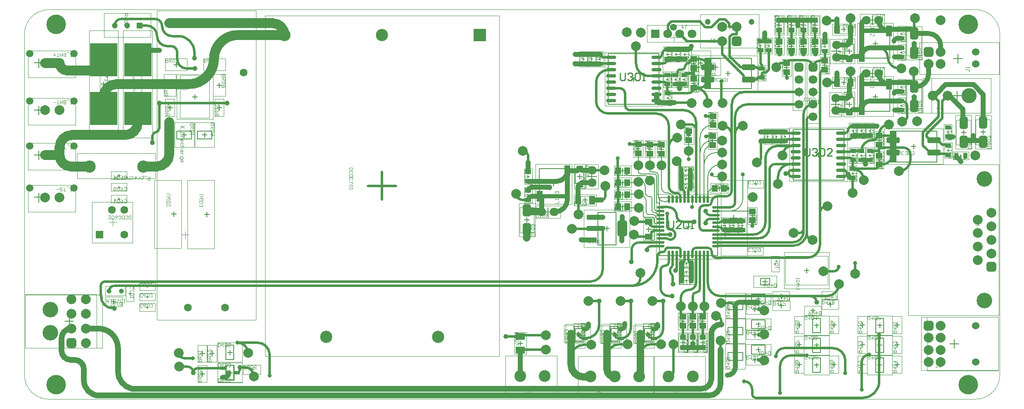
<source format=gtl>
G04*
G04 #@! TF.GenerationSoftware,Altium Limited,Altium Designer,22.7.1 (60)*
G04*
G04 Layer_Physical_Order=1*
G04 Layer_Color=255*
%FSLAX44Y44*%
%MOMM*%
G71*
G04*
G04 #@! TF.SameCoordinates,103DB43E-2C87-4E4D-8813-1F5788BE8077*
G04*
G04*
G04 #@! TF.FilePolarity,Positive*
G04*
G01*
G75*
%ADD12C,0.2000*%
%ADD13C,0.1500*%
%ADD15C,0.2540*%
%ADD16C,0.5000*%
%ADD17C,0.0127*%
%ADD18C,0.0500*%
%ADD19C,0.1000*%
%ADD20R,1.2778X6.3000*%
%ADD21R,6.0000X0.8070*%
G04:AMPARAMS|DCode=22|XSize=1.7mm|YSize=2.5mm|CornerRadius=0.425mm|HoleSize=0mm|Usage=FLASHONLY|Rotation=180.000|XOffset=0mm|YOffset=0mm|HoleType=Round|Shape=RoundedRectangle|*
%AMROUNDEDRECTD22*
21,1,1.7000,1.6500,0,0,180.0*
21,1,0.8500,2.5000,0,0,180.0*
1,1,0.8500,-0.4250,0.8250*
1,1,0.8500,0.4250,0.8250*
1,1,0.8500,0.4250,-0.8250*
1,1,0.8500,-0.4250,-0.8250*
%
%ADD22ROUNDEDRECTD22*%
%ADD23C,2.0000*%
%ADD24R,1.6000X1.2000*%
G04:AMPARAMS|DCode=25|XSize=0.6mm|YSize=2mm|CornerRadius=0.15mm|HoleSize=0mm|Usage=FLASHONLY|Rotation=90.000|XOffset=0mm|YOffset=0mm|HoleType=Round|Shape=RoundedRectangle|*
%AMROUNDEDRECTD25*
21,1,0.6000,1.7000,0,0,90.0*
21,1,0.3000,2.0000,0,0,90.0*
1,1,0.3000,0.8500,0.1500*
1,1,0.3000,0.8500,-0.1500*
1,1,0.3000,-0.8500,-0.1500*
1,1,0.3000,-0.8500,0.1500*
%
%ADD25ROUNDEDRECTD25*%
%ADD26R,1.3500X1.1500*%
G04:AMPARAMS|DCode=27|XSize=1.2mm|YSize=2.75mm|CornerRadius=0.3mm|HoleSize=0mm|Usage=FLASHONLY|Rotation=90.000|XOffset=0mm|YOffset=0mm|HoleType=Round|Shape=RoundedRectangle|*
%AMROUNDEDRECTD27*
21,1,1.2000,2.1500,0,0,90.0*
21,1,0.6000,2.7500,0,0,90.0*
1,1,0.6000,1.0750,0.3000*
1,1,0.6000,1.0750,-0.3000*
1,1,0.6000,-1.0750,-0.3000*
1,1,0.6000,-1.0750,0.3000*
%
%ADD27ROUNDEDRECTD27*%
%ADD28R,1.3000X0.9000*%
%ADD29R,0.9000X1.3000*%
G04:AMPARAMS|DCode=30|XSize=0.55mm|YSize=1.5mm|CornerRadius=0.1375mm|HoleSize=0mm|Usage=FLASHONLY|Rotation=90.000|XOffset=0mm|YOffset=0mm|HoleType=Round|Shape=RoundedRectangle|*
%AMROUNDEDRECTD30*
21,1,0.5500,1.2250,0,0,90.0*
21,1,0.2750,1.5000,0,0,90.0*
1,1,0.2750,0.6125,0.1375*
1,1,0.2750,0.6125,-0.1375*
1,1,0.2750,-0.6125,-0.1375*
1,1,0.2750,-0.6125,0.1375*
%
%ADD30ROUNDEDRECTD30*%
G04:AMPARAMS|DCode=31|XSize=0.55mm|YSize=1.5mm|CornerRadius=0.1375mm|HoleSize=0mm|Usage=FLASHONLY|Rotation=0.000|XOffset=0mm|YOffset=0mm|HoleType=Round|Shape=RoundedRectangle|*
%AMROUNDEDRECTD31*
21,1,0.5500,1.2250,0,0,0.0*
21,1,0.2750,1.5000,0,0,0.0*
1,1,0.2750,0.1375,-0.6125*
1,1,0.2750,-0.1375,-0.6125*
1,1,0.2750,-0.1375,0.6125*
1,1,0.2750,0.1375,0.6125*
%
%ADD31ROUNDEDRECTD31*%
G04:AMPARAMS|DCode=32|XSize=1.2mm|YSize=1.1mm|CornerRadius=0.275mm|HoleSize=0mm|Usage=FLASHONLY|Rotation=180.000|XOffset=0mm|YOffset=0mm|HoleType=Round|Shape=RoundedRectangle|*
%AMROUNDEDRECTD32*
21,1,1.2000,0.5500,0,0,180.0*
21,1,0.6500,1.1000,0,0,180.0*
1,1,0.5500,-0.3250,0.2750*
1,1,0.5500,0.3250,0.2750*
1,1,0.5500,0.3250,-0.2750*
1,1,0.5500,-0.3250,-0.2750*
%
%ADD32ROUNDEDRECTD32*%
%ADD33R,5.6000X6.9000*%
G04:AMPARAMS|DCode=34|XSize=3.3mm|YSize=2.1mm|CornerRadius=0.525mm|HoleSize=0mm|Usage=FLASHONLY|Rotation=90.000|XOffset=0mm|YOffset=0mm|HoleType=Round|Shape=RoundedRectangle|*
%AMROUNDEDRECTD34*
21,1,3.3000,1.0500,0,0,90.0*
21,1,2.2500,2.1000,0,0,90.0*
1,1,1.0500,0.5250,1.1250*
1,1,1.0500,0.5250,-1.1250*
1,1,1.0500,-0.5250,-1.1250*
1,1,1.0500,-0.5250,1.1250*
%
%ADD34ROUNDEDRECTD34*%
G04:AMPARAMS|DCode=35|XSize=1mm|YSize=2.1mm|CornerRadius=0.25mm|HoleSize=0mm|Usage=FLASHONLY|Rotation=90.000|XOffset=0mm|YOffset=0mm|HoleType=Round|Shape=RoundedRectangle|*
%AMROUNDEDRECTD35*
21,1,1.0000,1.6000,0,0,90.0*
21,1,0.5000,2.1000,0,0,90.0*
1,1,0.5000,0.8000,0.2500*
1,1,0.5000,0.8000,-0.2500*
1,1,0.5000,-0.8000,-0.2500*
1,1,0.5000,-0.8000,0.2500*
%
%ADD35ROUNDEDRECTD35*%
%ADD36R,1.9500X1.4000*%
G04:AMPARAMS|DCode=37|XSize=1.75mm|YSize=1.25mm|CornerRadius=0.3125mm|HoleSize=0mm|Usage=FLASHONLY|Rotation=90.000|XOffset=0mm|YOffset=0mm|HoleType=Round|Shape=RoundedRectangle|*
%AMROUNDEDRECTD37*
21,1,1.7500,0.6250,0,0,90.0*
21,1,1.1250,1.2500,0,0,90.0*
1,1,0.6250,0.3125,0.5625*
1,1,0.6250,0.3125,-0.5625*
1,1,0.6250,-0.3125,-0.5625*
1,1,0.6250,-0.3125,0.5625*
%
%ADD37ROUNDEDRECTD37*%
G04:AMPARAMS|DCode=38|XSize=1.3mm|YSize=1.1mm|CornerRadius=0.275mm|HoleSize=0mm|Usage=FLASHONLY|Rotation=180.000|XOffset=0mm|YOffset=0mm|HoleType=Round|Shape=RoundedRectangle|*
%AMROUNDEDRECTD38*
21,1,1.3000,0.5500,0,0,180.0*
21,1,0.7500,1.1000,0,0,180.0*
1,1,0.5500,-0.3750,0.2750*
1,1,0.5500,0.3750,0.2750*
1,1,0.5500,0.3750,-0.2750*
1,1,0.5500,-0.3750,-0.2750*
%
%ADD38ROUNDEDRECTD38*%
G04:AMPARAMS|DCode=39|XSize=0.65mm|YSize=1.25mm|CornerRadius=0.1625mm|HoleSize=0mm|Usage=FLASHONLY|Rotation=270.000|XOffset=0mm|YOffset=0mm|HoleType=Round|Shape=RoundedRectangle|*
%AMROUNDEDRECTD39*
21,1,0.6500,0.9250,0,0,270.0*
21,1,0.3250,1.2500,0,0,270.0*
1,1,0.3250,-0.4625,-0.1625*
1,1,0.3250,-0.4625,0.1625*
1,1,0.3250,0.4625,0.1625*
1,1,0.3250,0.4625,-0.1625*
%
%ADD39ROUNDEDRECTD39*%
%ADD40R,1.3000X2.2000*%
%ADD82C,1.0000*%
%ADD83C,1.5000*%
%ADD84C,1.2000*%
%ADD85C,0.5000*%
%ADD86C,2.0000*%
%ADD87R,1.1500X1.3500*%
%ADD88C,1.8000*%
%ADD89R,1.8000X1.8000*%
%ADD90C,1.4000*%
%ADD91C,2.5000*%
%ADD92R,2.5000X2.5000*%
%ADD93C,1.6000*%
%ADD94R,1.6000X1.6000*%
%ADD95C,1.2000*%
%ADD96R,1.2000X1.2000*%
G04:AMPARAMS|DCode=97|XSize=1.8mm|YSize=1.8mm|CornerRadius=0.45mm|HoleSize=0mm|Usage=FLASHONLY|Rotation=0.000|XOffset=0mm|YOffset=0mm|HoleType=Round|Shape=RoundedRectangle|*
%AMROUNDEDRECTD97*
21,1,1.8000,0.9000,0,0,0.0*
21,1,0.9000,1.8000,0,0,0.0*
1,1,0.9000,0.4500,-0.4500*
1,1,0.9000,-0.4500,-0.4500*
1,1,0.9000,-0.4500,0.4500*
1,1,0.9000,0.4500,0.4500*
%
%ADD97ROUNDEDRECTD97*%
%ADD98C,3.1000*%
%ADD99C,3.2000*%
G04:AMPARAMS|DCode=100|XSize=2mm|YSize=2mm|CornerRadius=0.5mm|HoleSize=0mm|Usage=FLASHONLY|Rotation=180.000|XOffset=0mm|YOffset=0mm|HoleType=Round|Shape=RoundedRectangle|*
%AMROUNDEDRECTD100*
21,1,2.0000,1.0000,0,0,180.0*
21,1,1.0000,2.0000,0,0,180.0*
1,1,1.0000,-0.5000,0.5000*
1,1,1.0000,0.5000,0.5000*
1,1,1.0000,0.5000,-0.5000*
1,1,1.0000,-0.5000,-0.5000*
%
%ADD100ROUNDEDRECTD100*%
%ADD101C,1.0000*%
%ADD102R,1.6000X1.6000*%
%ADD103C,1.5240*%
G04:AMPARAMS|DCode=104|XSize=2mm|YSize=2mm|CornerRadius=0.5mm|HoleSize=0mm|Usage=FLASHONLY|Rotation=90.000|XOffset=0mm|YOffset=0mm|HoleType=Round|Shape=RoundedRectangle|*
%AMROUNDEDRECTD104*
21,1,2.0000,1.0000,0,0,90.0*
21,1,1.0000,2.0000,0,0,90.0*
1,1,1.0000,0.5000,0.5000*
1,1,1.0000,0.5000,-0.5000*
1,1,1.0000,-0.5000,-0.5000*
1,1,1.0000,-0.5000,0.5000*
%
%ADD104ROUNDEDRECTD104*%
%ADD105C,2.4000*%
%ADD106C,0.8000*%
%ADD107C,4.0000*%
%ADD108C,1.5000*%
D12*
X273014Y847830D02*
X291264D01*
X282196Y838195D02*
Y856445D01*
X273014Y944830D02*
X291264D01*
X282196Y935195D02*
Y953445D01*
X273014Y755580D02*
X291264D01*
X282196Y745945D02*
Y764195D01*
X273014Y668830D02*
X291264D01*
X282196Y659195D02*
Y677445D01*
X1870473Y876024D02*
Y894274D01*
X1861406Y884639D02*
X1879655D01*
X1841723Y876124D02*
Y894374D01*
X1832656Y884739D02*
X1850905D01*
X2156386Y877240D02*
X2174636D01*
X2165454Y868625D02*
Y886875D01*
X335468Y414250D02*
X353718D01*
X344650Y404615D02*
Y422865D01*
X1316972Y638600D02*
X1335222D01*
X1326040Y629985D02*
Y648235D01*
X2159400Y359085D02*
Y377335D01*
X2150332Y367700D02*
X2168582D01*
X1982628Y923540D02*
X2000878D01*
X1991810Y913905D02*
Y932155D01*
X1407795Y711690D02*
X1426045D01*
X1416410Y702508D02*
Y720758D01*
X1614432Y301000D02*
X1632682D01*
X1623500Y292385D02*
Y310635D01*
X1463250Y292385D02*
Y310635D01*
X1454182Y301000D02*
X1472432D01*
X1319500Y293385D02*
Y311635D01*
X1310432Y302000D02*
X1328682D01*
X2157650Y953840D02*
X2175900D01*
X2167285Y944772D02*
Y963022D01*
X1991810Y1023125D02*
Y1041375D01*
X1982628Y1032760D02*
X2000878D01*
X1908315Y968560D02*
X1926565D01*
X1917950Y959492D02*
Y977742D01*
X1907045Y859340D02*
X1925295D01*
X1916680Y850272D02*
Y868522D01*
X1707646Y617536D02*
Y632536D01*
X1699980Y625064D02*
X1714980D01*
D13*
X1556279Y633705D02*
G03*
X1554681Y634270I-1613J-2022D01*
G01*
X1547696Y636543D02*
G03*
X1552049Y634270I4352J3029D01*
G01*
X1547532Y636793D02*
G03*
X1547696Y636543I4515J2779D01*
G01*
X1547532Y636793D02*
G03*
X1546267Y637500I-1274J-793D01*
G01*
X1539750Y641250D02*
G03*
X1543500Y637500I3750J0D01*
G01*
X1547250Y628000D02*
G03*
X1542000Y633250I-5250J0D01*
G01*
X1547250Y628000D02*
G03*
X1550920Y624330I3670J0D01*
G01*
X1539750Y666250D02*
G03*
X1535750Y670250I-4000J0D01*
G01*
X1525750Y691000D02*
G03*
X1512750Y704000I-13000J0D01*
G01*
X1525750Y678750D02*
G03*
X1534250Y670250I8500J0D01*
G01*
X1528000Y637750D02*
G03*
X1532500Y633250I4500J0D01*
G01*
X1543750Y625250D02*
G03*
X1541000Y628000I-2750J0D01*
G01*
X1521750Y638000D02*
G03*
X1512750Y647000I-9000J0D01*
G01*
X1555590Y614750D02*
G03*
X1557170Y616330I0J1580D01*
G01*
X1543750Y618000D02*
G03*
X1547000Y614750I3250J0D01*
G01*
X1521750Y630750D02*
G03*
X1524500Y628000I2750J0D01*
G01*
X1489000Y650000D02*
G03*
X1492000Y647000I3000J0D01*
G01*
X1581786Y671455D02*
G03*
X1581080Y673166I-8786J-2625D01*
G01*
X1574067Y677938D02*
G03*
X1573000Y678000I-1067J-9108D01*
G01*
X1581080Y673166D02*
G03*
X1580391Y673811I-1318J-716D01*
G01*
X1574924Y677532D02*
G03*
X1580391Y673811I13505J13968D01*
G01*
X1574924Y677532D02*
G03*
X1574067Y677938I-1038J-1083D01*
G01*
X1559500Y687500D02*
G03*
X1569000Y678000I9500J0D01*
G01*
X1552500Y671662D02*
G03*
X1563912Y660250I11412J0D01*
G01*
X1544500Y645960D02*
G03*
X1550130Y640330I5630J0D01*
G01*
X1548750Y661400D02*
G03*
X1553986Y656164I5236J0D01*
G01*
X1588791Y659787D02*
G03*
X1588784Y659774I873J-488D01*
G01*
X1511500Y759000D02*
G03*
X1511250Y759250I-250J0D01*
G01*
X1548750Y712750D02*
G03*
X1544500Y717000I-4250J0D01*
G01*
X1511500Y722000D02*
G03*
X1516500Y717000I5000J0D01*
G01*
X1552500Y714349D02*
G03*
X1546066Y720500I-6434J-290D01*
G01*
X1569090Y660250D02*
G03*
X1574170Y665330I0J5080D01*
G01*
X1535750Y758500D02*
G03*
X1535250Y758000I0J-500D01*
G01*
Y723000D02*
G03*
X1537750Y720500I2500J0D01*
G01*
X1745500Y640000D02*
G03*
X1745170Y640330I-330J0D01*
G01*
X1509667Y698417D02*
G03*
X1511500Y700250I0J1833D01*
G01*
X1528000Y659500D02*
G03*
X1512750Y674750I-15250J0D01*
G01*
X1535750Y703250D02*
G03*
X1525750Y713250I-10000J0D01*
G01*
X1515275Y713476D02*
G03*
X1515063Y713500I-219J-976D01*
G01*
X1515275Y713476D02*
G03*
X1517250Y713250I1975J8524D01*
G01*
X1487250Y718000D02*
G03*
X1491750Y713500I4500J0D01*
G01*
X1559500Y758250D02*
G03*
X1559250Y758500I-250J0D01*
G01*
X1700600Y640330D02*
G03*
X1726000Y665730I0J25400D01*
G01*
X1662250Y715750D02*
G03*
X1666770Y711230I4520J0D01*
G01*
X1679570Y735987D02*
G03*
X1654170Y710587I0J-25400D01*
G01*
X1666670Y687250D02*
G03*
X1654170Y674750I0J-12500D01*
G01*
X1671570Y760743D02*
G03*
X1646170Y735343I0J-25400D01*
G01*
X1663570Y785500D02*
G03*
X1638170Y760100I0J-25400D01*
G01*
X1664000Y775750D02*
G03*
X1646170Y757920I0J-17830D01*
G01*
X1663570Y817000D02*
G03*
X1638170Y791600I0J-25400D01*
G01*
X1615250Y786000D02*
G03*
X1614750Y785500I0J-500D01*
G01*
X1544500Y698000D02*
G03*
X1539250Y703250I-5250J0D01*
G01*
X1556279Y633705D02*
X1557170Y632330D01*
X1552049Y634270D02*
X1554681Y634270D01*
X1546267Y637500D02*
X1546267D01*
X1543500D02*
X1546267D01*
X1532500Y633250D02*
X1542000D01*
X1539750Y641250D02*
Y666250D01*
X1534250Y670250D02*
X1535750D01*
X1525750Y678750D02*
Y691000D01*
X1550920Y624330D02*
X1557170D01*
X1528000Y637750D02*
Y659500D01*
X1543750Y618000D02*
Y625250D01*
X1521750Y630750D02*
Y638000D01*
X1524500Y628000D02*
X1541000D01*
X1547000Y614750D02*
X1555590D01*
X1492000Y647000D02*
X1512750D01*
X1569000Y678000D02*
X1573000D01*
X1581786Y671455D02*
X1582170Y668830D01*
Y665330D02*
Y668830D01*
X1552500Y671662D02*
Y714349D01*
X1563912Y660250D02*
X1569090D01*
X1550130Y640330D02*
X1557170D01*
X1544500Y645960D02*
Y698000D01*
X1548750Y661400D02*
Y712750D01*
X1588791Y659787D02*
X1588795D01*
X1588791D02*
X1588791D01*
X1511500Y734000D02*
Y759000D01*
X1516500Y717000D02*
X1544500D01*
X1511500Y722000D02*
Y731500D01*
X1537750Y720500D02*
X1546066D01*
X1535250Y734000D02*
Y758000D01*
Y723000D02*
Y734000D01*
X1700600Y640330D02*
X1745170D01*
X1671170D02*
X1700600D01*
X1489000Y699167D02*
X1509667D01*
X1489000Y674750D02*
X1512750D01*
X1489000Y674583D02*
Y674750D01*
X1517250Y713250D02*
X1525750D01*
X1515063Y713500D02*
X1515063D01*
X1491750D02*
X1515063D01*
X1559500Y687500D02*
Y734000D01*
Y758250D01*
X1666670Y687250D02*
X1668250D01*
X1671570Y760743D02*
X1683220D01*
X1663570Y785500D02*
X1683220D01*
X1726000Y665730D02*
Y715750D01*
X1679570Y735987D02*
X1683220D01*
X1666770Y711230D02*
X1683220D01*
X1654170Y674750D02*
Y710587D01*
Y665330D02*
Y674750D01*
X1646170Y735343D02*
Y757920D01*
Y665330D02*
Y735343D01*
X1638170Y665330D02*
Y760100D01*
Y791600D01*
X1663570Y817000D02*
X1664750D01*
X1614750Y747750D02*
X1615000Y747500D01*
X1614750Y747750D02*
Y785500D01*
X1622000Y648500D02*
X1622170D01*
Y665330D01*
X1588795Y659787D02*
X1590170Y665330D01*
X2178500Y797250D02*
Y807250D01*
X2173500Y802250D02*
X2183500D01*
X2218750Y797750D02*
Y807750D01*
X2213750Y802750D02*
X2223750D01*
X1532930Y598250D02*
Y608250D01*
X1527930Y603250D02*
X1537930D01*
X1474750Y723750D02*
X1484750D01*
X1479750Y718750D02*
Y728750D01*
X1530750Y767750D02*
X1540750D01*
X1535750Y762750D02*
Y772750D01*
X1881000Y751250D02*
Y761250D01*
X1876000Y756250D02*
X1886000D01*
X1828930Y704180D02*
X1933070D01*
X1828930Y808320D02*
X1933070D01*
Y704180D02*
Y808320D01*
X1828930Y704180D02*
Y808320D01*
X1502000Y906500D02*
Y916500D01*
X1497000Y911500D02*
X1507000D01*
X1449930Y859430D02*
X1554070D01*
X1449930Y963570D02*
X1554070D01*
Y859430D02*
Y963570D01*
X1449930Y859430D02*
Y963570D01*
X2000000Y745000D02*
X2010000D01*
X2005000Y740000D02*
Y750000D01*
X2000250Y786000D02*
X2010250D01*
X2005250Y781000D02*
Y791000D01*
X1619750Y902750D02*
X1629750D01*
X1624750Y897750D02*
Y907750D01*
X1619750Y943750D02*
X1629750D01*
X1624750Y938750D02*
Y948750D01*
X2071007Y773026D02*
X2081007D01*
X2076007Y768027D02*
Y778027D01*
X2028507Y741526D02*
Y804527D01*
X2123507Y741526D02*
Y804527D01*
X2028507D02*
X2123507D01*
X2028507Y741526D02*
X2123507D01*
X1690757Y923276D02*
X1700757D01*
X1695757Y918277D02*
Y928277D01*
X1648257Y891776D02*
Y954777D01*
X1743257Y891776D02*
Y954777D01*
X1648257D02*
X1743257D01*
X1648257Y891776D02*
X1743257D01*
X1986750Y803250D02*
Y807250D01*
X1984750Y805250D02*
X1988750D01*
X1969250Y803250D02*
Y807250D01*
X1967250Y805250D02*
X1971250D01*
X1951750Y803250D02*
Y807250D01*
X1949750Y805250D02*
X1953750D01*
X1776770Y791460D02*
Y795460D01*
X1774770Y793460D02*
X1778770D01*
X1794550Y791460D02*
Y795460D01*
X1792550Y793460D02*
X1796550D01*
X1812330Y791460D02*
Y795460D01*
X1810330Y793460D02*
X1814330D01*
X2144250Y802750D02*
X2148250D01*
X2146250Y800750D02*
Y804750D01*
X2173000Y752000D02*
Y756000D01*
X2171000Y754000D02*
X2175000D01*
X1949500Y717750D02*
X1953500D01*
X1951500Y715750D02*
Y719750D01*
X1967250Y754750D02*
X1971250D01*
X1969250Y752750D02*
Y756750D01*
X1984250Y754750D02*
X1988250D01*
X1986250Y752750D02*
Y756750D01*
X2144750Y765250D02*
X2148750D01*
X2146750Y763250D02*
Y767250D01*
X1949750Y754750D02*
X1953750D01*
X1951750Y752750D02*
Y756750D01*
X1606780Y960500D02*
Y964500D01*
X1604780Y962500D02*
X1608780D01*
X1589000Y960500D02*
Y964500D01*
X1587000Y962500D02*
X1591000D01*
X1571220Y960500D02*
Y964500D01*
X1569220Y962500D02*
X1573220D01*
X1432924Y950424D02*
Y954424D01*
X1430924Y952424D02*
X1434924D01*
X1415892Y950424D02*
Y954424D01*
X1413892Y952424D02*
X1417892D01*
X1398860Y950424D02*
Y954424D01*
X1396860Y952424D02*
X1400860D01*
X1760250Y979750D02*
X1764250D01*
X1762250Y977750D02*
Y981750D01*
X1777250Y980000D02*
X1781250D01*
X1779250Y978000D02*
Y982000D01*
X1570000Y872750D02*
X1574000D01*
X1572000Y870750D02*
Y874750D01*
X1586250Y910500D02*
X1590250D01*
X1588250Y908500D02*
Y912500D01*
X1603500Y910500D02*
X1607500D01*
X1605500Y908500D02*
Y912500D01*
X1763000Y924250D02*
X1767000D01*
X1765000Y922250D02*
Y926250D01*
X1569250Y910500D02*
X1573250D01*
X1571250Y908500D02*
Y912500D01*
X1506250Y768500D02*
X1516250D01*
X1511250Y763500D02*
Y773500D01*
X1607090Y723820D02*
X1611090D01*
X1609090Y721820D02*
Y725820D01*
X1888750Y940000D02*
X1898750D01*
X1893750Y935000D02*
Y945000D01*
X1554480Y548640D02*
Y668020D01*
X1673860Y548640D02*
Y668020D01*
X1554480D02*
X1673860D01*
X1554480Y548640D02*
X1673860D01*
X1609170Y608330D02*
X1619170D01*
X1614170Y603330D02*
Y613330D01*
X1816000Y929750D02*
Y939750D01*
X1811000Y934750D02*
X1821000D01*
X1474750Y650000D02*
X1484750D01*
X1479750Y645000D02*
Y655000D01*
X1474750Y674583D02*
X1484750D01*
X1479750Y669583D02*
Y679583D01*
X1474750Y699167D02*
X1484750D01*
X1479750Y694166D02*
Y704166D01*
X1559250Y762750D02*
Y772750D01*
X1554250Y767750D02*
X1564250D01*
X1615250Y790250D02*
Y800250D01*
X1610250Y795250D02*
X1620250D01*
X1664750Y821250D02*
Y831250D01*
X1659750Y826250D02*
X1669750D01*
X1664000Y780000D02*
Y790000D01*
X1659000Y785000D02*
X1669000D01*
X1672500Y687250D02*
X1682500D01*
X1677500Y682250D02*
Y692250D01*
X1745500Y625750D02*
Y635750D01*
X1740500Y630750D02*
X1750500D01*
X1602740Y409020D02*
Y419020D01*
X1597740Y414020D02*
X1607740D01*
X1623060Y409020D02*
Y419020D01*
X1618060Y414020D02*
X1628060D01*
X1643380Y409020D02*
Y419020D01*
X1638380Y414020D02*
X1648380D01*
X1597740Y370500D02*
X1607740D01*
X1602740Y365500D02*
Y375500D01*
X1618060Y370500D02*
X1628060D01*
X1623060Y365500D02*
Y375500D01*
X1638380Y370500D02*
X1648380D01*
X1643380Y365500D02*
Y375500D01*
X1892000Y978250D02*
X1896000D01*
X1894000Y976250D02*
Y980250D01*
X1610360Y495840D02*
Y499840D01*
X1608360Y497840D02*
X1612360D01*
X1610360Y513620D02*
Y517620D01*
X1608360Y515620D02*
X1612360D01*
X1610360Y531400D02*
Y535400D01*
X1608360Y533400D02*
X1612360D01*
X1687100Y610870D02*
X1691100D01*
X1689100Y608870D02*
Y612870D01*
X1704880Y610870D02*
X1708880D01*
X1706880Y608870D02*
Y612870D01*
X1722660Y610870D02*
X1726660D01*
X1724660Y608870D02*
Y612870D01*
X1609090Y704040D02*
Y708040D01*
X1607090Y706040D02*
X1611090D01*
X1609090Y686260D02*
Y690260D01*
X1607090Y688260D02*
X1611090D01*
X485250Y896000D02*
Y906000D01*
X480250Y901000D02*
X490250D01*
X415250Y896250D02*
Y906250D01*
X410250Y901250D02*
X420250D01*
X1447140Y599560D02*
Y609560D01*
X1442140Y604560D02*
X1452140D01*
X1428640Y571060D02*
X1465640D01*
X1428640Y638060D02*
X1465640D01*
Y571060D02*
Y638060D01*
X1428640Y571060D02*
Y638060D01*
X1264750Y369000D02*
X1274750D01*
X1269750Y364000D02*
Y374000D01*
X1397690Y662980D02*
X1407690D01*
X1402690Y657980D02*
Y667980D01*
X1400260Y697240D02*
Y725240D01*
X1382260Y697240D02*
Y725240D01*
X1400260D01*
X1382260Y697240D02*
X1400260D01*
X1386260Y711240D02*
X1396260D01*
X1391260Y706240D02*
Y716240D01*
X1935370Y955010D02*
Y983010D01*
X1953370Y955010D02*
Y983010D01*
X1935370Y955010D02*
X1953370D01*
X1935370Y983010D02*
X1953370D01*
X1939370Y969010D02*
X1949370D01*
X1944370Y964010D02*
Y974010D01*
X1935370Y845790D02*
Y873790D01*
X1953370Y845790D02*
Y873790D01*
X1935370Y845790D02*
X1953370D01*
X1935370Y873790D02*
X1953370D01*
X1939370Y859790D02*
X1949370D01*
X1944370Y854790D02*
Y864790D01*
X1285850Y709240D02*
Y713240D01*
X1283850Y711240D02*
X1287850D01*
X1285850Y671140D02*
Y675140D01*
X1283850Y673140D02*
X1287850D01*
X2051050Y964470D02*
Y968470D01*
X2049050Y966470D02*
X2053050D01*
X2051050Y1002570D02*
Y1006570D01*
X2049050Y1004570D02*
X2053050D01*
X2051050Y855250D02*
Y859250D01*
X2049050Y857250D02*
X2053050D01*
X2051050Y893350D02*
Y897350D01*
X2049050Y895350D02*
X2053050D01*
X1388110Y383620D02*
Y393620D01*
X1383110Y388620D02*
X1393110D01*
X1396110Y373620D02*
Y403620D01*
X1380110Y373620D02*
Y403620D01*
Y373620D02*
X1396110D01*
X1380110Y403620D02*
X1396110D01*
X1461770Y383620D02*
Y393620D01*
X1456770Y388620D02*
X1466770D01*
X1469770Y373620D02*
Y403620D01*
X1453770Y373620D02*
Y403620D01*
Y373620D02*
X1469770D01*
X1453770Y403620D02*
X1469770D01*
X1530350Y383620D02*
Y393620D01*
X1525350Y388620D02*
X1535350D01*
X1538350Y373620D02*
Y403620D01*
X1522350Y373620D02*
Y403620D01*
Y373620D02*
X1538350D01*
X1522350Y403620D02*
X1538350D01*
X674370Y303610D02*
Y313610D01*
X669370Y308610D02*
X679370D01*
X666370Y293610D02*
Y323610D01*
X682370Y293610D02*
Y323610D01*
X666370D02*
X682370D01*
X666370Y293610D02*
X682370D01*
X1874440Y1017350D02*
Y1027350D01*
X1869440Y1022350D02*
X1879440D01*
X1869440Y979170D02*
X1879440D01*
X1874440Y974170D02*
Y984170D01*
X1845310Y979170D02*
X1855310D01*
X1850310Y974170D02*
Y984170D01*
Y1017350D02*
Y1027350D01*
X1845310Y1022350D02*
X1855310D01*
X1795780Y979170D02*
X1805780D01*
X1800780Y974170D02*
Y984170D01*
Y1017350D02*
Y1027350D01*
X1795780Y1022350D02*
X1805780D01*
X1826180Y1017350D02*
Y1027350D01*
X1821180Y1022350D02*
X1831180D01*
X1821180Y979170D02*
X1831180D01*
X1826180Y974170D02*
Y984170D01*
X1278250Y622500D02*
X1288250D01*
X1283250Y617500D02*
Y627500D01*
X1368170Y667270D02*
Y727270D01*
X1308170Y667270D02*
Y727270D01*
X1368170D01*
X1308170Y667270D02*
X1368170D01*
X1333170Y697270D02*
X1343170D01*
X1338170Y692270D02*
Y702270D01*
X1932940Y1008460D02*
Y1018460D01*
X1927940Y1013460D02*
X1937940D01*
X1967460Y845030D02*
Y905030D01*
X2027460Y845030D02*
Y905030D01*
X1967460Y845030D02*
X2027460D01*
X1967460Y905030D02*
X2027460D01*
X1992460Y875030D02*
X2002460D01*
X1997460Y870030D02*
Y880030D01*
X1967460Y954250D02*
Y1014250D01*
X2027460Y954250D02*
Y1014250D01*
X1967460Y954250D02*
X2027460D01*
X1967460Y1014250D02*
X2027460D01*
X1992460Y984250D02*
X2002460D01*
X1997460Y979250D02*
Y989250D01*
X2072140Y985520D02*
X2082140D01*
X2077140Y980520D02*
Y990520D01*
X1932940Y899240D02*
Y909240D01*
X1927940Y904240D02*
X1937940D01*
X2072140Y876300D02*
X2082140D01*
X2077140Y871300D02*
Y881300D01*
X1869440Y430970D02*
Y440970D01*
X1864440Y435970D02*
X1874440D01*
X1856740Y513520D02*
Y523520D01*
X1851740Y518520D02*
X1861740D01*
X1900000Y448670D02*
X1910000D01*
X1905000Y443670D02*
Y453670D01*
X1799670Y446130D02*
X1809670D01*
X1804670Y441130D02*
Y451130D01*
X1804390Y460790D02*
Y470790D01*
X1799390Y465790D02*
X1809390D01*
X1971040Y320480D02*
Y330480D01*
X1966040Y325480D02*
X1976040D01*
X2042160Y320480D02*
Y330480D01*
X2037160Y325480D02*
X2047160D01*
X1971040Y361120D02*
Y371120D01*
X1966040Y366120D02*
X1976040D01*
X2042160Y361120D02*
Y371120D01*
X2037160Y366120D02*
X2047160D01*
X2042160Y401760D02*
Y411760D01*
X2037160Y406760D02*
X2047160D01*
X1971040Y401760D02*
Y411760D01*
X1966040Y406760D02*
X1976040D01*
X1912620Y320480D02*
Y330480D01*
X1907620Y325480D02*
X1917620D01*
X1841500Y320480D02*
Y330480D01*
X1836500Y325480D02*
X1846500D01*
X1841500Y361120D02*
Y371120D01*
X1836500Y366120D02*
X1846500D01*
X1841500Y401760D02*
Y411760D01*
X1836500Y406760D02*
X1846500D01*
X1912620Y401760D02*
Y411760D01*
X1907620Y406760D02*
X1917620D01*
X1745060Y438510D02*
X1755060D01*
X1750060Y433510D02*
Y443510D01*
X1745060Y386440D02*
X1755060D01*
X1750060Y381440D02*
Y391440D01*
X1745060Y334370D02*
X1755060D01*
X1750060Y329370D02*
Y339370D01*
X1998600Y339210D02*
X2014600D01*
X1998600Y309210D02*
X2014600D01*
Y339210D01*
X1998600Y309210D02*
Y339210D01*
X2001600Y324210D02*
X2011600D01*
X2006600Y319210D02*
Y329210D01*
X1998600Y379850D02*
X2014600D01*
X1998600Y349850D02*
X2014600D01*
Y379850D01*
X1998600Y349850D02*
Y379850D01*
X2001600Y364850D02*
X2011600D01*
X2006600Y359850D02*
Y369850D01*
X1998600Y420490D02*
X2014600D01*
X1998600Y390490D02*
X2014600D01*
Y420490D01*
X1998600Y390490D02*
Y420490D01*
X2001600Y405490D02*
X2011600D01*
X2006600Y400490D02*
Y410490D01*
X1869060Y339210D02*
X1885060D01*
X1869060Y309210D02*
X1885060D01*
Y339210D01*
X1869060Y309210D02*
Y339210D01*
X1872060Y324210D02*
X1882060D01*
X1877060Y319210D02*
Y329210D01*
X1869060Y379850D02*
X1885060D01*
X1869060Y349850D02*
X1885060D01*
Y379850D01*
X1869060Y349850D02*
Y379850D01*
X1872060Y364850D02*
X1882060D01*
X1877060Y359850D02*
Y369850D01*
Y400490D02*
Y410490D01*
X1872060Y405490D02*
X1882060D01*
X1869060Y390490D02*
Y420490D01*
X1885060Y390490D02*
Y420490D01*
X1869060Y390490D02*
X1885060D01*
X1869060Y420490D02*
X1885060D01*
X1705690Y446130D02*
X1715690D01*
X1710690Y441130D02*
Y451130D01*
X1695690Y438130D02*
X1725690D01*
X1695690Y454130D02*
X1725690D01*
Y438130D02*
Y454130D01*
X1695690Y438130D02*
Y454130D01*
Y386060D02*
Y402060D01*
X1725690Y386060D02*
Y402060D01*
X1695690D02*
X1725690D01*
X1695690Y386060D02*
X1725690D01*
X1710690Y389060D02*
Y399060D01*
X1705690Y394060D02*
X1715690D01*
X1695690Y333990D02*
Y349990D01*
X1725690Y333990D02*
Y349990D01*
X1695690D02*
X1725690D01*
X1695690Y333990D02*
X1725690D01*
X1710690Y336990D02*
Y346990D01*
X1705690Y341990D02*
X1715690D01*
X1780650Y488660D02*
Y502660D01*
X1762650Y488660D02*
Y502660D01*
X1780650D01*
X1762650Y488660D02*
X1780650D01*
X1766650Y495660D02*
X1776650D01*
X1771650Y490660D02*
Y500660D01*
X1743680Y451100D02*
X1771680D01*
X1743680Y469100D02*
X1771680D01*
X1743680Y451100D02*
Y469100D01*
X1771680Y451100D02*
Y469100D01*
X1757680Y455100D02*
Y465100D01*
X1752680Y460100D02*
X1762680D01*
X1743680Y399030D02*
X1771680D01*
X1743680Y417030D02*
X1771680D01*
X1743680Y399030D02*
Y417030D01*
X1771680Y399030D02*
Y417030D01*
X1757680Y403030D02*
Y413030D01*
X1752680Y408030D02*
X1762680D01*
X1743680Y346960D02*
X1771680D01*
X1743680Y364960D02*
X1771680D01*
X1743680Y346960D02*
Y364960D01*
X1771680Y346960D02*
Y364960D01*
X1757680Y350960D02*
Y360960D01*
X1752680Y355960D02*
X1762680D01*
X1901450Y467060D02*
X1905450D01*
X1903450Y465060D02*
Y469060D01*
X1791970Y530130D02*
Y534130D01*
X1789970Y532130D02*
X1793970D01*
X1670250Y931250D02*
Y941250D01*
X1665250Y936250D02*
X1675250D01*
X1624750Y936250D02*
Y952250D01*
X1654750Y936250D02*
Y952250D01*
X1624750D02*
X1654750D01*
X1624750Y936250D02*
X1654750D01*
X1639750Y939250D02*
Y949250D01*
X1634750Y944250D02*
X1644750D01*
X674250Y345250D02*
Y355250D01*
X669250Y350250D02*
X679250D01*
X666250Y335250D02*
Y365250D01*
X682250Y335250D02*
Y365250D01*
X666250Y335250D02*
X682250D01*
X666250Y365250D02*
X682250D01*
X626750Y628750D02*
Y638750D01*
X621750Y633750D02*
X631750D01*
X554250Y634250D02*
X564250D01*
X559250Y629250D02*
Y639250D01*
X637250Y941250D02*
X647250D01*
X642250Y936250D02*
Y946250D01*
X647250Y853000D02*
X657250D01*
X652250Y848000D02*
Y858000D01*
X617250Y796750D02*
X627250D01*
X622250Y791750D02*
Y801750D01*
X607250Y804750D02*
X637250D01*
X607250Y788750D02*
X637250D01*
X607250D02*
Y804750D01*
X637250Y788750D02*
Y804750D01*
X612500Y348000D02*
X622500D01*
X617500Y343000D02*
Y353000D01*
X632500Y348000D02*
X642500D01*
X637500Y343000D02*
Y353000D01*
X1751330Y555530D02*
Y559530D01*
X1749330Y557530D02*
X1753330D01*
X1752600Y693960D02*
Y697960D01*
X1750600Y695960D02*
X1754600D01*
X467000Y470750D02*
X471000D01*
X469000Y468750D02*
Y472750D01*
X435750Y449750D02*
Y459750D01*
X430750Y454750D02*
X440750D01*
X647500Y899000D02*
X657500D01*
X652500Y894000D02*
Y904000D01*
X597200Y875350D02*
X607200D01*
X602200Y870350D02*
Y880350D01*
X546000Y899000D02*
X556000D01*
X551000Y894000D02*
Y904000D01*
X564000Y936250D02*
Y946250D01*
X559000Y941250D02*
X569000D01*
X444490Y713740D02*
X448490D01*
X446490Y711740D02*
Y715740D01*
X444490Y689610D02*
X448490D01*
X446490Y687610D02*
Y691610D01*
X444490Y665480D02*
X448490D01*
X446490Y663480D02*
Y667480D01*
X502750Y443000D02*
X506750D01*
X504750Y441000D02*
Y445000D01*
X502750Y464320D02*
X506750D01*
X504750Y462320D02*
Y466320D01*
X502750Y485500D02*
X506750D01*
X504750Y483500D02*
Y487500D01*
X1364060Y388620D02*
X1374060D01*
X1369060Y383620D02*
Y393620D01*
X1437720Y387350D02*
X1447720D01*
X1442720Y382350D02*
Y392350D01*
X1506300Y387350D02*
X1516300D01*
X1511300Y382350D02*
Y392350D01*
X1390860Y379810D02*
Y389810D01*
X1385860Y384810D02*
X1395860D01*
X1381860Y398810D02*
X1399860D01*
X1381860Y370810D02*
X1399860D01*
X1381860D02*
Y398810D01*
X1399860Y370810D02*
Y398810D01*
X1464520Y379810D02*
Y389810D01*
X1459520Y384810D02*
X1469520D01*
X1455520Y398810D02*
X1473520D01*
X1455520Y370810D02*
X1473520D01*
X1455520D02*
Y398810D01*
X1473520Y370810D02*
Y398810D01*
X1533100Y379810D02*
Y389810D01*
X1528100Y384810D02*
X1538100D01*
X1524100Y398810D02*
X1542100D01*
X1524100Y370810D02*
X1542100D01*
X1524100D02*
Y398810D01*
X1542100Y370810D02*
Y398810D01*
X719180Y309960D02*
Y319960D01*
X714180Y314960D02*
X724180D01*
X612500Y306250D02*
X622500D01*
X617500Y301250D02*
Y311250D01*
X674250Y303750D02*
Y313750D01*
X669250Y308750D02*
X679250D01*
X666250Y293750D02*
Y323750D01*
X682250Y293750D02*
Y323750D01*
X666250Y293750D02*
X682250D01*
X666250Y323750D02*
X682250D01*
X546250Y853000D02*
X556250D01*
X551250Y848000D02*
Y858000D01*
X575500Y796750D02*
X585500D01*
X580500Y791750D02*
Y801750D01*
X565500Y804750D02*
X595500D01*
X565500Y788750D02*
X595500D01*
X565500D02*
Y804750D01*
X595500Y788750D02*
Y804750D01*
D15*
X1853060Y768945D02*
Y756249D01*
X1855599Y753710D01*
X1860677D01*
X1863217Y756249D01*
Y768945D01*
X1868295Y766406D02*
X1870834Y768945D01*
X1875913D01*
X1878452Y766406D01*
Y763867D01*
X1875913Y761328D01*
X1873373D01*
X1875913D01*
X1878452Y758788D01*
Y756249D01*
X1875913Y753710D01*
X1870834D01*
X1868295Y756249D01*
X1883530Y766406D02*
X1886069Y768945D01*
X1891148D01*
X1893687Y766406D01*
Y756249D01*
X1891148Y753710D01*
X1886069D01*
X1883530Y756249D01*
Y766406D01*
X1908922Y753710D02*
X1898765D01*
X1908922Y763867D01*
Y766406D01*
X1906383Y768945D01*
X1901304D01*
X1898765Y766406D01*
X1474060Y924195D02*
Y911499D01*
X1476599Y908960D01*
X1481678D01*
X1484217Y911499D01*
Y924195D01*
X1489295Y921656D02*
X1491834Y924195D01*
X1496913D01*
X1499452Y921656D01*
Y919117D01*
X1496913Y916578D01*
X1494373D01*
X1496913D01*
X1499452Y914038D01*
Y911499D01*
X1496913Y908960D01*
X1491834D01*
X1489295Y911499D01*
X1504530Y921656D02*
X1507069Y924195D01*
X1512148D01*
X1514687Y921656D01*
Y911499D01*
X1512148Y908960D01*
X1507069D01*
X1504530Y911499D01*
Y921656D01*
X1519765Y908960D02*
X1524844D01*
X1522304D01*
Y924195D01*
X1519765Y921656D01*
X1573530Y619755D02*
Y607059D01*
X1576069Y604520D01*
X1581147D01*
X1583687Y607059D01*
Y619755D01*
X1598922Y604520D02*
X1588765D01*
X1598922Y614677D01*
Y617216D01*
X1596383Y619755D01*
X1591304D01*
X1588765Y617216D01*
X1604000D02*
X1606539Y619755D01*
X1611618D01*
X1614157Y617216D01*
Y607059D01*
X1611618Y604520D01*
X1606539D01*
X1604000Y607059D01*
Y617216D01*
X1619235Y604520D02*
X1624314D01*
X1621774D01*
Y619755D01*
X1619235Y617216D01*
D16*
X1533034Y617284D02*
G03*
X1543350Y608330I10316J1466D01*
G01*
X1532930Y618750D02*
G03*
X1533034Y617284I10420J0D01*
G01*
X1543980Y600330D02*
G03*
X1538010Y594360I0J-5970D01*
G01*
X1502750Y592000D02*
G03*
X1507000Y587750I4250J0D01*
G01*
X1570750Y607750D02*
G03*
X1576176Y602784I5000J16D01*
G01*
X1570461Y584205D02*
G03*
X1576176Y602784I6655J8121D01*
G01*
X1588795Y677330D02*
G03*
X1588468Y677321I0J-5875D01*
G01*
X1597420Y671455D02*
G03*
X1591545Y677330I-5875J0D01*
G01*
X1597420Y667948D02*
G03*
X1597572Y666742I5000J16D01*
G01*
X1574250Y691500D02*
G03*
X1588429Y677321I14179J0D01*
G01*
X688620Y308610D02*
G03*
X694335Y314326I0J5716D01*
G01*
X1261250Y676000D02*
G03*
X1273610Y663640I12360J0D01*
G01*
X1801000Y969700D02*
G03*
X1800780Y969920I-220J0D01*
G01*
X1662250Y554250D02*
G03*
X1671750Y544750I9500J0D01*
G01*
X1681480Y415270D02*
G03*
X1671250Y425500I-10230J0D01*
G01*
X1759310Y438510D02*
G03*
X1761320Y436500I2010J0D01*
G01*
X1709690Y443424D02*
G03*
X1701864Y451250I-7826J0D01*
G01*
X1824420Y344170D02*
G03*
X1802250Y322000I0J-22170D01*
G01*
X1936000Y333600D02*
G03*
X1910600Y359000I-25400J0D01*
G01*
X1810500D02*
G03*
X1794000Y342500I0J-16500D01*
G01*
X1877060Y453390D02*
G03*
X1864360Y466090I-12700J0D01*
G01*
X1898650D02*
G03*
X1922780Y490220I0J24130D01*
G01*
X1912640Y516890D02*
G03*
X1922250Y526500I0J9610D01*
G01*
X1956250Y533500D02*
G03*
X1956000Y533750I-250J0D01*
G01*
X1985010Y345440D02*
G03*
X1969500Y329930I0J-15510D01*
G01*
X1950250Y814750D02*
G03*
X1941250Y805750I0J-9000D01*
G01*
X1936200Y800700D02*
G03*
X1941250Y805750I0J5050D01*
G01*
X1816000Y914000D02*
G03*
X1816250Y913750I250J0D01*
G01*
X1812330Y802960D02*
G03*
X1814590Y800700I2260J0D01*
G01*
X1682608Y604213D02*
G03*
X1683647Y602772I4511J2157D01*
G01*
X1682608Y604213D02*
G03*
X1677295Y607580I-5313J-2508D01*
G01*
X1672573Y607734D02*
G03*
X1673788Y607580I1231J4846D01*
G01*
X1606170Y678565D02*
G03*
X1601590Y686737I-9580J0D01*
G01*
X1432924Y961924D02*
G03*
X1438898Y955950I5974J0D01*
G01*
X1415330Y604250D02*
G03*
X1415640Y604560I0J310D01*
G01*
X1614170Y539090D02*
G03*
X1619860Y533400I5690J0D01*
G01*
X1413350Y495750D02*
G03*
X1438750Y521150I0J25400D01*
G01*
X417750Y495750D02*
G03*
X409500Y487500I0J-8250D01*
G01*
Y466150D02*
G03*
X434900Y440750I25400J0D01*
G01*
X755750Y345075D02*
G03*
X730350Y370475I-25400J0D01*
G01*
X711500Y348750D02*
G03*
X689775Y370475I-21725J0D01*
G01*
X723250Y301000D02*
G03*
X704326Y319924I-18924J0D01*
G01*
X1745000Y274270D02*
G03*
X1728250Y291020I-16750J0D01*
G01*
X1745000Y264000D02*
G03*
X1751750Y257250I6750J0D01*
G01*
X1972350Y257250D02*
G03*
X2005500Y290400I0J33150D01*
G01*
X1754750Y740750D02*
G03*
X1763000Y749000I0J8250D01*
G01*
X1951000Y677500D02*
G03*
X1951500Y678000I0J500D01*
G01*
X1499872Y487197D02*
G03*
X1515871Y504583I-0J16055D01*
G01*
X1499872Y487197D02*
G03*
X1550670Y537995I0J50798D01*
G01*
X437197Y487197D02*
G03*
X426500Y476500I0J-10697D01*
G01*
X1569500Y972000D02*
G03*
X1560500Y963000I0J-9000D01*
G01*
X1553450Y955950D02*
G03*
X1560500Y963000I0J7050D01*
G01*
X1436500Y663000D02*
G03*
X1443750Y670250I0J7250D01*
G01*
X1916000Y1032000D02*
G03*
X1918750Y1034750I0J2750D01*
G01*
X1511250Y777750D02*
G03*
X1512000Y777000I750J0D01*
G01*
X1493500Y778500D02*
G03*
X1494250Y777750I750J0D01*
G01*
X1469185Y725065D02*
G03*
X1470500Y723750I1315J0D01*
G01*
X2052320Y824230D02*
G03*
X2063250Y835160I0J10930D01*
G01*
Y854550D02*
G03*
X2051050Y866750I-12200J0D01*
G01*
X2023250Y956250D02*
G03*
X2003530Y975970I-19720J0D01*
G01*
X2078990Y1036320D02*
G03*
X2077140Y1034470I0J-1850D01*
G01*
X2076450Y900850D02*
G03*
X2081250Y896050I4800J0D01*
G01*
X2023250Y956250D02*
G03*
X2046050Y933450I22800J0D01*
G01*
X1947190Y926820D02*
G03*
X1946910Y927100I-280J0D01*
G01*
X1947190Y1036320D02*
G03*
X1946910Y1036600I-280J0D01*
G01*
X1944000Y788000D02*
G03*
X1951750Y795750I0J7750D01*
G01*
Y745250D02*
G03*
X1947100Y749900I-4650J0D01*
G01*
X1939500Y717500D02*
G03*
X1932500Y724500I-7000J0D01*
G01*
X1950100Y762600D02*
G03*
X1951750Y764250I0J1650D01*
G01*
Y745250D02*
G03*
X1951500Y745000I0J-250D01*
G01*
X1893750Y949250D02*
G03*
X1894000Y949500I0J250D01*
G01*
X1735400Y859700D02*
G03*
X1710000Y834300I0J-25400D01*
G01*
X1933800Y711800D02*
G03*
X1939500Y717500I0J5700D01*
G01*
X2026000Y818500D02*
G03*
X2005250Y797750I0J-20750D01*
G01*
X1973750Y705000D02*
G03*
X1951500Y727250I-22250J0D01*
G01*
X2005250Y795250D02*
G03*
X1999000Y789000I0J-6250D01*
G01*
X2069750Y756000D02*
G03*
X2054813Y770937I-14937J0D01*
G01*
X2034257Y785726D02*
G03*
X2024733Y795250I-9524J0D01*
G01*
X2045750Y722250D02*
G03*
X2069750Y746250I0J24000D01*
G01*
X1996500Y727250D02*
G03*
X2005000Y735750I0J8500D01*
G01*
X2009719D02*
G03*
X2034243Y760274I0J24523D01*
G01*
X2003875Y764250D02*
G03*
X2005000Y765375I0J1125D01*
G01*
X1991250Y786250D02*
G03*
X1969250Y764250I0J-22000D01*
G01*
X1994535Y786250D02*
G03*
X1998995Y788990I0J5000D01*
G01*
X1691000Y670500D02*
G03*
X1703000Y682500I0J12000D01*
G01*
X1703218Y838055D02*
G03*
X1703000Y834300I32182J-3755D01*
G01*
X1703218Y838055D02*
G03*
X1703250Y838601I-4968J562D01*
G01*
X1726000Y815750D02*
G03*
X1710000Y799750I0J-16000D01*
G01*
X1728650Y885100D02*
G03*
X1703250Y859700I0J-25400D01*
G01*
X1700080Y648330D02*
G03*
X1710000Y658250I0J9920D01*
G01*
X1654750Y652000D02*
G03*
X1662000Y659250I0J7250D01*
G01*
X1703000Y797000D02*
G03*
X1684250Y815750I-18750J0D01*
G01*
X1685100Y620370D02*
G03*
X1681513Y618865I-12J-5000D01*
G01*
X1673788Y617080D02*
G03*
X1672547Y616919I16J-5000D01*
G01*
X1677295Y617080D02*
G03*
X1681513Y618865I0J5875D01*
G01*
X1649730Y640080D02*
G03*
X1657480Y632330I7750J0D01*
G01*
X1658110Y624330D02*
G03*
X1649730Y615950I0J-8380D01*
G01*
X1673250Y670500D02*
G03*
X1662000Y659250I0J-11250D01*
G01*
X1649623Y835834D02*
G03*
X1649957Y835500I334J0D01*
G01*
X1682000Y871250D02*
G03*
X1684250Y869000I2250J0D01*
G01*
X1650500Y794250D02*
G03*
X1650250Y794000I0J-250D01*
G01*
X1870000Y935800D02*
G03*
X1855800Y950000I-14200J0D01*
G01*
X1862500Y834200D02*
G03*
X1857500Y829200I0J-5000D01*
G01*
X1870000Y859600D02*
G03*
X1850500Y840100I0J-19500D01*
G01*
X1893750Y930750D02*
G03*
X1884000Y921000I0J-9750D01*
G01*
X1883450Y949250D02*
G03*
X1870000Y935800I0J-13450D01*
G01*
X1802250Y944000D02*
G03*
X1794500Y936250I0J-7750D01*
G01*
X1822000Y950000D02*
G03*
X1816000Y944000I0J-6000D01*
G01*
X1816370Y788000D02*
G03*
X1812330Y783960I0J-4040D01*
G01*
X1898750Y651000D02*
G03*
X1884000Y636250I0J-14750D01*
G01*
X1827202Y774452D02*
G03*
X1807250Y754500I0J-19952D01*
G01*
X1817250Y717250D02*
G03*
X1820250Y720250I0J3000D01*
G01*
X1820750Y715750D02*
G03*
X1819250Y717250I-1500J0D01*
G01*
X1824500Y724500D02*
G03*
X1820250Y720250I0J-4250D01*
G01*
X1820750Y715750D02*
G03*
X1824700Y711800I3950J0D01*
G01*
X1823650Y737200D02*
G03*
X1798250Y711800I0J-25400D01*
G01*
X1792450Y737200D02*
G03*
X1780500Y725250I0J-11950D01*
G01*
X1796091Y774452D02*
G03*
X1772250Y749100I1559J-25352D01*
G01*
X1490638Y848175D02*
G03*
X1492639Y847750I2016J4575D01*
G01*
X1484250Y858000D02*
G03*
X1490638Y848175I10750J0D01*
G01*
X1571250Y883000D02*
G03*
X1572000Y882250I750J0D01*
G01*
X1630170Y808250D02*
G03*
X1620170Y818250I-10000J0D01*
G01*
X1630170Y822350D02*
G03*
X1604770Y847750I-25400J0D01*
G01*
X1484250Y882250D02*
G03*
X1474050Y892450I-10200J0D01*
G01*
X1613500Y882250D02*
G03*
X1624750Y893500I0J11250D01*
G01*
X1636969D02*
G03*
X1653993Y910524I0J17024D01*
G01*
X1654007Y935976D02*
G03*
X1636983Y953000I-17024J0D01*
G01*
X1425000Y866150D02*
G03*
X1450400Y840750I25400J0D01*
G01*
X1616590Y687782D02*
G03*
X1616584Y687778I2000J-3942D01*
G01*
X1593090Y744910D02*
G03*
X1592500Y745500I-590J0D01*
G01*
X1450400Y930550D02*
G03*
X1425000Y905150I0J-25400D01*
G01*
X1653500Y867846D02*
G03*
X1627846Y893500I-25654J0D01*
G01*
X1388720Y662700D02*
G03*
X1388440Y662980I-280J0D01*
G01*
X1433250Y943250D02*
G03*
X1432924Y942924I0J-326D01*
G01*
X1591500Y790750D02*
G03*
X1574250Y773500I0J-17250D01*
G01*
X1614652Y685846D02*
G03*
X1614170Y683840I3938J-2006D01*
G01*
X1590287Y630922D02*
G03*
X1602740Y618490I12453J21D01*
G01*
X1590287Y630922D02*
G03*
X1585082Y643530I-17835J16D01*
G01*
X1585082Y643530D02*
G03*
X1572911Y648580I-12164J-12127D01*
G01*
X1645750Y652000D02*
G03*
X1637384Y643634I0J-8366D01*
G01*
X1585500Y863500D02*
G03*
X1585750Y863250I250J0D01*
G01*
X1574250Y815350D02*
G03*
X1548850Y840750I-25400J0D01*
G01*
X1569100Y917850D02*
G03*
X1571250Y920000I0J2150D01*
G01*
Y901000D02*
G03*
X1567100Y905150I-4150J0D01*
G01*
X1588250Y920000D02*
G03*
X1592250Y924000I0J4000D01*
G01*
X1608750Y923250D02*
G03*
X1605500Y920000I0J-3250D01*
G01*
X1613500Y943750D02*
G03*
X1607500Y937750I0J-6000D01*
G01*
X1613500Y943750D02*
G03*
X1617780Y948030I0J4280D01*
G01*
X1622030Y953000D02*
G03*
X1617780Y948750I0J-4250D01*
G01*
X1561470Y943250D02*
G03*
X1571220Y953000I0J9750D01*
G01*
X1507000Y943250D02*
G03*
X1532400Y917850I25400J0D01*
G01*
X1601500Y931250D02*
G03*
X1607500Y937250I0J6000D01*
G01*
X1596750Y931250D02*
G03*
X1592250Y926750I0J-4500D01*
G01*
X1745500Y610000D02*
G03*
X1745750Y609750I250J0D01*
G01*
X1841500Y595250D02*
G03*
X1850500Y604250I0J9000D01*
G01*
X1828850Y576330D02*
G03*
X1850500Y597980I0J21650D01*
G01*
X1828850Y569330D02*
G03*
X1857500Y597980I0J28650D01*
G01*
Y592500D02*
G03*
X1869250Y580750I11750J0D01*
G01*
X569250Y349500D02*
G03*
X580250Y338500I11000J0D01*
G01*
X608610Y318110D02*
G03*
X599250Y308750I0J-9360D01*
G01*
D02*
G03*
X587000Y321000I-12250J0D01*
G01*
X1271000Y356250D02*
G03*
X1269750Y355000I0J-1250D01*
G01*
X1272750Y386000D02*
G03*
X1269750Y383000I0J-3000D01*
G01*
X1286000Y752000D02*
G03*
X1274250Y763750I-11750J0D01*
G01*
X1472920Y367030D02*
G03*
X1447520Y341630I0J-25400D01*
G01*
X524750Y1000013D02*
G03*
X545560Y979213I20787J-13D01*
G01*
X566000Y966737D02*
G03*
X553523Y979213I-12477J0D01*
G01*
X566000Y952638D02*
G03*
X585388Y933250I19388J0D01*
G01*
X535092Y1020388D02*
G03*
X520232Y1035250I-14853J9D01*
G01*
X601250Y967161D02*
G03*
X568806Y999608I-32447J0D01*
G01*
X535092Y1020367D02*
G03*
X555850Y999608I20759J0D01*
G01*
X524750Y1000013D02*
G03*
X503250Y1021500I-21500J-13D01*
G01*
X521205Y801989D02*
G03*
X517765Y800153I448J-4980D01*
G01*
X521220Y801990D02*
G03*
X529250Y810750I-763J8760D01*
G01*
X517765Y800153D02*
G03*
X514750Y791593I10642J-8560D01*
G01*
X451850Y1035250D02*
G03*
X438100Y1021500I0J-13750D01*
G01*
X1637384Y608366D02*
G03*
X1645420Y600330I8036J0D01*
G01*
X1858600Y544750D02*
G03*
X1884000Y570150I0J25400D01*
G01*
X1673788Y569080D02*
G03*
X1672606Y568934I16J-5000D01*
G01*
X1679597Y569330D02*
G03*
X1678549Y569216I16J-5000D01*
G01*
X1677295Y569080D02*
G03*
X1678549Y569216I0J5875D01*
G01*
X1662250Y557250D02*
G03*
X1654500Y565000I-7750J0D01*
G01*
X1629500D02*
G03*
X1622170Y557670I0J-7330D01*
G01*
X1757670Y584330D02*
G03*
X1780500Y607160I0J22830D01*
G01*
X1746850Y591870D02*
G03*
X1772250Y617270I0J25400D01*
G01*
X1399260Y365760D02*
G03*
X1373860Y340360I0J-25400D01*
G01*
X1389710Y386502D02*
G03*
X1397092Y379120I7382J0D01*
G01*
X1463370Y386502D02*
G03*
X1470752Y379120I7382J0D01*
G01*
X1476020D02*
G03*
X1496060Y399160I0J20040D01*
G01*
X1402361Y379139D02*
G03*
X1431290Y406963I1085J27824D01*
G01*
X1513712Y576330D02*
G03*
X1497857Y560476I0J-15854D01*
G01*
X1497330Y535940D02*
G03*
X1497857Y536467I0J527D01*
G01*
X1538910Y367030D02*
G03*
X1516100Y352805I0J-25400D01*
G01*
X1531950Y386502D02*
G03*
X1539332Y379120I7382J0D01*
G01*
X1544600D02*
G03*
X1562100Y396620I0J17500D01*
G01*
X1567180Y528320D02*
G03*
X1557020Y518160I0J-10160D01*
G01*
Y482600D02*
G03*
X1573530Y466090I16510J0D01*
G01*
X1567180Y528320D02*
G03*
X1574170Y535310I0J6990D01*
G01*
X1536729Y568330D02*
G03*
X1529612Y561212I0J-7118D01*
G01*
X1559560Y556260D02*
G03*
X1550670Y547370I0J-8890D01*
G01*
X1562100Y556260D02*
G03*
X1567180Y561340I0J5080D01*
G01*
X1570990Y565150D02*
G03*
X1567180Y561342I1073J-4883D01*
G01*
X1582170Y506163D02*
G03*
X1580441Y509929I-5000J-16D01*
G01*
X1582170Y490470D02*
G03*
X1582420Y490220I250J0D01*
G01*
X1598930Y427080D02*
G03*
X1602740Y423270I3810J0D01*
G01*
X1615440Y478790D02*
G03*
X1598930Y462280I0J-16510D01*
G01*
X1580444Y526394D02*
G03*
X1580441Y509929I7066J-8234D01*
G01*
X1580444Y526394D02*
G03*
X1582170Y530157I-3274J3779D01*
G01*
X1598170Y560830D02*
G03*
X1593850Y565150I-4320J0D01*
G01*
X1600860Y533400D02*
G03*
X1606170Y538710I0J5310D01*
G01*
X1615440Y478790D02*
G03*
X1630170Y493520I0J14730D01*
G01*
X1630680Y473710D02*
G03*
X1623060Y466090I0J-7620D01*
G01*
X1630680Y473710D02*
G03*
X1638170Y481200I0J7490D01*
G01*
X1643380Y423270D02*
G03*
X1647190Y427080I0J3810D01*
G01*
X1646170Y445520D02*
G03*
X1647190Y444500I1020J0D01*
G01*
X1654170Y491490D02*
G03*
X1679570Y466090I25400J0D01*
G01*
X1572260Y299720D02*
G03*
X1583690Y311150I0J11430D01*
G01*
X1718150Y928476D02*
X1718151D01*
X1727498Y913986D02*
Y919128D01*
X1718151Y928476D02*
X1727498Y919128D01*
X1730961Y910524D02*
X1753743D01*
X1727498Y913986D02*
X1730961Y910524D01*
X1683540Y963087D02*
X1718150Y928476D01*
X2125778Y785726D02*
X2134754Y776750D01*
X2144750D01*
X2120266Y757750D02*
X2144750D01*
X2117757Y785726D02*
X2125778D01*
X2144750Y757750D02*
X2146750Y755750D01*
X2117743Y760274D02*
X2120266Y757750D01*
X2144750Y776750D02*
X2146750Y774750D01*
X2134600Y831100D02*
Y866070D01*
X2146100Y877570D01*
X2102500Y799000D02*
X2134600Y831100D01*
X2102500Y793504D02*
Y799000D01*
Y793504D02*
X2110278Y785726D01*
X2117757D01*
X2127100Y834206D02*
Y866070D01*
X2115600Y877570D02*
X2127100Y866070D01*
X2095000Y802107D02*
X2127100Y834206D01*
X2109993Y760274D02*
X2117743D01*
X2095000Y775266D02*
Y802107D01*
Y775266D02*
X2109993Y760274D01*
X1753743Y910524D02*
Y912493D01*
X1572390Y1013207D02*
X1576208Y1009388D01*
X1779250Y930636D02*
Y970500D01*
X1773364Y924750D02*
X1779250Y930636D01*
X1768000Y924750D02*
X1773364D01*
X1765000Y914750D02*
Y921750D01*
X1768000Y924750D01*
X1756000Y914750D02*
X1765000D01*
X1753743Y912493D02*
X1756000Y914750D01*
X1596390Y1004570D02*
X1611660Y989300D01*
X1683540D01*
Y963087D02*
Y989300D01*
X1762250Y943500D02*
Y970250D01*
Y943500D02*
X1765000Y940750D01*
X1721257Y935976D02*
X1737507D01*
X1713540Y1003800D02*
Y1019300D01*
X1699040Y998235D02*
X1704605Y1003800D01*
X1713540D01*
X1699040Y958194D02*
Y998235D01*
X1765000Y933750D02*
Y940750D01*
X1737507Y935976D02*
X1753757D01*
X1755983Y933750D02*
X1765000D01*
X1753757Y935976D02*
X1755983Y933750D01*
X1677534Y1033800D02*
X1689546D01*
X1698040Y1025306D01*
X1661934Y1018200D02*
X1677534Y1033800D01*
X1698040Y1019300D02*
X1713540D01*
X1698040D02*
Y1025306D01*
X1579127Y1029470D02*
X1637921D01*
X1572390Y1022733D02*
X1579127Y1029470D01*
X1649191Y1018200D02*
X1661934D01*
X1637921Y1029470D02*
X1649191Y1018200D01*
X1699040Y958194D02*
X1721257Y935976D01*
X1571390Y1004570D02*
X1576208Y1009388D01*
X1572390Y1013207D02*
Y1022733D01*
X1543350Y608330D02*
X1557170D01*
X1533034Y617284D02*
X1534500Y618750D01*
X1532930D02*
X1533900D01*
X1512570Y618490D02*
X1532670D01*
X1510250D02*
X1512570D01*
X1825965Y962965D02*
Y969705D01*
X1825750Y962750D02*
X1825965Y962965D01*
Y969705D02*
X1826180Y969920D01*
X1543980Y600330D02*
X1554670D01*
X1507000Y587750D02*
X1532930D01*
X1504250D02*
X1507000D01*
X1502500Y589500D02*
X1504250Y587750D01*
X1570461Y584205D02*
X1570461D01*
X1570750Y607750D02*
Y635250D01*
X1557170Y584330D02*
X1561620Y584580D01*
X1570750Y635250D02*
X1571250Y635750D01*
X1588795Y677330D02*
X1591545D01*
X1597572Y666742D02*
X1597920D01*
X1597420Y667948D02*
Y671455D01*
Y667948D02*
Y667948D01*
X1588429Y677321D02*
X1588468D01*
X1597572Y666742D02*
X1597572D01*
X694335Y319924D02*
X704326D01*
X694335Y314326D02*
Y319924D01*
X1273610Y663640D02*
X1285850D01*
X1801000Y961500D02*
Y969700D01*
X1512570Y618490D02*
X1512750D01*
X1597590Y715820D02*
Y742910D01*
X1599590Y724590D02*
X1599750Y724750D01*
X1599590Y723820D02*
Y724590D01*
X1745500Y610000D02*
Y621500D01*
X1662250Y554250D02*
Y557250D01*
X1680210Y355600D02*
Y374650D01*
X1681480Y407670D02*
Y415270D01*
X1680750Y451250D02*
X1701864D01*
X1769820Y334190D02*
X1770000Y334010D01*
X1759490Y334190D02*
X1769820D01*
X1759310Y334370D02*
X1759490Y334190D01*
X1759310Y386440D02*
X1759765Y386895D01*
X1769545D01*
X1770000Y387350D01*
X1761320Y436500D02*
X1770000D01*
X1671750Y544750D02*
X1858600D01*
X1824420Y344170D02*
X1856740D01*
X1810500Y359000D02*
X1910600D01*
X1679570Y466090D02*
X1864360D01*
X1898650D01*
X1891030Y516890D02*
X1912640D01*
X1936000Y308000D02*
Y333600D01*
X1956250Y511500D02*
Y533500D01*
X1950250Y814750D02*
X1951750D01*
X1927500Y800700D02*
X1936200D01*
X1898750Y904500D02*
X1918490D01*
X1814590Y800700D02*
X1834500D01*
X1816000Y914000D02*
Y925500D01*
X1673788Y607580D02*
X1677295D01*
X1673788D02*
X1673788D01*
X1672573Y607734D02*
Y608080D01*
X1683647Y602771D02*
X1685100D01*
X1683647D02*
X1683647D01*
X1606170Y665330D02*
Y678565D01*
X1601590Y686737D02*
X1601590Y686737D01*
X1599590Y688260D02*
X1601590Y686737D01*
X1438898Y955950D02*
X1455500D01*
X1375750Y604250D02*
X1415330D01*
X1614170Y539090D02*
Y551330D01*
X417750Y495750D02*
X1413350D01*
X409500Y466150D02*
Y487500D01*
X434900Y440750D02*
X437500D01*
X755750Y302500D02*
Y345075D01*
X689775Y370475D02*
X730350D01*
X689641D02*
X689775D01*
X1802250Y267000D02*
Y322000D01*
X1969500Y273500D02*
Y329930D01*
X1745000Y264000D02*
Y274270D01*
X1751750Y257250D02*
X1972350Y257250D01*
X2005500Y290400D02*
Y386750D01*
X1763000Y749000D02*
Y783500D01*
X1951500Y678000D02*
Y708250D01*
X1438750Y521150D02*
Y604500D01*
X437197Y487197D02*
X1499872D01*
X1515867Y504682D02*
X1515871Y504583D01*
X1515500Y513500D02*
X1515867Y504682D01*
X1569500Y972000D02*
X1571220D01*
X1548500Y955950D02*
X1553450D01*
X1898000Y1032000D02*
X1916000D01*
X1512000Y777000D02*
X1535750D01*
X1494250Y777750D02*
X1511250D01*
X1535750Y777000D02*
X1559250D01*
X1469185Y725065D02*
Y748869D01*
X1470500Y699167D02*
Y723750D01*
Y674583D02*
Y699167D01*
Y650000D02*
Y674583D01*
X1728650Y885100D02*
X1841250D01*
X2063250Y835160D02*
Y854550D01*
X2076450Y900850D02*
Y927100D01*
X2077140Y1005270D02*
Y1034470D01*
X2046050Y933450D02*
X2051050D01*
X1947190Y904240D02*
Y926820D01*
Y1013460D02*
Y1036320D01*
X1927500Y788000D02*
X1944000D01*
X1927500Y762600D02*
X1950100D01*
X1927500Y749900D02*
X1947100D01*
X1927500Y724500D02*
X1932500D01*
X1951500Y727250D02*
Y745000D01*
X1894000Y949500D02*
Y968750D01*
X1735400Y859700D02*
X1841250D01*
X1772250Y617270D02*
Y749100D01*
X1927500Y711800D02*
X1933800D01*
X2005250Y795250D02*
Y797750D01*
Y795250D02*
X2024733D01*
X1951500Y727250D02*
X1996500D01*
X1973750Y703750D02*
Y705000D01*
X2005000Y770937D02*
X2054813D01*
X2069750Y746250D02*
Y756000D01*
X2005000Y735750D02*
X2009719D01*
X2005000Y754250D02*
Y765375D01*
X1986250Y764250D02*
X2003875D01*
X2005000Y765375D02*
Y770937D01*
X1969250Y764250D02*
Y764250D01*
X1991250Y786250D02*
X1994535D01*
X1998995Y788990D02*
X1999000Y789000D01*
X1951750Y764250D02*
X1969250D01*
X1694500Y687000D02*
X1696000D01*
Y687250D02*
Y687250D01*
X1673250Y670500D02*
X1691000D01*
X1686750Y687250D02*
X1696000D01*
X1696000Y687000D02*
Y687250D01*
X1703250Y838601D02*
Y859700D01*
X1710000Y799750D02*
Y834300D01*
X1703000Y797000D02*
Y834300D01*
X1645750Y652000D02*
X1654750D01*
X1671170Y648330D02*
X1700080D01*
X1654750Y652000D02*
X1654750D01*
X1684250Y815750D02*
X1687500D01*
X1673788Y617080D02*
X1677295D01*
X1685100Y620370D02*
X1689100D01*
X1671170Y616330D02*
X1671420Y616580D01*
X1671170Y616330D02*
X1672547Y616580D01*
Y616919D01*
X1673788Y617080D02*
X1673788D01*
X1657480Y632330D02*
X1671170D01*
X1658110Y624330D02*
X1671170D01*
X1703000Y682500D02*
Y797000D01*
X1710000Y658250D02*
Y799750D01*
X1649957Y835500D02*
X1664750D01*
X1653500Y862000D02*
Y867846D01*
X1682000Y871250D02*
Y907000D01*
X1650500Y794250D02*
X1664000D01*
X1862500Y834200D02*
X1870000D01*
X1883450Y949250D02*
X1893750D01*
X1850310Y988420D02*
Y1011850D01*
X1822000Y950000D02*
X1855800D01*
X1826180Y988420D02*
Y1011850D01*
X1802250Y944000D02*
X1816000D01*
X1800780Y988420D02*
Y1011850D01*
X1874440Y988420D02*
Y1011850D01*
X1816370Y788000D02*
X1834500D01*
X1796091Y774452D02*
X1827202D01*
X1833652D01*
X1824500Y724500D02*
X1834500D01*
X1823650Y737200D02*
X1834500D01*
X1898750Y651000D02*
X1899750D01*
X1824700Y711800D02*
X1834500D01*
X1884000Y636250D02*
Y921000D01*
X1813750Y717250D02*
X1817250D01*
X1798250Y696000D02*
Y711800D01*
X1817250Y717250D02*
X1819250D01*
X1792450Y737200D02*
X1823650D01*
X1624750Y953000D02*
X1636983D01*
X1627846Y893500D02*
X1636969D01*
X1492639Y847750D02*
X1604770D01*
X1492639D02*
X1492639D01*
X1572000Y882250D02*
X1613500D01*
X1450400Y840750D02*
X1548850D01*
X1484250Y858000D02*
Y882250D01*
X1630170Y808250D02*
Y822350D01*
X1585750Y863250D02*
X1621250D01*
X1598750Y818250D02*
X1620170D01*
X1615155Y804500D02*
X1615250D01*
X1615155Y797750D02*
Y804500D01*
X1507000Y943250D02*
Y979250D01*
X1571250Y883000D02*
Y901000D01*
X1624750Y893500D02*
X1627846D01*
X1425000Y866150D02*
Y905150D01*
X1616590Y687782D02*
X1618590Y688260D01*
X1388720Y633770D02*
Y662700D01*
X1416660Y723940D02*
X1442060D01*
X1443750Y670250D02*
Y691750D01*
X1615634Y686829D02*
X1616584Y687778D01*
X1614652Y685846D02*
X1615634Y686829D01*
X1433250Y943250D02*
X1455500D01*
X1630170Y665330D02*
Y808250D01*
X1614170Y665330D02*
Y683840D01*
X1602740Y618490D02*
X1625600D01*
X1597920Y666742D02*
X1598170Y665330D01*
X1557420Y648580D02*
X1572895D01*
X1572911Y648580D01*
X1574250Y773500D02*
Y815350D01*
Y691500D02*
Y773500D01*
X1557170Y648330D02*
X1557420Y648580D01*
X1548500Y917850D02*
X1569100D01*
X1548500Y905150D02*
X1567100D01*
X1592250Y924000D02*
Y926750D01*
X1608750Y923250D02*
X1624750D01*
Y934500D01*
Y912000D02*
Y923250D01*
X1596750Y931250D02*
X1601500D01*
X1622030Y953000D02*
X1624750D01*
X1607500Y937250D02*
Y937750D01*
X1617780Y948030D02*
Y948750D01*
X1455500Y892450D02*
X1474050D01*
X1450400Y930550D02*
X1455500D01*
X1548500Y943250D02*
X1561470D01*
X1532400Y917850D02*
X1548500D01*
X1571250Y920000D02*
X1588250D01*
X1850500Y604250D02*
Y840100D01*
Y597980D02*
Y604250D01*
X1830000Y595250D02*
X1841500D01*
X1857500Y597980D02*
Y829200D01*
Y592500D02*
Y597980D01*
X1884000Y570150D02*
Y636250D01*
X580250Y338500D02*
X598000D01*
X569750Y321000D02*
X587000D01*
X1271000Y356250D02*
X1321750D01*
X1272750Y386000D02*
X1321750D01*
X1409500Y456000D02*
X1431290D01*
X1475000D02*
X1496750D01*
X1540310D02*
X1562100D01*
X1286000Y740750D02*
Y752000D01*
X1472920Y367030D02*
X1489710D01*
X1240250Y383250D02*
X1269500D01*
X608610Y318110D02*
X660120D01*
X566000Y952638D02*
Y966737D01*
X545560Y979213D02*
X553523D01*
X585388Y933250D02*
X602000D01*
X535092Y1020367D02*
Y1020388D01*
X555850Y999608D02*
X568806D01*
X451850Y1035250D02*
X520216D01*
X520232Y1035250D01*
X488900Y1021500D02*
X503250D01*
X524750Y1000013D02*
X524750D01*
X601250Y954750D02*
Y967161D01*
X514750Y780750D02*
Y791577D01*
X514750Y791593D02*
X514750Y791577D01*
X521205Y801989D02*
X521220Y801990D01*
X529250Y810750D02*
Y862250D01*
X668000D01*
X1645420Y600330D02*
X1671170D01*
X1637384Y608366D02*
Y643634D01*
X1672606Y568580D02*
Y568934D01*
X1673788Y569080D02*
X1677295D01*
X1679597Y569330D02*
X1828850D01*
X1671170Y568330D02*
X1672606Y568580D01*
X1671170Y576330D02*
X1828850D01*
X1629500Y565000D02*
X1654500D01*
X1622170Y551330D02*
Y557670D01*
X1780500Y607160D02*
Y725250D01*
X1671170Y584330D02*
X1757670D01*
X1671170Y591870D02*
X1746850D01*
X1557170Y584205D02*
Y584330D01*
Y584205D02*
X1570461D01*
X1397092Y379120D02*
X1402360D01*
X1399260Y365760D02*
X1414780D01*
X1470752Y379120D02*
X1476020D01*
X1431290Y406963D02*
Y456000D01*
X1496060Y399160D02*
Y455310D01*
X1496750Y456000D01*
X1497857Y536467D02*
Y560476D01*
X1539332Y379120D02*
X1544600D01*
X1538910Y367030D02*
X1558290D01*
X1550670Y537995D02*
Y547370D01*
X1557020Y482600D02*
Y518160D01*
X1562100Y396620D02*
Y455930D01*
X1573530Y466090D02*
X1581150D01*
X1513712Y576330D02*
X1552170Y576330D01*
X1536729Y568330D02*
X1557170D01*
X1552170Y576330D02*
X1557170D01*
Y592330D02*
X1557172Y592328D01*
X1559560Y556260D02*
X1562100D01*
X1557172Y592328D02*
X1577114D01*
X1567180Y561340D02*
X1567180Y561342D01*
X1570990Y565150D02*
X1570990D01*
X1574170Y535310D02*
Y551330D01*
X1577114Y592328D02*
X1577116Y592326D01*
X1582170Y490470D02*
Y506163D01*
X1587510Y518160D02*
X1590170D01*
X1598930Y444500D02*
Y462280D01*
Y427080D02*
Y444500D01*
X1602740Y381000D02*
Y404770D01*
X1582170Y530157D02*
Y530157D01*
Y551330D01*
X1570990Y565150D02*
X1593850D01*
X1590170Y518160D02*
Y551330D01*
X1598170D02*
Y560830D01*
X1606170Y538710D02*
Y551330D01*
X1623060Y423270D02*
Y444500D01*
Y466090D01*
Y381000D02*
Y404770D01*
X1643380Y381000D02*
Y404770D01*
X1647190Y427080D02*
Y444500D01*
X1630170Y493520D02*
Y551330D01*
X1638170Y481200D02*
Y551330D01*
X1646170Y445520D02*
Y551330D01*
X1654170Y491490D02*
Y551330D01*
X1671170Y608330D02*
X1671420Y608080D01*
X1671170Y608330D02*
X1672573Y608080D01*
X1685100Y602771D02*
X1689100Y601370D01*
X1583690Y311150D02*
Y367030D01*
X986277Y663954D02*
Y720954D01*
X957485Y692374D02*
X1014485D01*
D17*
X302790Y1054099D02*
G03*
X252790Y1004099I0J-50000D01*
G01*
X2252790D02*
G03*
X2202790Y1054099I-50000J0D01*
G01*
Y254099D02*
G03*
X2252790Y304099I0J50000D01*
G01*
X252790D02*
G03*
X302790Y254099I50000J0D01*
G01*
Y1054099D02*
X2202790D01*
X2252790Y304099D02*
Y1004099D01*
X302790Y254099D02*
X2202790D01*
X252790Y304099D02*
Y1004099D01*
D18*
X1576590Y996805D02*
X1591590D01*
X1584090Y989055D02*
Y1004055D01*
X1638590Y987170D02*
Y1021970D01*
X1529190Y987170D02*
Y1021970D01*
Y987170D02*
X1638590D01*
X1529190Y1021970D02*
X1638590D01*
X2193000Y776500D02*
Y827501D01*
X2163499Y776500D02*
Y827501D01*
X2193000D01*
X2163499Y776500D02*
X2193000D01*
X2162000Y768000D02*
X2195000D01*
X2162000Y836500D02*
X2195000D01*
X2162000Y768000D02*
Y836500D01*
X2195000Y768000D02*
Y836500D01*
X2233250Y777000D02*
Y828001D01*
X2203749Y777000D02*
Y828001D01*
X2233250D01*
X2203749Y777000D02*
X2233250D01*
X2202250Y768500D02*
X2235250D01*
X2202250Y837000D02*
X2235250D01*
X2202250Y768500D02*
Y837000D01*
X2235250Y768500D02*
Y837000D01*
X1521430Y580250D02*
X1544430D01*
X1521430Y626250D02*
X1544430D01*
X1521430Y580250D02*
Y626250D01*
X1544430Y580250D02*
Y626250D01*
X746180Y342030D02*
Y1042030D01*
Y342030D02*
X1226180D01*
X746180Y1042030D02*
X1226180D01*
Y342030D02*
Y1042030D01*
X1462250Y714250D02*
X1497250D01*
X1462250Y733250D02*
X1497250D01*
Y714250D02*
Y733250D01*
X1462250Y714250D02*
Y733250D01*
X1526250Y785250D02*
X1545250D01*
X1526250Y750250D02*
X1545250D01*
Y785250D01*
X1526250Y750250D02*
Y785250D01*
X1821750Y701250D02*
X1940250D01*
X1821750Y811250D02*
X1940250D01*
Y701250D02*
Y811250D01*
X1821750Y701250D02*
Y811250D01*
X1442750Y856500D02*
X1561250D01*
X1442750Y966500D02*
X1561250D01*
Y856500D02*
Y966500D01*
X1442750Y856500D02*
Y966500D01*
X1995500Y727500D02*
X2014500D01*
X1995500Y762500D02*
X2014500D01*
X1995500Y727500D02*
Y762500D01*
X2014500Y727500D02*
Y762500D01*
X1995750Y768500D02*
X2014750D01*
X1995750Y803500D02*
X2014750D01*
X1995750Y768500D02*
Y803500D01*
X2014750Y768500D02*
Y803500D01*
X1615250Y885250D02*
X1634250D01*
X1615250Y920250D02*
X1634250D01*
X1615250Y885250D02*
Y920250D01*
X1634250Y885250D02*
Y920250D01*
X1615250Y926250D02*
X1634250D01*
X1615250Y961250D02*
X1634250D01*
X1615250Y926250D02*
Y961250D01*
X1634250Y926250D02*
Y961250D01*
X2015507Y736527D02*
Y809526D01*
X2136507Y736527D02*
Y809526D01*
X2015507D02*
X2136507D01*
X2015507Y736527D02*
X2136507D01*
X1635257Y886777D02*
Y959776D01*
X1756257Y886777D02*
Y959776D01*
X1635257D02*
X1756257D01*
X1635257Y886777D02*
X1756257D01*
X1978750Y789250D02*
X1994750D01*
X1978750Y821250D02*
X1994750D01*
X1978750Y789250D02*
Y821250D01*
X1994750Y789250D02*
Y821250D01*
X1961250Y789250D02*
X1977250D01*
X1961250Y821250D02*
X1977250D01*
X1961250Y789250D02*
Y821250D01*
X1977250Y789250D02*
Y821250D01*
X1943750Y789250D02*
X1959750D01*
X1943750Y821250D02*
X1959750D01*
X1943750Y789250D02*
Y821250D01*
X1959750Y789250D02*
Y821250D01*
X1768770Y809460D02*
X1784770D01*
X1768770Y777460D02*
X1784770D01*
Y809460D01*
X1768770Y777460D02*
Y809460D01*
X1786550D02*
X1802550D01*
X1786550Y777460D02*
X1802550D01*
Y809460D01*
X1786550Y777460D02*
Y809460D01*
X1804330D02*
X1820330D01*
X1804330Y777460D02*
X1820330D01*
Y809460D01*
X1804330Y777460D02*
Y809460D01*
X2154250Y786750D02*
Y818750D01*
X2138250Y786750D02*
Y818750D01*
X2154250D01*
X2138250Y786750D02*
X2154250D01*
X2157000Y746000D02*
X2189000D01*
X2157000Y762000D02*
X2189000D01*
Y746000D02*
Y762000D01*
X2157000Y746000D02*
Y762000D01*
X1959500Y701750D02*
Y733750D01*
X1943500Y701750D02*
Y733750D01*
X1959500D01*
X1943500Y701750D02*
X1959500D01*
X1977250Y738750D02*
Y770750D01*
X1961250Y738750D02*
Y770750D01*
X1977250D01*
X1961250Y738750D02*
X1977250D01*
X1994250D02*
Y770750D01*
X1978250Y738750D02*
Y770750D01*
X1994250D01*
X1978250Y738750D02*
X1994250D01*
X2154750Y749250D02*
Y781250D01*
X2138750Y749250D02*
Y781250D01*
X2154750D01*
X2138750Y749250D02*
X2154750D01*
X1959750Y738750D02*
Y770750D01*
X1943750Y738750D02*
Y770750D01*
X1959750D01*
X1943750Y738750D02*
X1959750D01*
X1598780Y946500D02*
X1614780D01*
X1598780Y978500D02*
X1614780D01*
X1598780Y946500D02*
Y978500D01*
X1614780Y946500D02*
Y978500D01*
X1581000Y946500D02*
X1597000D01*
X1581000Y978500D02*
X1597000D01*
X1581000Y946500D02*
Y978500D01*
X1597000Y946500D02*
Y978500D01*
X1563220Y946500D02*
X1579220D01*
X1563220Y978500D02*
X1579220D01*
X1563220Y946500D02*
Y978500D01*
X1579220Y946500D02*
Y978500D01*
X1424924Y968424D02*
X1440924D01*
X1424924Y936424D02*
X1440924D01*
Y968424D01*
X1424924Y936424D02*
Y968424D01*
X1407892Y968424D02*
X1423892D01*
X1407892Y936424D02*
X1423892D01*
Y968424D01*
X1407892Y936424D02*
Y968424D01*
X1390860Y968424D02*
X1406860D01*
X1390860Y936424D02*
X1406860D01*
Y968424D01*
X1390860Y936424D02*
Y968424D01*
X1754250Y963750D02*
Y995750D01*
X1770250Y963750D02*
Y995750D01*
X1754250Y963750D02*
X1770250D01*
X1754250Y995750D02*
X1770250D01*
X1771250Y964000D02*
Y996000D01*
X1787250Y964000D02*
Y996000D01*
X1771250Y964000D02*
X1787250D01*
X1771250Y996000D02*
X1787250D01*
X1580000Y856750D02*
Y888750D01*
X1564000Y856750D02*
Y888750D01*
X1580000D01*
X1564000Y856750D02*
X1580000D01*
X1596250Y894500D02*
Y926500D01*
X1580250Y894500D02*
Y926500D01*
X1596250D01*
X1580250Y894500D02*
X1596250D01*
X1613500D02*
Y926500D01*
X1597500Y894500D02*
Y926500D01*
X1613500D01*
X1597500Y894500D02*
X1613500D01*
X1773000Y908250D02*
Y940250D01*
X1757000Y908250D02*
Y940250D01*
X1773000D01*
X1757000Y908250D02*
X1773000D01*
X1579250Y894500D02*
Y926500D01*
X1563250Y894500D02*
Y926500D01*
X1579250D01*
X1563250Y894500D02*
X1579250D01*
X1501750Y786000D02*
X1520750D01*
X1501750Y751000D02*
X1520750D01*
Y786000D01*
X1501750Y751000D02*
Y786000D01*
X1625090Y715820D02*
Y731820D01*
X1593090Y715820D02*
Y731820D01*
Y715820D02*
X1625090D01*
X1593090Y731820D02*
X1625090D01*
X524510Y416560D02*
X727710D01*
X575060Y591835D02*
X590060D01*
X582560Y584210D02*
Y599210D01*
X524510Y416560D02*
Y1051560D01*
X727710Y416560D02*
Y1051560D01*
X524510D02*
X727710D01*
X358000Y817500D02*
Y872500D01*
X260000Y817500D02*
Y872500D01*
Y817500D02*
X358000D01*
X260000Y872500D02*
X358000D01*
Y817500D02*
Y872500D01*
X260000Y817500D02*
Y872500D01*
Y817500D02*
X358000D01*
X260000Y872500D02*
X358000D01*
X415900Y997499D02*
Y1046500D01*
X511401Y997499D02*
Y1046500D01*
X415900Y997499D02*
X511401D01*
X415900Y1046500D02*
X511401D01*
X521250Y707250D02*
Y759250D01*
X361250Y707250D02*
Y759250D01*
X521250D01*
X361250Y707250D02*
X521250D01*
X358000Y914500D02*
Y969500D01*
X260000Y914500D02*
Y969500D01*
Y914500D02*
X358000D01*
X260000Y969500D02*
X358000D01*
Y914500D02*
Y969500D01*
X260000Y914500D02*
Y969500D01*
Y914500D02*
X358000D01*
X260000Y969500D02*
X358000D01*
Y725250D02*
Y780250D01*
X260000Y725250D02*
Y780250D01*
Y725250D02*
X358000D01*
X260000Y780250D02*
X358000D01*
Y725250D02*
Y780250D01*
X260000Y725250D02*
Y780250D01*
Y725250D02*
X358000D01*
X260000Y780250D02*
X358000D01*
Y638500D02*
Y693500D01*
X260000Y638500D02*
Y693500D01*
Y638500D02*
X358000D01*
X260000Y693500D02*
X358000D01*
Y638500D02*
Y693500D01*
X260000Y638500D02*
Y693500D01*
Y638500D02*
X358000D01*
X260000Y693500D02*
X358000D01*
X1884250Y922500D02*
X1903250D01*
X1884250Y957500D02*
X1903250D01*
X1884250Y922500D02*
Y957500D01*
X1903250Y922500D02*
Y957500D01*
X1547670Y541830D02*
Y674830D01*
X1680670Y541830D02*
Y674830D01*
X1547670D02*
X1680670D01*
X1547670Y541830D02*
X1680670D01*
X1806500Y917250D02*
Y952250D01*
X1825500Y917250D02*
Y952250D01*
X1806500Y917250D02*
X1825500D01*
X1806500Y952250D02*
X1825500D01*
X1462250Y640500D02*
X1497250D01*
X1462250Y659500D02*
X1497250D01*
Y640500D02*
Y659500D01*
X1462250Y640500D02*
Y659500D01*
Y665083D02*
X1497250D01*
X1462250Y684083D02*
X1497250D01*
Y665083D02*
Y684083D01*
X1462250Y665083D02*
Y684083D01*
Y689667D02*
X1497250D01*
X1462250Y708667D02*
X1497250D01*
Y689667D02*
Y708667D01*
X1462250Y689667D02*
Y708667D01*
X1549750Y750250D02*
Y785250D01*
X1568750Y750250D02*
Y785250D01*
X1549750Y750250D02*
X1568750D01*
X1549750Y785250D02*
X1568750D01*
X1605750Y777750D02*
Y812750D01*
X1624750Y777750D02*
Y812750D01*
X1605750Y777750D02*
X1624750D01*
X1605750Y812750D02*
X1624750D01*
X1655250Y808750D02*
Y843750D01*
X1674250Y808750D02*
Y843750D01*
X1655250Y808750D02*
X1674250D01*
X1655250Y843750D02*
X1674250D01*
X1654500Y767500D02*
Y802500D01*
X1673500Y767500D02*
Y802500D01*
X1654500Y767500D02*
X1673500D01*
X1654500Y802500D02*
X1673500D01*
X1660000Y696750D02*
X1695000D01*
X1660000Y677750D02*
X1695000D01*
X1660000D02*
Y696750D01*
X1695000Y677750D02*
Y696750D01*
X1755000Y613250D02*
Y648250D01*
X1736000Y613250D02*
Y648250D01*
X1755000D01*
X1736000Y613250D02*
X1755000D01*
X1593240Y396520D02*
Y431520D01*
X1612240Y396520D02*
Y431520D01*
X1593240Y396520D02*
X1612240D01*
X1593240Y431520D02*
X1612240D01*
X1613560Y396520D02*
Y431520D01*
X1632560Y396520D02*
Y431520D01*
X1613560Y396520D02*
X1632560D01*
X1613560Y431520D02*
X1632560D01*
X1633880Y396520D02*
Y431520D01*
X1652880Y396520D02*
Y431520D01*
X1633880Y396520D02*
X1652880D01*
X1633880Y431520D02*
X1652880D01*
X1857500Y821050D02*
Y948551D01*
X1882501Y821050D02*
Y948551D01*
X1857500D02*
X1882501D01*
X1857500Y821050D02*
X1882501D01*
X1828500Y847100D02*
Y947850D01*
X1853500Y847100D02*
Y947850D01*
X1828500Y948350D02*
X1853500D01*
X1828500Y847100D02*
X1853500D01*
X1612740Y350250D02*
Y390750D01*
X1592740Y350250D02*
Y390750D01*
X1612740D01*
X1592740Y350250D02*
X1612740D01*
X1594739Y352750D02*
X1610740D01*
X1594739Y387751D02*
X1610740D01*
X1594739Y352750D02*
Y387751D01*
X1610740Y352750D02*
Y387751D01*
X1633060Y350250D02*
Y390750D01*
X1613060Y350250D02*
Y390750D01*
X1633060D01*
X1613060Y350250D02*
X1633060D01*
X1615059Y352750D02*
X1631060D01*
X1615059Y387751D02*
X1631060D01*
X1615059Y352750D02*
Y387751D01*
X1631060Y352750D02*
Y387751D01*
X1653380Y350250D02*
Y390750D01*
X1633380Y350250D02*
Y390750D01*
X1653380D01*
X1633380Y350250D02*
X1653380D01*
X1635379Y352750D02*
X1651380D01*
X1635379Y387751D02*
X1651380D01*
X1635379Y352750D02*
Y387751D01*
X1651380Y352750D02*
Y387751D01*
X1886000Y962250D02*
Y994250D01*
X1902000Y962250D02*
Y994250D01*
X1886000Y962250D02*
X1902000D01*
X1886000Y994250D02*
X1902000D01*
X1594360Y489840D02*
X1626360D01*
X1594360Y505840D02*
X1626360D01*
Y489840D02*
Y505840D01*
X1594360Y489840D02*
Y505840D01*
Y507620D02*
X1626360D01*
X1594360Y523620D02*
X1626360D01*
Y507620D02*
Y523620D01*
X1594360Y507620D02*
Y523620D01*
Y525400D02*
X1626360D01*
X1594360Y541400D02*
X1626360D01*
Y525400D02*
Y541400D01*
X1594360Y525400D02*
Y541400D01*
X1681100Y594870D02*
Y626870D01*
X1697100Y594870D02*
Y626870D01*
X1681100Y594870D02*
X1697100D01*
X1681100Y626870D02*
X1697100D01*
X1698880Y594870D02*
Y626870D01*
X1714880Y594870D02*
Y626870D01*
X1698880Y594870D02*
X1714880D01*
X1698880Y626870D02*
X1714880D01*
X1716660Y594870D02*
Y626870D01*
X1732660Y594870D02*
Y626870D01*
X1716660Y594870D02*
X1732660D01*
X1716660Y626870D02*
X1732660D01*
X1593090Y714040D02*
X1625090D01*
X1593090Y698040D02*
X1625090D01*
X1593090D02*
Y714040D01*
X1625090Y698040D02*
Y714040D01*
X1593090Y696260D02*
X1625090D01*
X1593090Y680260D02*
X1625090D01*
X1593090D02*
Y696260D01*
X1625090Y680260D02*
Y696260D01*
X455250Y791000D02*
Y1011000D01*
X515250D01*
Y791000D02*
Y1011000D01*
X477250Y882749D02*
Y917750D01*
X493000Y882749D02*
Y917750D01*
X477250Y882749D02*
X493000D01*
X477250Y917750D02*
X493000D01*
X455250Y791000D02*
X515250D01*
X445250Y791250D02*
Y1011250D01*
X385250Y791250D02*
X445250D01*
X385250D02*
Y1011250D01*
X423250Y884500D02*
Y919501D01*
X407500Y884500D02*
Y919501D01*
X423250D01*
X407500Y884500D02*
X423250D01*
X385250Y1011250D02*
X445250D01*
X2095350Y842320D02*
Y913321D01*
X2235101Y842320D02*
Y913321D01*
X2095350D02*
X2235101D01*
X2095350Y842320D02*
X2235101D01*
X2112850Y841820D02*
Y913321D01*
X2235101Y841820D02*
Y913321D01*
X2112850D02*
X2235101D01*
X2112850Y841820D02*
X2235101D01*
X254149Y358999D02*
Y469500D01*
Y358999D02*
X400650D01*
X254149Y469500D02*
X400650D01*
Y358999D02*
Y469500D01*
X254149Y468750D02*
X412650D01*
X254149Y358999D02*
X412650D01*
X254149D02*
Y468750D01*
X412650Y358999D02*
Y468750D01*
X459000Y466500D02*
Y486500D01*
X419000Y466500D02*
X459000D01*
X419000Y486500D02*
X459000D01*
X419000Y466500D02*
Y486500D01*
X391920Y659070D02*
X474420D01*
X391920Y575320D02*
X474420D01*
X391920D02*
Y659070D01*
X474420Y575320D02*
Y659070D01*
X426170Y617570D02*
X441170D01*
X433670Y610070D02*
Y625070D01*
X1400140Y566060D02*
X1494140D01*
X1400140Y643060D02*
X1494140D01*
Y566060D02*
Y643060D01*
X1400140Y566060D02*
Y643060D01*
X1257250Y346500D02*
Y391500D01*
X1282250Y346500D02*
Y391500D01*
X1257250Y346500D02*
X1282250D01*
X1257250Y391500D02*
X1282250D01*
X1301290Y626350D02*
Y651851D01*
X1351291Y626350D02*
Y651851D01*
X1301290D02*
X1351291D01*
X1301290Y626350D02*
X1351291D01*
X2091400Y313200D02*
Y422951D01*
X2249901Y313200D02*
Y422951D01*
X2091400D02*
X2249901D01*
X2091400Y313200D02*
X2249901D01*
X2103400Y312450D02*
Y422951D01*
X2249901Y312450D02*
Y422951D01*
X2103400D02*
X2249901D01*
X2103400Y312450D02*
X2249901D01*
X2065660Y426300D02*
Y736300D01*
X2250660Y426300D02*
Y736300D01*
X2065660Y426300D02*
X2250660D01*
X2065660Y736300D02*
X2250660D01*
X2228965Y581050D02*
X2241715D01*
X2235215Y573675D02*
Y588675D01*
X1691165Y1018855D02*
X1706165D01*
X1698790Y1012605D02*
Y1025355D01*
X1638540Y975355D02*
Y1044300D01*
X1758540Y975740D02*
Y1044300D01*
X1638540D02*
X1758540D01*
X1638540Y975355D02*
X1758540D01*
X1385940Y654980D02*
X1420940D01*
X1385940Y670731D02*
X1420940D01*
Y654980D02*
Y670731D01*
X1385940Y654980D02*
Y670731D01*
X1379690Y651480D02*
Y674480D01*
X1425690Y651480D02*
Y674480D01*
X1379690D02*
X1425690D01*
X1379690Y651480D02*
X1425690D01*
X1402760Y685740D02*
Y736740D01*
X1380010Y685740D02*
Y736740D01*
X1402760D01*
X1380010Y685740D02*
X1402760D01*
X1932870Y943510D02*
Y994510D01*
X1955620Y943510D02*
Y994510D01*
X1932870Y943510D02*
X1955620D01*
X1932870Y994510D02*
X1955620D01*
X1932870Y834290D02*
Y885290D01*
X1955620Y834290D02*
Y885290D01*
X1932870Y834290D02*
X1955620D01*
X1932870Y885290D02*
X1955620D01*
X1277850Y727240D02*
X1293850D01*
X1277850Y695240D02*
X1293850D01*
Y727240D01*
X1277850Y695240D02*
Y727240D01*
Y689140D02*
X1293850D01*
X1277850Y657140D02*
X1293850D01*
Y689140D01*
X1277850Y657140D02*
Y689140D01*
X2043050Y950470D02*
X2059050D01*
X2043050Y982470D02*
X2059050D01*
X2043050Y950470D02*
Y982470D01*
X2059050Y950470D02*
Y982470D01*
X2043050Y988570D02*
X2059050D01*
X2043050Y1020570D02*
X2059050D01*
X2043050Y988570D02*
Y1020570D01*
X2059050Y988570D02*
Y1020570D01*
X2043050Y841250D02*
X2059050D01*
X2043050Y873250D02*
X2059050D01*
X2043050Y841250D02*
Y873250D01*
X2059050Y841250D02*
Y873250D01*
X2043050Y879350D02*
X2059050D01*
X2043050Y911350D02*
X2059050D01*
X2043050Y879350D02*
Y911350D01*
X2059050Y879350D02*
Y911350D01*
X1362610Y408620D02*
X1413610D01*
X1362610Y368620D02*
X1413610D01*
X1362610D02*
Y408620D01*
X1413610Y368620D02*
Y408620D01*
X1436270D02*
X1487270D01*
X1436270Y368620D02*
X1487270D01*
X1436270D02*
Y408620D01*
X1487270Y368620D02*
Y408620D01*
X1504850D02*
X1555850D01*
X1504850Y368620D02*
X1555850D01*
X1504850D02*
Y408620D01*
X1555850Y368620D02*
Y408620D01*
X2016560Y910289D02*
Y935790D01*
X1966559Y910289D02*
Y935790D01*
Y910289D02*
X2016560D01*
X1966559Y935790D02*
X2016560D01*
X648870Y288610D02*
X699870D01*
X648870Y328610D02*
X699870D01*
Y288610D02*
Y328610D01*
X648870Y288610D02*
Y328610D01*
X1866440Y1005099D02*
Y1040100D01*
X1882441Y1005099D02*
Y1040100D01*
X1866440Y1005099D02*
X1882441D01*
X1866440Y1040100D02*
X1882441D01*
X1864440Y1042600D02*
X1884440D01*
X1864440Y1002100D02*
X1884440D01*
Y1042600D01*
X1864440Y1002100D02*
Y1042600D01*
X1864940Y996670D02*
X1883940D01*
X1864940Y961670D02*
X1883940D01*
Y996670D01*
X1864940Y961670D02*
Y996670D01*
X1840810D02*
X1859810D01*
X1840810Y961670D02*
X1859810D01*
Y996670D01*
X1840810Y961670D02*
Y996670D01*
X1842310Y1005099D02*
Y1040100D01*
X1858311Y1005099D02*
Y1040100D01*
X1842310Y1005099D02*
X1858311D01*
X1842310Y1040100D02*
X1858311D01*
X1840310Y1042600D02*
X1860310D01*
X1840310Y1002100D02*
X1860310D01*
Y1042600D01*
X1840310Y1002100D02*
Y1042600D01*
X1791280Y996670D02*
X1810280D01*
X1791280Y961670D02*
X1810280D01*
Y996670D01*
X1791280Y961670D02*
Y996670D01*
X1792780Y1005099D02*
Y1040100D01*
X1808781Y1005099D02*
Y1040100D01*
X1792780Y1005099D02*
X1808781D01*
X1792780Y1040100D02*
X1808781D01*
X1790780Y1042600D02*
X1810780D01*
X1790780Y1002100D02*
X1810780D01*
Y1042600D01*
X1790780Y1002100D02*
Y1042600D01*
X1818180Y1005099D02*
Y1040100D01*
X1834181Y1005099D02*
Y1040100D01*
X1818180Y1005099D02*
X1834181D01*
X1818180Y1040100D02*
X1834181D01*
X1816180Y1042600D02*
X1836180D01*
X1816180Y1002100D02*
X1836180D01*
Y1042600D01*
X1816180Y1002100D02*
Y1042600D01*
X1816680Y996670D02*
X1835680D01*
X1816680Y961670D02*
X1835680D01*
Y996670D01*
X1816680Y961670D02*
Y996670D01*
X1404160Y686440D02*
Y736440D01*
X1429661Y686440D02*
Y736440D01*
X1404160Y686440D02*
X1429661D01*
X1404160Y736440D02*
X1429661D01*
X1299750Y588250D02*
Y656750D01*
X1266750Y588250D02*
Y656750D01*
X1299750D01*
X1266750Y588250D02*
X1299750D01*
X1268250Y596750D02*
X1297750D01*
X1268250Y647751D02*
X1297750D01*
X1268250Y596750D02*
Y647751D01*
X1297750Y596750D02*
Y647751D01*
X1301170Y654770D02*
Y737270D01*
Y654770D02*
X1375420D01*
Y737270D01*
X1301170D02*
X1375420D01*
X1543250Y259749D02*
X1648500D01*
X1543250Y342250D02*
X1648500D01*
Y259749D02*
Y342250D01*
X1543250Y259749D02*
Y342250D01*
X1388000Y259750D02*
X1544001D01*
X1388000Y342251D02*
X1544001D01*
Y259750D02*
Y342251D01*
X1388000Y259750D02*
Y342251D01*
X1239250Y260749D02*
Y343250D01*
X1344500Y260749D02*
Y343250D01*
X1239250D02*
X1344500D01*
X1239250Y260749D02*
X1344500D01*
X2251650Y921590D02*
Y986591D01*
X2088649Y921590D02*
Y986591D01*
X2251650D01*
X2088649Y921590D02*
X2251650D01*
X1909940Y1024960D02*
X1955940D01*
X1909940Y1001960D02*
X1955940D01*
X1909940D02*
Y1024960D01*
X1955940Y1001960D02*
Y1024960D01*
X1949690Y1005709D02*
Y1021460D01*
X1914690Y1005709D02*
Y1021460D01*
Y1005709D02*
X1949690D01*
X1914690Y1021460D02*
X1949690D01*
X2034460Y835030D02*
Y917530D01*
X1960210D02*
X2034460D01*
X1960210Y835030D02*
Y917530D01*
Y835030D02*
X2034460D01*
Y944250D02*
Y1026750D01*
X1960210D02*
X2034460D01*
X1960210Y944250D02*
Y1026750D01*
Y944250D02*
X2034460D01*
X1966559Y1045010D02*
X2016560D01*
X1966559Y1019509D02*
X2016560D01*
X1966559D02*
Y1045010D01*
X2016560Y1019509D02*
Y1045010D01*
X1930200Y943810D02*
Y993811D01*
X1904699Y943810D02*
Y993811D01*
X1930200D01*
X1904699Y943810D02*
X1930200D01*
X2093640Y951270D02*
Y1019770D01*
X2060640Y951270D02*
Y1019770D01*
X2093640D01*
X2060640Y951270D02*
X2093640D01*
X2062140Y959770D02*
X2091640D01*
X2062140Y1010771D02*
X2091640D01*
X2062140Y959770D02*
Y1010771D01*
X2091640Y959770D02*
Y1010771D01*
X1909940Y915740D02*
X1955940D01*
X1909940Y892740D02*
X1955940D01*
X1909940D02*
Y915740D01*
X1955940Y892740D02*
Y915740D01*
X1949690Y896489D02*
Y912240D01*
X1914690Y896489D02*
Y912240D01*
Y896489D02*
X1949690D01*
X1914690Y912240D02*
X1949690D01*
X1928930Y834590D02*
Y884591D01*
X1903429Y834590D02*
Y884591D01*
X1928930D01*
X1903429Y834590D02*
X1928930D01*
X2093640Y842050D02*
Y910550D01*
X2060640Y842050D02*
Y910550D01*
X2093640D01*
X2060640Y842050D02*
X2093640D01*
X2062140Y850550D02*
X2091640D01*
X2062140Y901551D02*
X2091640D01*
X2062140Y850550D02*
Y901551D01*
X2091640Y850550D02*
Y901551D01*
X1886940Y426470D02*
Y445470D01*
X1851940Y426470D02*
Y445470D01*
X1886940D01*
X1851940Y426470D02*
X1886940D01*
X1810240Y481520D02*
X1903240D01*
X1810240Y555520D02*
X1903240D01*
Y481520D02*
Y555520D01*
X1810240Y481520D02*
Y555520D01*
X1813490Y488520D02*
X1899991D01*
X1813490Y548521D02*
X1899991D01*
Y488520D02*
Y548521D01*
X1813490Y488520D02*
Y548521D01*
X1887500Y458170D02*
X1922500D01*
X1887500Y439170D02*
X1922500D01*
Y458170D01*
X1887500Y439170D02*
Y458170D01*
X1787170Y455630D02*
X1822170D01*
X1787170Y436630D02*
X1822170D01*
Y455630D01*
X1787170Y436630D02*
Y455630D01*
X1821890Y456290D02*
Y475290D01*
X1786890Y456290D02*
Y475290D01*
X1821890D01*
X1786890Y456290D02*
X1821890D01*
X1961540Y307980D02*
Y342980D01*
X1980540Y307980D02*
Y342980D01*
X1961540D02*
X1980540D01*
X1961540Y307980D02*
X1980540D01*
X2032660D02*
Y342980D01*
X2051660Y307980D02*
Y342980D01*
X2032660D02*
X2051660D01*
X2032660Y307980D02*
X2051660D01*
X1961540Y348620D02*
Y383620D01*
X1980540Y348620D02*
Y383620D01*
X1961540D02*
X1980540D01*
X1961540Y348620D02*
X1980540D01*
X2032660D02*
Y383620D01*
X2051660Y348620D02*
Y383620D01*
X2032660D02*
X2051660D01*
X2032660Y348620D02*
X2051660D01*
X2032660Y389260D02*
Y424260D01*
X2051660Y389260D02*
Y424260D01*
X2032660D02*
X2051660D01*
X2032660Y389260D02*
X2051660D01*
X1961540D02*
Y424260D01*
X1980540Y389260D02*
Y424260D01*
X1961540D02*
X1980540D01*
X1961540Y389260D02*
X1980540D01*
X1903120Y307980D02*
Y342980D01*
X1922120Y307980D02*
Y342980D01*
X1903120D02*
X1922120D01*
X1903120Y307980D02*
X1922120D01*
X1832000D02*
Y342980D01*
X1851000Y307980D02*
Y342980D01*
X1832000D02*
X1851000D01*
X1832000Y307980D02*
X1851000D01*
X1832000Y348620D02*
Y383620D01*
X1851000Y348620D02*
Y383620D01*
X1832000D02*
X1851000D01*
X1832000Y348620D02*
X1851000D01*
X1832000Y389260D02*
Y424260D01*
X1851000Y389260D02*
Y424260D01*
X1832000D02*
X1851000D01*
X1832000Y389260D02*
X1851000D01*
X1903120D02*
Y424260D01*
X1922120Y389260D02*
Y424260D01*
X1903120D02*
X1922120D01*
X1903120Y389260D02*
X1922120D01*
X1732560Y448010D02*
X1767560D01*
X1732560Y429010D02*
X1767560D01*
Y448010D01*
X1732560Y429010D02*
Y448010D01*
Y395940D02*
X1767560D01*
X1732560Y376940D02*
X1767560D01*
Y395940D01*
X1732560Y376940D02*
Y395940D01*
Y343870D02*
X1767560D01*
X1732560Y324870D02*
X1767560D01*
Y343870D01*
X1732560Y324870D02*
Y343870D01*
X1981100Y304210D02*
Y344210D01*
X2032100Y304210D02*
Y344210D01*
X1981100Y304210D02*
X2032100D01*
X1981100Y344210D02*
X2032100D01*
X1981100Y344850D02*
Y384850D01*
X2032100Y344850D02*
Y384850D01*
X1981100Y344850D02*
X2032100D01*
X1981100Y384850D02*
X2032100D01*
X1981100Y385490D02*
Y425490D01*
X2032100Y385490D02*
Y425490D01*
X1981100Y385490D02*
X2032100D01*
X1981100Y425490D02*
X2032100D01*
X1851560Y304210D02*
Y344210D01*
X1902560Y304210D02*
Y344210D01*
X1851560Y304210D02*
X1902560D01*
X1851560Y344210D02*
X1902560D01*
X1851560Y344850D02*
Y384850D01*
X1902560Y344850D02*
Y384850D01*
X1851560Y344850D02*
X1902560D01*
X1851560Y384850D02*
X1902560D01*
X1851560Y425490D02*
X1902560D01*
X1851560Y385490D02*
X1902560D01*
Y425490D01*
X1851560Y385490D02*
Y425490D01*
X1690690Y420630D02*
Y471630D01*
X1730690Y420630D02*
Y471630D01*
X1690690D02*
X1730690D01*
X1690690Y420630D02*
X1730690D01*
X1690690Y368560D02*
X1730690D01*
X1690690Y419560D02*
X1730690D01*
Y368560D02*
Y419560D01*
X1690690Y368560D02*
Y419560D01*
Y316490D02*
X1730690D01*
X1690690Y367490D02*
X1730690D01*
Y316490D02*
Y367490D01*
X1690690Y316490D02*
Y367490D01*
X1795400Y483660D02*
Y507660D01*
X1747900Y483660D02*
Y507660D01*
X1795400D01*
X1747900Y483660D02*
X1795400D01*
X1732180Y448600D02*
X1783180D01*
X1732180Y471350D02*
X1783180D01*
X1732180Y448600D02*
Y471350D01*
X1783180Y448600D02*
Y471350D01*
X1732180Y396530D02*
X1783180D01*
X1732180Y419280D02*
X1783180D01*
X1732180Y396530D02*
Y419280D01*
X1783180Y396530D02*
Y419280D01*
X1732180Y344460D02*
X1783180D01*
X1732180Y367210D02*
X1783180D01*
X1732180Y344460D02*
Y367210D01*
X1783180Y344460D02*
Y367210D01*
X1919450Y459060D02*
Y475060D01*
X1887450Y459060D02*
Y475060D01*
X1919450D01*
X1887450Y459060D02*
X1919450D01*
X1783970Y548130D02*
X1799970D01*
X1783970Y516130D02*
X1799970D01*
X1783970D02*
Y548130D01*
X1799970Y516130D02*
Y548130D01*
X1660750Y918750D02*
Y953750D01*
X1679750Y918750D02*
Y953750D01*
X1660750D02*
X1679750D01*
X1660750Y918750D02*
X1679750D01*
X1619750Y918750D02*
X1659750D01*
X1619750Y969750D02*
X1659750D01*
Y918750D02*
Y969750D01*
X1619750Y918750D02*
Y969750D01*
X648750Y370250D02*
X699750D01*
X648750Y330250D02*
X699750D01*
Y370250D01*
X648750Y330250D02*
Y370250D01*
X641750Y563750D02*
Y703750D01*
X586750Y563750D02*
Y703750D01*
Y563750D02*
X641750D01*
X586750Y703750D02*
X641750D01*
X586750D02*
X641750D01*
X586750Y563750D02*
X641750D01*
X586750D02*
Y703750D01*
X641750Y563750D02*
Y703750D01*
X574250Y564250D02*
Y704250D01*
X519250Y564250D02*
Y704250D01*
Y564250D02*
X574250Y564250D01*
X519250Y704250D02*
X574250Y704250D01*
X519250Y704250D02*
X574250Y704250D01*
X519250Y564250D02*
X574250Y564250D01*
X519250Y564250D02*
Y704250D01*
X574250Y564250D02*
Y704250D01*
X619750Y928750D02*
Y953750D01*
X664750Y928750D02*
Y953750D01*
X619750Y928750D02*
X664750D01*
X619750Y953750D02*
X664750D01*
X642750Y835500D02*
X661750D01*
X642750Y870500D02*
X661750D01*
Y835500D02*
Y870500D01*
X642750Y835500D02*
Y870500D01*
X642250Y771250D02*
Y822250D01*
X602250Y771250D02*
Y822250D01*
Y771250D02*
X642250D01*
X602250Y822250D02*
X642250D01*
X608000Y330500D02*
X627000D01*
X608000Y365500D02*
X627000D01*
Y330500D02*
Y365500D01*
X608000Y330500D02*
Y365500D01*
X628000Y330500D02*
X647000D01*
X628000Y365500D02*
X647000D01*
Y330500D02*
Y365500D01*
X628000Y330500D02*
Y365500D01*
X1680980Y549064D02*
Y704065D01*
X1734980Y549064D02*
Y704065D01*
X1680980D02*
X1734980D01*
X1680980Y549064D02*
X1734980D01*
X1735330Y565530D02*
X1767330D01*
X1735330Y549530D02*
X1767330D01*
Y565530D01*
X1735330Y549530D02*
Y565530D01*
X1736600Y703960D02*
X1768600D01*
X1736600Y687960D02*
X1768600D01*
Y703960D01*
X1736600Y687960D02*
Y703960D01*
X477000Y454750D02*
Y486750D01*
X461000Y454750D02*
Y486750D01*
Y454750D02*
X477000D01*
X461000Y486750D02*
X477000D01*
X453250Y445250D02*
Y464250D01*
X418250Y445250D02*
Y464250D01*
X453250D01*
X418250Y445250D02*
X453250D01*
X665000Y876500D02*
Y921500D01*
X640000Y876500D02*
Y921500D01*
Y876500D02*
X665000D01*
X640000Y921500D02*
X665000D01*
X565200Y828850D02*
Y921850D01*
X639200Y828850D02*
Y921850D01*
X565200Y828850D02*
X639200D01*
X565200Y921850D02*
X639200D01*
X572200Y832100D02*
Y918600D01*
X632201Y832100D02*
Y918600D01*
X572200Y832100D02*
X632201D01*
X572200Y918600D02*
X632201D01*
X538500Y876500D02*
Y921500D01*
X563500Y876500D02*
Y921500D01*
X538500D02*
X563500D01*
X538500Y876500D02*
X563500D01*
X541500Y953750D02*
X586500D01*
X541500Y928750D02*
X586500D01*
Y953750D01*
X541500Y928750D02*
Y953750D01*
X462490Y705740D02*
Y721740D01*
X430490Y705740D02*
Y721740D01*
X462490D01*
X430490Y705740D02*
X462490D01*
Y681610D02*
Y697610D01*
X430490Y681610D02*
Y697610D01*
X462490D01*
X430490Y681610D02*
X462490D01*
Y657480D02*
Y673480D01*
X430490Y657480D02*
Y673480D01*
X462490D01*
X430490Y657480D02*
X462490D01*
X488750Y435000D02*
Y451000D01*
X520750Y435000D02*
Y451000D01*
X488750Y435000D02*
X520750D01*
X488750Y451000D02*
X520750D01*
X488750Y456320D02*
Y472320D01*
X520750Y456320D02*
Y472320D01*
X488750Y456320D02*
X520750D01*
X488750Y472320D02*
X520750D01*
X488750Y477500D02*
Y493500D01*
X520750Y477500D02*
Y493500D01*
X488750Y477500D02*
X520750D01*
X488750Y493500D02*
X520750D01*
X1359560Y371120D02*
X1378560D01*
X1359560Y406120D02*
X1378560D01*
Y371120D02*
Y406120D01*
X1359560Y371120D02*
Y406120D01*
X1433220Y369850D02*
X1452220D01*
X1433220Y404850D02*
X1452220D01*
Y369850D02*
Y404850D01*
X1433220Y369850D02*
Y404850D01*
X1501800Y369850D02*
X1520800D01*
X1501800Y404850D02*
X1520800D01*
Y369850D02*
Y404850D01*
X1501800Y369850D02*
Y404850D01*
X1379610Y410310D02*
X1402360D01*
X1379610Y359310D02*
X1402360D01*
X1379610D02*
Y410310D01*
X1402360Y359310D02*
Y410310D01*
X1453270D02*
X1476020D01*
X1453270Y359310D02*
X1476020D01*
X1453270D02*
Y410310D01*
X1476020Y359310D02*
Y410310D01*
X1521850D02*
X1544600D01*
X1521850Y359310D02*
X1544600D01*
X1521850D02*
Y410310D01*
X1544600Y359310D02*
Y410310D01*
X701680Y305460D02*
Y324460D01*
X736680Y305460D02*
Y324460D01*
X701680Y305460D02*
X736680D01*
X701680Y324460D02*
X736680D01*
X608000Y288750D02*
X627000D01*
X608000Y323750D02*
X627000D01*
Y288750D02*
Y323750D01*
X608000Y288750D02*
Y323750D01*
X648750Y328750D02*
X699750D01*
X648750Y288750D02*
X699750D01*
Y328750D01*
X648750Y288750D02*
Y328750D01*
X541750Y835500D02*
X560750D01*
X541750Y870500D02*
X560750D01*
Y835500D02*
Y870500D01*
X541750Y835500D02*
Y870500D01*
X600500Y771250D02*
Y822250D01*
X560500Y771250D02*
Y822250D01*
Y771250D02*
X600500D01*
X560500Y822250D02*
X600500D01*
D19*
X1606925Y1015807D02*
X1609257D01*
X1608091D01*
Y1021639D01*
X1609257Y1022805D01*
X1610424D01*
X1611590Y1021639D01*
X1601093Y1022805D02*
Y1015807D01*
X1604592Y1019306D01*
X1599927D01*
X2187002Y769000D02*
X2194000D01*
Y772499D01*
X2192834Y773665D01*
X2188168D01*
X2187002Y772499D01*
Y769000D01*
X2188168Y775998D02*
X2187002Y777164D01*
Y779497D01*
X2188168Y780663D01*
X2189335D01*
X2190501Y779497D01*
Y778330D01*
Y779497D01*
X2191667Y780663D01*
X2192834D01*
X2194000Y779497D01*
Y777164D01*
X2192834Y775998D01*
X2188168Y782996D02*
X2187002Y784162D01*
Y786494D01*
X2188168Y787661D01*
X2192834D01*
X2194000Y786494D01*
Y784162D01*
X2192834Y782996D01*
X2188168D01*
X2194000Y789993D02*
Y792326D01*
Y791160D01*
X2187002D01*
X2188168Y789993D01*
X2227252Y769500D02*
X2234250D01*
Y772999D01*
X2233084Y774165D01*
X2228418D01*
X2227252Y772999D01*
Y769500D01*
X2228418Y776498D02*
X2227252Y777664D01*
Y779997D01*
X2228418Y781163D01*
X2229585D01*
X2230751Y779997D01*
Y778830D01*
Y779997D01*
X2231917Y781163D01*
X2233084D01*
X2234250Y779997D01*
Y777664D01*
X2233084Y776498D01*
X2228418Y783495D02*
X2227252Y784662D01*
Y786994D01*
X2228418Y788161D01*
X2233084D01*
X2234250Y786994D01*
Y784662D01*
X2233084Y783495D01*
X2228418D01*
X2234250Y795158D02*
Y790493D01*
X2229585Y795158D01*
X2228418D01*
X2227252Y793992D01*
Y791660D01*
X2228418Y790493D01*
X1537599Y585915D02*
X1536432Y584749D01*
Y582416D01*
X1537599Y581250D01*
X1542264D01*
X1543430Y582416D01*
Y584749D01*
X1542264Y585915D01*
X1543430Y592913D02*
Y588248D01*
X1538765Y592913D01*
X1537599D01*
X1536432Y591747D01*
Y589414D01*
X1537599Y588248D01*
Y595246D02*
X1536432Y596412D01*
Y598744D01*
X1537599Y599911D01*
X1542264D01*
X1543430Y598744D01*
Y596412D01*
X1542264Y595246D01*
X1537599D01*
X1543430Y602243D02*
Y604576D01*
Y603410D01*
X1536432D01*
X1537599Y602243D01*
X925978Y729630D02*
X918980D01*
Y726131D01*
X920146Y724965D01*
X924811D01*
X925978Y726131D01*
Y729630D01*
X924811Y717967D02*
X925978Y719133D01*
Y721466D01*
X924811Y722632D01*
X920146D01*
X918980Y721466D01*
Y719133D01*
X920146Y717967D01*
X925978Y715635D02*
X918980D01*
Y712136D01*
X920146Y710969D01*
X924811D01*
X925978Y712136D01*
Y715635D01*
X924811Y703971D02*
X925978Y705138D01*
Y707470D01*
X924811Y708637D01*
X920146D01*
X918980Y707470D01*
Y705138D01*
X920146Y703971D01*
X925978Y701639D02*
Y696974D01*
X924811D01*
X920146Y701639D01*
X918980D01*
X924811Y694641D02*
X925978Y693475D01*
Y691142D01*
X924811Y689976D01*
X920146D01*
X918980Y691142D01*
Y693475D01*
X920146Y694641D01*
X924811D01*
X918980Y687644D02*
Y685311D01*
Y686477D01*
X925978D01*
X924811Y687644D01*
X1463250Y715250D02*
Y722248D01*
X1466749D01*
X1467915Y721081D01*
Y718749D01*
X1466749Y717583D01*
X1463250D01*
X1465583D02*
X1467915Y715250D01*
X1474913D02*
X1470248D01*
X1474913Y719915D01*
Y721081D01*
X1473747Y722248D01*
X1471414D01*
X1470248Y721081D01*
X1477245Y715250D02*
X1479578D01*
X1478412D01*
Y722248D01*
X1477245Y721081D01*
X1487742Y715250D02*
X1483077D01*
X1487742Y719915D01*
Y721081D01*
X1486576Y722248D01*
X1484243D01*
X1483077Y721081D01*
X1527250Y784250D02*
X1534248D01*
Y780751D01*
X1533081Y779585D01*
X1530749D01*
X1529583Y780751D01*
Y784250D01*
Y781917D02*
X1527250Y779585D01*
Y772587D02*
Y777252D01*
X1531915Y772587D01*
X1533081D01*
X1534248Y773753D01*
Y776086D01*
X1533081Y777252D01*
X1527250Y770255D02*
Y767922D01*
Y769088D01*
X1534248D01*
X1533081Y770255D01*
X1527250Y764423D02*
Y762090D01*
Y763257D01*
X1534248D01*
X1533081Y764423D01*
X1952669Y707415D02*
X1951502Y706249D01*
Y703916D01*
X1952669Y702750D01*
X1957334D01*
X1958500Y703916D01*
Y706249D01*
X1957334Y707415D01*
X1952669Y709748D02*
X1951502Y710914D01*
Y713247D01*
X1952669Y714413D01*
X1953835D01*
X1955001Y713247D01*
Y712080D01*
Y713247D01*
X1956167Y714413D01*
X1957334D01*
X1958500Y713247D01*
Y710914D01*
X1957334Y709748D01*
X1958500Y716746D02*
Y719078D01*
Y717912D01*
X1951502D01*
X1952669Y716746D01*
Y722577D02*
X1951502Y723743D01*
Y726076D01*
X1952669Y727242D01*
X1953835D01*
X1955001Y726076D01*
X1956167Y727242D01*
X1957334D01*
X1958500Y726076D01*
Y723743D01*
X1957334Y722577D01*
X1956167D01*
X1955001Y723743D01*
X1953835Y722577D01*
X1952669D01*
X1955001Y723743D02*
Y726076D01*
X2147919Y754915D02*
X2146752Y753749D01*
Y751416D01*
X2147919Y750250D01*
X2152584D01*
X2153750Y751416D01*
Y753749D01*
X2152584Y754915D01*
X2147919Y757248D02*
X2146752Y758414D01*
Y760747D01*
X2147919Y761913D01*
X2149085D01*
X2150251Y760747D01*
Y759580D01*
Y760747D01*
X2151417Y761913D01*
X2152584D01*
X2153750Y760747D01*
Y758414D01*
X2152584Y757248D01*
X2153750Y764246D02*
Y766578D01*
Y765412D01*
X2146752D01*
X2147919Y764246D01*
X2146752Y774742D02*
Y770077D01*
X2150251D01*
X2149085Y772410D01*
Y773576D01*
X2150251Y774742D01*
X2152584D01*
X2153750Y773576D01*
Y771243D01*
X2152584Y770077D01*
X1952919Y744415D02*
X1951752Y743249D01*
Y740916D01*
X1952919Y739750D01*
X1957584D01*
X1958750Y740916D01*
Y743249D01*
X1957584Y744415D01*
X1952919Y746748D02*
X1951752Y747914D01*
Y750247D01*
X1952919Y751413D01*
X1954085D01*
X1955251Y750247D01*
Y749080D01*
Y750247D01*
X1956417Y751413D01*
X1957584D01*
X1958750Y750247D01*
Y747914D01*
X1957584Y746748D01*
X1958750Y753745D02*
Y756078D01*
Y754912D01*
X1951752D01*
X1952919Y753745D01*
X1958750Y763076D02*
X1951752D01*
X1955251Y759577D01*
Y764242D01*
X1607948Y952165D02*
X1606782Y950999D01*
Y948666D01*
X1607948Y947500D01*
X1612614D01*
X1613780Y948666D01*
Y950999D01*
X1612614Y952165D01*
X1607948Y954498D02*
X1606782Y955664D01*
Y957997D01*
X1607948Y959163D01*
X1609115D01*
X1610281Y957997D01*
Y956830D01*
Y957997D01*
X1611447Y959163D01*
X1612614D01*
X1613780Y957997D01*
Y955664D01*
X1612614Y954498D01*
X1613780Y961496D02*
Y963828D01*
Y962662D01*
X1606782D01*
X1607948Y961496D01*
Y967327D02*
X1606782Y968493D01*
Y970826D01*
X1607948Y971992D01*
X1609115D01*
X1610281Y970826D01*
Y969660D01*
Y970826D01*
X1611447Y971992D01*
X1612614D01*
X1613780Y970826D01*
Y968493D01*
X1612614Y967327D01*
X1590168Y952165D02*
X1589002Y950999D01*
Y948666D01*
X1590168Y947500D01*
X1594834D01*
X1596000Y948666D01*
Y950999D01*
X1594834Y952165D01*
X1590168Y954498D02*
X1589002Y955664D01*
Y957997D01*
X1590168Y959163D01*
X1591335D01*
X1592501Y957997D01*
Y956830D01*
Y957997D01*
X1593667Y959163D01*
X1594834D01*
X1596000Y957997D01*
Y955664D01*
X1594834Y954498D01*
X1596000Y961496D02*
Y963828D01*
Y962662D01*
X1589002D01*
X1590168Y961496D01*
X1596000Y971992D02*
Y967327D01*
X1591335Y971992D01*
X1590168D01*
X1589002Y970826D01*
Y968493D01*
X1590168Y967327D01*
X1572388Y952165D02*
X1571222Y950999D01*
Y948666D01*
X1572388Y947500D01*
X1577054D01*
X1578220Y948666D01*
Y950999D01*
X1577054Y952165D01*
X1572388Y954498D02*
X1571222Y955664D01*
Y957997D01*
X1572388Y959163D01*
X1573555D01*
X1574721Y957997D01*
Y956830D01*
Y957997D01*
X1575887Y959163D01*
X1577054D01*
X1578220Y957997D01*
Y955664D01*
X1577054Y954498D01*
X1578220Y961496D02*
Y963828D01*
Y962662D01*
X1571222D01*
X1572388Y961496D01*
X1578220Y967327D02*
Y969660D01*
Y968493D01*
X1571222D01*
X1572388Y967327D01*
X1431755Y962759D02*
X1432922Y963925D01*
Y966258D01*
X1431755Y967424D01*
X1427090D01*
X1425924Y966258D01*
Y963925D01*
X1427090Y962759D01*
X1431755Y960426D02*
X1432922Y959260D01*
Y956927D01*
X1431755Y955761D01*
X1430589D01*
X1429423Y956927D01*
Y958094D01*
Y956927D01*
X1428257Y955761D01*
X1427090D01*
X1425924Y956927D01*
Y959260D01*
X1427090Y960426D01*
X1425924Y953428D02*
Y951096D01*
Y952262D01*
X1432922D01*
X1431755Y953428D01*
Y947597D02*
X1432922Y946431D01*
Y944098D01*
X1431755Y942932D01*
X1427090D01*
X1425924Y944098D01*
Y946431D01*
X1427090Y947597D01*
X1431755D01*
X2013500Y728500D02*
X2006502D01*
Y731999D01*
X2007669Y733165D01*
X2010001D01*
X2011167Y731999D01*
Y728500D01*
Y730833D02*
X2013500Y733165D01*
X2007669Y735498D02*
X2006502Y736664D01*
Y738997D01*
X2007669Y740163D01*
X2008835D01*
X2010001Y738997D01*
Y737830D01*
Y738997D01*
X2011167Y740163D01*
X2012334D01*
X2013500Y738997D01*
Y736664D01*
X2012334Y735498D01*
X2007669Y742495D02*
X2006502Y743662D01*
Y745994D01*
X2007669Y747161D01*
X2012334D01*
X2013500Y745994D01*
Y743662D01*
X2012334Y742495D01*
X2007669D01*
X2013500Y752992D02*
X2006502D01*
X2010001Y749493D01*
Y754158D01*
X2013750Y769500D02*
X2006752D01*
Y772999D01*
X2007919Y774165D01*
X2010251D01*
X2011417Y772999D01*
Y769500D01*
Y771833D02*
X2013750Y774165D01*
X2007919Y776498D02*
X2006752Y777664D01*
Y779997D01*
X2007919Y781163D01*
X2009085D01*
X2010251Y779997D01*
Y778830D01*
Y779997D01*
X2011417Y781163D01*
X2012584D01*
X2013750Y779997D01*
Y777664D01*
X2012584Y776498D01*
X2007919Y783496D02*
X2006752Y784662D01*
Y786994D01*
X2007919Y788161D01*
X2012584D01*
X2013750Y786994D01*
Y784662D01*
X2012584Y783496D01*
X2007919D01*
Y790493D02*
X2006752Y791660D01*
Y793992D01*
X2007919Y795158D01*
X2009085D01*
X2010251Y793992D01*
Y792826D01*
Y793992D01*
X2011417Y795158D01*
X2012584D01*
X2013750Y793992D01*
Y791660D01*
X2012584Y790493D01*
X1633250Y886250D02*
X1626252D01*
Y889749D01*
X1627419Y890915D01*
X1629751D01*
X1630917Y889749D01*
Y886250D01*
Y888583D02*
X1633250Y890915D01*
X1627419Y893248D02*
X1626252Y894414D01*
Y896747D01*
X1627419Y897913D01*
X1628585D01*
X1629751Y896747D01*
Y895580D01*
Y896747D01*
X1630917Y897913D01*
X1632084D01*
X1633250Y896747D01*
Y894414D01*
X1632084Y893248D01*
X1627419Y900246D02*
X1626252Y901412D01*
Y903744D01*
X1627419Y904911D01*
X1632084D01*
X1633250Y903744D01*
Y901412D01*
X1632084Y900246D01*
X1627419D01*
X1633250Y911908D02*
Y907243D01*
X1628585Y911908D01*
X1627419D01*
X1626252Y910742D01*
Y908410D01*
X1627419Y907243D01*
X1633250Y927250D02*
X1626252D01*
Y930749D01*
X1627419Y931915D01*
X1629751D01*
X1630917Y930749D01*
Y927250D01*
Y929583D02*
X1633250Y931915D01*
X1627419Y934248D02*
X1626252Y935414D01*
Y937747D01*
X1627419Y938913D01*
X1628585D01*
X1629751Y937747D01*
Y936580D01*
Y937747D01*
X1630917Y938913D01*
X1632084D01*
X1633250Y937747D01*
Y935414D01*
X1632084Y934248D01*
X1627419Y941245D02*
X1626252Y942412D01*
Y944744D01*
X1627419Y945911D01*
X1632084D01*
X1633250Y944744D01*
Y942412D01*
X1632084Y941245D01*
X1627419D01*
X1633250Y948243D02*
Y950576D01*
Y949409D01*
X1626252D01*
X1627419Y948243D01*
X2042415Y762331D02*
X2041249Y763498D01*
X2038916D01*
X2037750Y762331D01*
Y757666D01*
X2038916Y756500D01*
X2041249D01*
X2042415Y757666D01*
X2044748Y756500D02*
Y763498D01*
X2047080Y761165D01*
X2049413Y763498D01*
Y756500D01*
X2056411Y762331D02*
X2055244Y763498D01*
X2052912D01*
X2051745Y762331D01*
Y757666D01*
X2052912Y756500D01*
X2055244D01*
X2056411Y757666D01*
X2058743Y762331D02*
X2059910Y763498D01*
X2062242D01*
X2063408Y762331D01*
Y761165D01*
X2062242Y759999D01*
X2061076D01*
X2062242D01*
X2063408Y758833D01*
Y757666D01*
X2062242Y756500D01*
X2059910D01*
X2058743Y757666D01*
X2065741Y762331D02*
X2066907Y763498D01*
X2069240D01*
X2070406Y762331D01*
Y757666D01*
X2069240Y756500D01*
X2066907D01*
X2065741Y757666D01*
Y762331D01*
X2077404Y756500D02*
X2072739D01*
X2077404Y761165D01*
Y762331D01*
X2076238Y763498D01*
X2073905D01*
X2072739Y762331D01*
X1662165Y912581D02*
X1660999Y913748D01*
X1658666D01*
X1657500Y912581D01*
Y907916D01*
X1658666Y906750D01*
X1660999D01*
X1662165Y907916D01*
X1664498Y906750D02*
Y913748D01*
X1666830Y911415D01*
X1669163Y913748D01*
Y906750D01*
X1676161Y912581D02*
X1674994Y913748D01*
X1672662D01*
X1671496Y912581D01*
Y907916D01*
X1672662Y906750D01*
X1674994D01*
X1676161Y907916D01*
X1678493Y912581D02*
X1679659Y913748D01*
X1681992D01*
X1683158Y912581D01*
Y911415D01*
X1681992Y910249D01*
X1680826D01*
X1681992D01*
X1683158Y909083D01*
Y907916D01*
X1681992Y906750D01*
X1679659D01*
X1678493Y907916D01*
X1685491Y912581D02*
X1686657Y913748D01*
X1688990D01*
X1690156Y912581D01*
Y907916D01*
X1688990Y906750D01*
X1686657D01*
X1685491Y907916D01*
Y912581D01*
X1692489Y906750D02*
X1694821D01*
X1693655D01*
Y913748D01*
X1692489Y912581D01*
X1987919Y794915D02*
X1986752Y793749D01*
Y791416D01*
X1987919Y790250D01*
X1992584D01*
X1993750Y791416D01*
Y793749D01*
X1992584Y794915D01*
X1987919Y797248D02*
X1986752Y798414D01*
Y800747D01*
X1987919Y801913D01*
X1989085D01*
X1990251Y800747D01*
Y799580D01*
Y800747D01*
X1991417Y801913D01*
X1992584D01*
X1993750Y800747D01*
Y798414D01*
X1992584Y797248D01*
X1993750Y808911D02*
Y804246D01*
X1989085Y808911D01*
X1987919D01*
X1986752Y807744D01*
Y805412D01*
X1987919Y804246D01*
X1986752Y815909D02*
X1987919Y813576D01*
X1990251Y811243D01*
X1992584D01*
X1993750Y812410D01*
Y814742D01*
X1992584Y815909D01*
X1991417D01*
X1990251Y814742D01*
Y811243D01*
X1970419Y794915D02*
X1969252Y793749D01*
Y791416D01*
X1970419Y790250D01*
X1975084D01*
X1976250Y791416D01*
Y793749D01*
X1975084Y794915D01*
X1970419Y797248D02*
X1969252Y798414D01*
Y800747D01*
X1970419Y801913D01*
X1971585D01*
X1972751Y800747D01*
Y799580D01*
Y800747D01*
X1973917Y801913D01*
X1975084D01*
X1976250Y800747D01*
Y798414D01*
X1975084Y797248D01*
X1976250Y808911D02*
Y804246D01*
X1971585Y808911D01*
X1970419D01*
X1969252Y807744D01*
Y805412D01*
X1970419Y804246D01*
X1969252Y815909D02*
Y811243D01*
X1972751D01*
X1971585Y813576D01*
Y814742D01*
X1972751Y815909D01*
X1975084D01*
X1976250Y814742D01*
Y812410D01*
X1975084Y811243D01*
X1952919Y794915D02*
X1951752Y793749D01*
Y791416D01*
X1952919Y790250D01*
X1957584D01*
X1958750Y791416D01*
Y793749D01*
X1957584Y794915D01*
X1952919Y797248D02*
X1951752Y798414D01*
Y800747D01*
X1952919Y801913D01*
X1954085D01*
X1955251Y800747D01*
Y799580D01*
Y800747D01*
X1956417Y801913D01*
X1957584D01*
X1958750Y800747D01*
Y798414D01*
X1957584Y797248D01*
X1958750Y808911D02*
Y804246D01*
X1954085Y808911D01*
X1952919D01*
X1951752Y807744D01*
Y805412D01*
X1952919Y804246D01*
X1958750Y814742D02*
X1951752D01*
X1955251Y811243D01*
Y815909D01*
X1775602Y803795D02*
X1776768Y804961D01*
Y807294D01*
X1775602Y808460D01*
X1770936D01*
X1769770Y807294D01*
Y804961D01*
X1770936Y803795D01*
X1775602Y801462D02*
X1776768Y800296D01*
Y797963D01*
X1775602Y796797D01*
X1774435D01*
X1773269Y797963D01*
Y799130D01*
Y797963D01*
X1772103Y796797D01*
X1770936D01*
X1769770Y797963D01*
Y800296D01*
X1770936Y801462D01*
X1769770Y789799D02*
Y794464D01*
X1774435Y789799D01*
X1775602D01*
X1776768Y790966D01*
Y793298D01*
X1775602Y794464D01*
Y787467D02*
X1776768Y786300D01*
Y783968D01*
X1775602Y782802D01*
X1774435D01*
X1773269Y783968D01*
Y785134D01*
Y783968D01*
X1772103Y782802D01*
X1770936D01*
X1769770Y783968D01*
Y786300D01*
X1770936Y787467D01*
X1793382Y803795D02*
X1794548Y804961D01*
Y807294D01*
X1793382Y808460D01*
X1788716D01*
X1787550Y807294D01*
Y804961D01*
X1788716Y803795D01*
X1793382Y801462D02*
X1794548Y800296D01*
Y797963D01*
X1793382Y796797D01*
X1792215D01*
X1791049Y797963D01*
Y799130D01*
Y797963D01*
X1789883Y796797D01*
X1788716D01*
X1787550Y797963D01*
Y800296D01*
X1788716Y801462D01*
X1787550Y789799D02*
Y794464D01*
X1792215Y789799D01*
X1793382D01*
X1794548Y790966D01*
Y793298D01*
X1793382Y794464D01*
X1787550Y782802D02*
Y787467D01*
X1792215Y782802D01*
X1793382D01*
X1794548Y783968D01*
Y786300D01*
X1793382Y787467D01*
X1811161Y803795D02*
X1812328Y804961D01*
Y807294D01*
X1811161Y808460D01*
X1806496D01*
X1805330Y807294D01*
Y804961D01*
X1806496Y803795D01*
X1811161Y801462D02*
X1812328Y800296D01*
Y797963D01*
X1811161Y796797D01*
X1809995D01*
X1808829Y797963D01*
Y799130D01*
Y797963D01*
X1807663Y796797D01*
X1806496D01*
X1805330Y797963D01*
Y800296D01*
X1806496Y801462D01*
X1805330Y789799D02*
Y794464D01*
X1809995Y789799D01*
X1811161D01*
X1812328Y790966D01*
Y793298D01*
X1811161Y794464D01*
X1805330Y787467D02*
Y785134D01*
Y786300D01*
X1812328D01*
X1811161Y787467D01*
X2147419Y792415D02*
X2146252Y791249D01*
Y788916D01*
X2147419Y787750D01*
X2152084D01*
X2153250Y788916D01*
Y791249D01*
X2152084Y792415D01*
X2147419Y794748D02*
X2146252Y795914D01*
Y798247D01*
X2147419Y799413D01*
X2148585D01*
X2149751Y798247D01*
Y797080D01*
Y798247D01*
X2150917Y799413D01*
X2152084D01*
X2153250Y798247D01*
Y795914D01*
X2152084Y794748D01*
X2153250Y806411D02*
Y801746D01*
X2148585Y806411D01*
X2147419D01*
X2146252Y805244D01*
Y802912D01*
X2147419Y801746D01*
Y808743D02*
X2146252Y809910D01*
Y812242D01*
X2147419Y813408D01*
X2152084D01*
X2153250Y812242D01*
Y809910D01*
X2152084Y808743D01*
X2147419D01*
X2162665Y752831D02*
X2161499Y753998D01*
X2159166D01*
X2158000Y752831D01*
Y748166D01*
X2159166Y747000D01*
X2161499D01*
X2162665Y748166D01*
X2164998Y752831D02*
X2166164Y753998D01*
X2168497D01*
X2169663Y752831D01*
Y751665D01*
X2168497Y750499D01*
X2167330D01*
X2168497D01*
X2169663Y749333D01*
Y748166D01*
X2168497Y747000D01*
X2166164D01*
X2164998Y748166D01*
X2171996Y747000D02*
X2174328D01*
X2173162D01*
Y753998D01*
X2171996Y752831D01*
X2177827Y748166D02*
X2178993Y747000D01*
X2181326D01*
X2182492Y748166D01*
Y752831D01*
X2181326Y753998D01*
X2178993D01*
X2177827Y752831D01*
Y751665D01*
X2178993Y750499D01*
X2182492D01*
X1970419Y744415D02*
X1969252Y743249D01*
Y740916D01*
X1970419Y739750D01*
X1975084D01*
X1976250Y740916D01*
Y743249D01*
X1975084Y744415D01*
X1970419Y746748D02*
X1969252Y747914D01*
Y750247D01*
X1970419Y751413D01*
X1971585D01*
X1972751Y750247D01*
Y749080D01*
Y750247D01*
X1973917Y751413D01*
X1975084D01*
X1976250Y750247D01*
Y747914D01*
X1975084Y746748D01*
X1976250Y753745D02*
Y756078D01*
Y754912D01*
X1969252D01*
X1970419Y753745D01*
X1969252Y759577D02*
Y764242D01*
X1970419D01*
X1975084Y759577D01*
X1976250D01*
X1987419Y744415D02*
X1986252Y743249D01*
Y740916D01*
X1987419Y739750D01*
X1992084D01*
X1993250Y740916D01*
Y743249D01*
X1992084Y744415D01*
X1987419Y746748D02*
X1986252Y747914D01*
Y750247D01*
X1987419Y751413D01*
X1988585D01*
X1989751Y750247D01*
Y749080D01*
Y750247D01*
X1990917Y751413D01*
X1992084D01*
X1993250Y750247D01*
Y747914D01*
X1992084Y746748D01*
X1993250Y753745D02*
Y756078D01*
Y754912D01*
X1986252D01*
X1987419Y753745D01*
X1986252Y764242D02*
X1987419Y761910D01*
X1989751Y759577D01*
X1992084D01*
X1993250Y760743D01*
Y763076D01*
X1992084Y764242D01*
X1990917D01*
X1989751Y763076D01*
Y759577D01*
X1414723Y962759D02*
X1415890Y963925D01*
Y966258D01*
X1414723Y967424D01*
X1410058D01*
X1408892Y966258D01*
Y963925D01*
X1410058Y962759D01*
X1414723Y960426D02*
X1415890Y959260D01*
Y956927D01*
X1414723Y955761D01*
X1413557D01*
X1412391Y956927D01*
Y958094D01*
Y956927D01*
X1411225Y955761D01*
X1410058D01*
X1408892Y956927D01*
Y959260D01*
X1410058Y960426D01*
X1414723Y953428D02*
X1415890Y952262D01*
Y949930D01*
X1414723Y948763D01*
X1410058D01*
X1408892Y949930D01*
Y952262D01*
X1410058Y953428D01*
X1414723D01*
X1410058Y946431D02*
X1408892Y945265D01*
Y942932D01*
X1410058Y941766D01*
X1414723D01*
X1415890Y942932D01*
Y945265D01*
X1414723Y946431D01*
X1413557D01*
X1412391Y945265D01*
Y941766D01*
X1397691Y962759D02*
X1398858Y963925D01*
Y966258D01*
X1397691Y967424D01*
X1393026D01*
X1391860Y966258D01*
Y963925D01*
X1393026Y962759D01*
X1397691Y960426D02*
X1398858Y959260D01*
Y956927D01*
X1397691Y955761D01*
X1396525D01*
X1395359Y956927D01*
Y958094D01*
Y956927D01*
X1394193Y955761D01*
X1393026D01*
X1391860Y956927D01*
Y959260D01*
X1393026Y960426D01*
X1397691Y953428D02*
X1398858Y952262D01*
Y949930D01*
X1397691Y948763D01*
X1393026D01*
X1391860Y949930D01*
Y952262D01*
X1393026Y953428D01*
X1397691D01*
Y946431D02*
X1398858Y945265D01*
Y942932D01*
X1397691Y941766D01*
X1396525D01*
X1395359Y942932D01*
X1394193Y941766D01*
X1393026D01*
X1391860Y942932D01*
Y945265D01*
X1393026Y946431D01*
X1394193D01*
X1395359Y945265D01*
X1396525Y946431D01*
X1397691D01*
X1395359Y945265D02*
Y942932D01*
X1761082Y990085D02*
X1762248Y991251D01*
Y993584D01*
X1761082Y994750D01*
X1756416D01*
X1755250Y993584D01*
Y991251D01*
X1756416Y990085D01*
X1761082Y987752D02*
X1762248Y986586D01*
Y984253D01*
X1761082Y983087D01*
X1759915D01*
X1758749Y984253D01*
Y985420D01*
Y984253D01*
X1757583Y983087D01*
X1756416D01*
X1755250Y984253D01*
Y986586D01*
X1756416Y987752D01*
X1761082Y980754D02*
X1762248Y979588D01*
Y977256D01*
X1761082Y976089D01*
X1756416D01*
X1755250Y977256D01*
Y979588D01*
X1756416Y980754D01*
X1761082D01*
X1762248Y973757D02*
Y969092D01*
X1761082D01*
X1756416Y973757D01*
X1755250D01*
X1778082Y990335D02*
X1779248Y991501D01*
Y993834D01*
X1778082Y995000D01*
X1773416D01*
X1772250Y993834D01*
Y991501D01*
X1773416Y990335D01*
X1778082Y988002D02*
X1779248Y986836D01*
Y984503D01*
X1778082Y983337D01*
X1776915D01*
X1775749Y984503D01*
Y985670D01*
Y984503D01*
X1774583Y983337D01*
X1773416D01*
X1772250Y984503D01*
Y986836D01*
X1773416Y988002D01*
X1778082Y981004D02*
X1779248Y979838D01*
Y977506D01*
X1778082Y976339D01*
X1773416D01*
X1772250Y977506D01*
Y979838D01*
X1773416Y981004D01*
X1778082D01*
X1779248Y969342D02*
X1778082Y971674D01*
X1775749Y974007D01*
X1773416D01*
X1772250Y972840D01*
Y970508D01*
X1773416Y969342D01*
X1774583D01*
X1775749Y970508D01*
Y974007D01*
X1573168Y862415D02*
X1572002Y861249D01*
Y858916D01*
X1573168Y857750D01*
X1577834D01*
X1579000Y858916D01*
Y861249D01*
X1577834Y862415D01*
X1573168Y864748D02*
X1572002Y865914D01*
Y868247D01*
X1573168Y869413D01*
X1574335D01*
X1575501Y868247D01*
Y867080D01*
Y868247D01*
X1576667Y869413D01*
X1577834D01*
X1579000Y868247D01*
Y865914D01*
X1577834Y864748D01*
X1573168Y871746D02*
X1572002Y872912D01*
Y875244D01*
X1573168Y876411D01*
X1577834D01*
X1579000Y875244D01*
Y872912D01*
X1577834Y871746D01*
X1573168D01*
X1572002Y883408D02*
Y878743D01*
X1575501D01*
X1574335Y881076D01*
Y882242D01*
X1575501Y883408D01*
X1577834D01*
X1579000Y882242D01*
Y879910D01*
X1577834Y878743D01*
X1589418Y900165D02*
X1588252Y898999D01*
Y896666D01*
X1589418Y895500D01*
X1594084D01*
X1595250Y896666D01*
Y898999D01*
X1594084Y900165D01*
X1589418Y902498D02*
X1588252Y903664D01*
Y905997D01*
X1589418Y907163D01*
X1590585D01*
X1591751Y905997D01*
Y904830D01*
Y905997D01*
X1592917Y907163D01*
X1594084D01*
X1595250Y905997D01*
Y903664D01*
X1594084Y902498D01*
X1589418Y909495D02*
X1588252Y910662D01*
Y912994D01*
X1589418Y914161D01*
X1594084D01*
X1595250Y912994D01*
Y910662D01*
X1594084Y909495D01*
X1589418D01*
X1595250Y919992D02*
X1588252D01*
X1591751Y916493D01*
Y921159D01*
X1606669Y900165D02*
X1605502Y898999D01*
Y896666D01*
X1606669Y895500D01*
X1611334D01*
X1612500Y896666D01*
Y898999D01*
X1611334Y900165D01*
X1606669Y902498D02*
X1605502Y903664D01*
Y905997D01*
X1606669Y907163D01*
X1607835D01*
X1609001Y905997D01*
Y904830D01*
Y905997D01*
X1610167Y907163D01*
X1611334D01*
X1612500Y905997D01*
Y903664D01*
X1611334Y902498D01*
X1606669Y909495D02*
X1605502Y910662D01*
Y912994D01*
X1606669Y914161D01*
X1611334D01*
X1612500Y912994D01*
Y910662D01*
X1611334Y909495D01*
X1606669D01*
Y916493D02*
X1605502Y917660D01*
Y919992D01*
X1606669Y921159D01*
X1607835D01*
X1609001Y919992D01*
Y918826D01*
Y919992D01*
X1610167Y921159D01*
X1611334D01*
X1612500Y919992D01*
Y917660D01*
X1611334Y916493D01*
X1766169Y913915D02*
X1765002Y912749D01*
Y910416D01*
X1766169Y909250D01*
X1770834D01*
X1772000Y910416D01*
Y912749D01*
X1770834Y913915D01*
X1766169Y916248D02*
X1765002Y917414D01*
Y919747D01*
X1766169Y920913D01*
X1767335D01*
X1768501Y919747D01*
Y918580D01*
Y919747D01*
X1769667Y920913D01*
X1770834D01*
X1772000Y919747D01*
Y917414D01*
X1770834Y916248D01*
X1766169Y923245D02*
X1765002Y924412D01*
Y926744D01*
X1766169Y927911D01*
X1770834D01*
X1772000Y926744D01*
Y924412D01*
X1770834Y923245D01*
X1766169D01*
X1772000Y934908D02*
Y930243D01*
X1767335Y934908D01*
X1766169D01*
X1765002Y933742D01*
Y931410D01*
X1766169Y930243D01*
X1572418Y900165D02*
X1571252Y898999D01*
Y896666D01*
X1572418Y895500D01*
X1577084D01*
X1578250Y896666D01*
Y898999D01*
X1577084Y900165D01*
X1572418Y902498D02*
X1571252Y903664D01*
Y905997D01*
X1572418Y907163D01*
X1573585D01*
X1574751Y905997D01*
Y904830D01*
Y905997D01*
X1575917Y907163D01*
X1577084D01*
X1578250Y905997D01*
Y903664D01*
X1577084Y902498D01*
X1572418Y909495D02*
X1571252Y910662D01*
Y912994D01*
X1572418Y914161D01*
X1577084D01*
X1578250Y912994D01*
Y910662D01*
X1577084Y909495D01*
X1572418D01*
X1578250Y916493D02*
Y918826D01*
Y917660D01*
X1571252D01*
X1572418Y916493D01*
X1502750Y785000D02*
X1509748D01*
Y781501D01*
X1508582Y780335D01*
X1506249D01*
X1505083Y781501D01*
Y785000D01*
Y782667D02*
X1502750Y780335D01*
Y773337D02*
Y778002D01*
X1507415Y773337D01*
X1508582D01*
X1509748Y774503D01*
Y776836D01*
X1508582Y778002D01*
Y771004D02*
X1509748Y769838D01*
Y767506D01*
X1508582Y766339D01*
X1503916D01*
X1502750Y767506D01*
Y769838D01*
X1503916Y771004D01*
X1508582D01*
X1503916Y764007D02*
X1502750Y762840D01*
Y760508D01*
X1503916Y759342D01*
X1508582D01*
X1509748Y760508D01*
Y762840D01*
X1508582Y764007D01*
X1507415D01*
X1506249Y762840D01*
Y759342D01*
X1619425Y724988D02*
X1620591Y723822D01*
X1622924D01*
X1624090Y724988D01*
Y729654D01*
X1622924Y730820D01*
X1620591D01*
X1619425Y729654D01*
X1612427Y730820D02*
X1617092D01*
X1612427Y726155D01*
Y724988D01*
X1613593Y723822D01*
X1615926D01*
X1617092Y724988D01*
X1610094D02*
X1608928Y723822D01*
X1606596D01*
X1605429Y724988D01*
Y729654D01*
X1606596Y730820D01*
X1608928D01*
X1610094Y729654D01*
Y724988D01*
X1598432Y723822D02*
X1600764Y724988D01*
X1603097Y727321D01*
Y729654D01*
X1601930Y730820D01*
X1599598D01*
X1598432Y729654D01*
Y728487D01*
X1599598Y727321D01*
X1603097D01*
X1902250Y923500D02*
X1895252D01*
Y926999D01*
X1896419Y928165D01*
X1898751D01*
X1899917Y926999D01*
Y923500D01*
Y925832D02*
X1902250Y928165D01*
Y935163D02*
Y930498D01*
X1897585Y935163D01*
X1896419D01*
X1895252Y933997D01*
Y931664D01*
X1896419Y930498D01*
X1902250Y937495D02*
Y939828D01*
Y938662D01*
X1895252D01*
X1896419Y937495D01*
X1895252Y943327D02*
Y947992D01*
X1896419D01*
X1901084Y943327D01*
X1902250D01*
X1463250Y641500D02*
Y648498D01*
X1466749D01*
X1467915Y647331D01*
Y644999D01*
X1466749Y643833D01*
X1463250D01*
X1465583D02*
X1467915Y641500D01*
X1474913D02*
X1470248D01*
X1474913Y646165D01*
Y647331D01*
X1473747Y648498D01*
X1471414D01*
X1470248Y647331D01*
X1477245Y641500D02*
X1479578D01*
X1478412D01*
Y648498D01*
X1477245Y647331D01*
X1487742Y648498D02*
X1483077D01*
Y644999D01*
X1485410Y646165D01*
X1486576D01*
X1487742Y644999D01*
Y642666D01*
X1486576Y641500D01*
X1484243D01*
X1483077Y642666D01*
X1463250Y666083D02*
Y673081D01*
X1466749D01*
X1467915Y671915D01*
Y669582D01*
X1466749Y668416D01*
X1463250D01*
X1465583D02*
X1467915Y666083D01*
X1474913D02*
X1470248D01*
X1474913Y670749D01*
Y671915D01*
X1473747Y673081D01*
X1471414D01*
X1470248Y671915D01*
X1477245Y666083D02*
X1479578D01*
X1478412D01*
Y673081D01*
X1477245Y671915D01*
X1486576Y666083D02*
Y673081D01*
X1483077Y669582D01*
X1487742D01*
X1463250Y690667D02*
Y697664D01*
X1466749D01*
X1467915Y696498D01*
Y694166D01*
X1466749Y692999D01*
X1463250D01*
X1465583D02*
X1467915Y690667D01*
X1474913D02*
X1470248D01*
X1474913Y695332D01*
Y696498D01*
X1473747Y697664D01*
X1471414D01*
X1470248Y696498D01*
X1477245Y690667D02*
X1479578D01*
X1478412D01*
Y697664D01*
X1477245Y696498D01*
X1483077D02*
X1484243Y697664D01*
X1486576D01*
X1487742Y696498D01*
Y695332D01*
X1486576Y694166D01*
X1485410D01*
X1486576D01*
X1487742Y692999D01*
Y691833D01*
X1486576Y690667D01*
X1484243D01*
X1483077Y691833D01*
X1892831Y988585D02*
X1893998Y989751D01*
Y992084D01*
X1892831Y993250D01*
X1888166D01*
X1887000Y992084D01*
Y989751D01*
X1888166Y988585D01*
X1887000Y981587D02*
Y986252D01*
X1891665Y981587D01*
X1892831D01*
X1893998Y982753D01*
Y985086D01*
X1892831Y986252D01*
X1887000Y979255D02*
Y976922D01*
Y978088D01*
X1893998D01*
X1892831Y979255D01*
Y973423D02*
X1893998Y972257D01*
Y969924D01*
X1892831Y968758D01*
X1891665D01*
X1890499Y969924D01*
Y971090D01*
Y969924D01*
X1889333Y968758D01*
X1888166D01*
X1887000Y969924D01*
Y972257D01*
X1888166Y973423D01*
X1807500Y951250D02*
X1814498D01*
Y947751D01*
X1813331Y946585D01*
X1810999D01*
X1809833Y947751D01*
Y951250D01*
Y948917D02*
X1807500Y946585D01*
Y939587D02*
Y944252D01*
X1812165Y939587D01*
X1813331D01*
X1814498Y940753D01*
Y943086D01*
X1813331Y944252D01*
X1807500Y937254D02*
Y934922D01*
Y936088D01*
X1814498D01*
X1813331Y937254D01*
Y931423D02*
X1814498Y930257D01*
Y927924D01*
X1813331Y926758D01*
X1812165D01*
X1810999Y927924D01*
X1809833Y926758D01*
X1808666D01*
X1807500Y927924D01*
Y930257D01*
X1808666Y931423D01*
X1809833D01*
X1810999Y930257D01*
X1812165Y931423D01*
X1813331D01*
X1810999Y930257D02*
Y927924D01*
X579990Y815910D02*
X572993Y811245D01*
X579990D02*
X572993Y815910D01*
X571826Y808912D02*
Y804247D01*
X570660Y801915D02*
X577658D01*
Y798416D01*
X576491Y797249D01*
X574159D01*
X572993Y798416D01*
Y801915D01*
X577658Y794917D02*
X572993D01*
X575325D01*
X576491Y793750D01*
X577658Y792584D01*
Y791418D01*
X572993Y784420D02*
Y786753D01*
X574159Y787919D01*
X576491D01*
X577658Y786753D01*
Y784420D01*
X576491Y783254D01*
X575325D01*
Y787919D01*
X577658Y776256D02*
Y779755D01*
X576491Y780921D01*
X574159D01*
X572993Y779755D01*
Y776256D01*
X579990Y773923D02*
X572993D01*
X576491D01*
X577658Y772757D01*
Y770425D01*
X576491Y769258D01*
X572993D01*
X577658Y765759D02*
Y763427D01*
X576491Y762261D01*
X572993D01*
Y765759D01*
X574159Y766926D01*
X575325Y765759D01*
Y762261D01*
X577658Y759928D02*
X572993D01*
X575325D01*
X576491Y758762D01*
X577658Y757595D01*
Y756429D01*
X570660Y750598D02*
Y749431D01*
X571826Y748265D01*
X577658D01*
Y751764D01*
X576491Y752930D01*
X574159D01*
X572993Y751764D01*
Y748265D01*
Y742434D02*
Y744766D01*
X574159Y745932D01*
X576491D01*
X577658Y744766D01*
Y742434D01*
X576491Y741267D01*
X575325D01*
Y745932D01*
X346835Y860836D02*
X349167D01*
X348001D01*
Y866667D01*
X349167Y867834D01*
X350334D01*
X351500Y866667D01*
X344502Y869000D02*
X339837D01*
X337505Y860836D02*
Y867834D01*
X334006D01*
X332839Y866667D01*
Y865501D01*
X334006Y864335D01*
X337505D01*
X334006D01*
X332839Y863169D01*
Y862002D01*
X334006Y860836D01*
X337505D01*
X330507Y867834D02*
Y863169D01*
X328174Y860836D01*
X325842Y863169D01*
Y867834D01*
Y864335D01*
X330507D01*
X323509Y860836D02*
X318844D01*
X321176D01*
Y867834D01*
X316511Y864335D02*
X311846D01*
X457750Y1045750D02*
X464748D01*
Y1042251D01*
X463582Y1041085D01*
X461249D01*
X460083Y1042251D01*
Y1045750D01*
Y1043417D02*
X457750Y1041085D01*
X464748Y1034087D02*
X463582Y1036420D01*
X461249Y1038752D01*
X458916D01*
X457750Y1037586D01*
Y1035253D01*
X458916Y1034087D01*
X460083D01*
X461249Y1035253D01*
Y1038752D01*
X463582Y1031755D02*
X464748Y1030588D01*
Y1028256D01*
X463582Y1027089D01*
X458916D01*
X457750Y1028256D01*
Y1030588D01*
X458916Y1031755D01*
X463582D01*
X457750Y1024757D02*
Y1022424D01*
Y1023590D01*
X464748D01*
X463582Y1024757D01*
X510250Y711167D02*
Y704169D01*
X506751D01*
X505585Y705336D01*
Y707668D01*
X506751Y708835D01*
X510250D01*
X507917D02*
X505585Y711167D01*
X503252Y712333D02*
X498587D01*
X496255Y713500D02*
Y706502D01*
X492756D01*
X491589Y707668D01*
Y710001D01*
X492756Y711167D01*
X496255D01*
X489257Y706502D02*
Y711167D01*
Y708835D01*
X488091Y707668D01*
X486924Y706502D01*
X485758D01*
X478760Y711167D02*
X481093D01*
X482259Y710001D01*
Y707668D01*
X481093Y706502D01*
X478760D01*
X477594Y707668D01*
Y708835D01*
X482259D01*
X470596Y706502D02*
X474095D01*
X475261Y707668D01*
Y710001D01*
X474095Y711167D01*
X470596D01*
X468264Y704169D02*
Y711167D01*
Y707668D01*
X467097Y706502D01*
X464765D01*
X463598Y707668D01*
Y711167D01*
X460099Y706502D02*
X457767D01*
X456601Y707668D01*
Y711167D01*
X460099D01*
X461266Y710001D01*
X460099Y708835D01*
X456601D01*
X454268Y706502D02*
Y711167D01*
Y708835D01*
X453102Y707668D01*
X451935Y706502D01*
X450769D01*
X444938Y713500D02*
X443771D01*
X442605Y712333D01*
Y706502D01*
X446104D01*
X447270Y707668D01*
Y710001D01*
X446104Y711167D01*
X442605D01*
X436774D02*
X439106D01*
X440272Y710001D01*
Y707668D01*
X439106Y706502D01*
X436774D01*
X435607Y707668D01*
Y708835D01*
X440272D01*
X346835Y957836D02*
X349167D01*
X348001D01*
Y963667D01*
X349167Y964834D01*
X350334D01*
X351500Y963667D01*
X344502Y966000D02*
X339837D01*
X337505Y957836D02*
Y964834D01*
X334006D01*
X332839Y963667D01*
Y962501D01*
X334006Y961335D01*
X337505D01*
X334006D01*
X332839Y960169D01*
Y959002D01*
X334006Y957836D01*
X337505D01*
X330507Y964834D02*
Y960169D01*
X328174Y957836D01*
X325842Y960169D01*
Y964834D01*
Y961335D01*
X330507D01*
X323509Y957836D02*
X318844D01*
X321176D01*
Y964834D01*
X316511Y961335D02*
X311846D01*
X314179Y959002D02*
Y963667D01*
X346835Y768586D02*
X349167D01*
X348001D01*
Y774417D01*
X349167Y775584D01*
X350334D01*
X351500Y774417D01*
X344502Y776750D02*
X339837D01*
X337505Y768586D02*
X332839D01*
X335172D01*
Y775584D01*
X325842Y769752D02*
X327008Y768586D01*
X329341D01*
X330507Y769752D01*
Y770919D01*
X329341Y772085D01*
X327008D01*
X325842Y773251D01*
Y774417D01*
X327008Y775584D01*
X329341D01*
X330507Y774417D01*
X323509Y772085D02*
X318844D01*
X321176Y769752D02*
Y774417D01*
X346835Y681836D02*
X349167D01*
X348001D01*
Y687667D01*
X349167Y688834D01*
X350334D01*
X351500Y687667D01*
X344502Y690000D02*
X339837D01*
X337505Y681836D02*
X332839D01*
X335172D01*
Y688834D01*
X325842Y683002D02*
X327008Y681836D01*
X329341D01*
X330507Y683002D01*
Y684169D01*
X329341Y685335D01*
X327008D01*
X325842Y686501D01*
Y687667D01*
X327008Y688834D01*
X329341D01*
X330507Y687667D01*
X323509Y685335D02*
X318844D01*
X1550750Y784250D02*
X1557748D01*
Y780751D01*
X1556581Y779585D01*
X1554249D01*
X1553083Y780751D01*
Y784250D01*
Y781917D02*
X1550750Y779585D01*
Y772587D02*
Y777252D01*
X1555415Y772587D01*
X1556581D01*
X1557748Y773753D01*
Y776086D01*
X1556581Y777252D01*
X1550750Y770255D02*
Y767922D01*
Y769088D01*
X1557748D01*
X1556581Y770255D01*
Y764423D02*
X1557748Y763257D01*
Y760924D01*
X1556581Y759758D01*
X1551916D01*
X1550750Y760924D01*
Y763257D01*
X1551916Y764423D01*
X1556581D01*
X1606750Y811750D02*
X1613748D01*
Y808251D01*
X1612581Y807085D01*
X1610249D01*
X1609083Y808251D01*
Y811750D01*
Y809418D02*
X1606750Y807085D01*
Y800087D02*
Y804752D01*
X1611415Y800087D01*
X1612581D01*
X1613748Y801254D01*
Y803586D01*
X1612581Y804752D01*
Y797755D02*
X1613748Y796588D01*
Y794256D01*
X1612581Y793090D01*
X1607916D01*
X1606750Y794256D01*
Y796588D01*
X1607916Y797755D01*
X1612581D01*
Y790757D02*
X1613748Y789591D01*
Y787258D01*
X1612581Y786092D01*
X1611415D01*
X1610249Y787258D01*
X1609083Y786092D01*
X1607916D01*
X1606750Y787258D01*
Y789591D01*
X1607916Y790757D01*
X1609083D01*
X1610249Y789591D01*
X1611415Y790757D01*
X1612581D01*
X1610249Y789591D02*
Y787258D01*
X1656250Y842750D02*
X1663248D01*
Y839251D01*
X1662081Y838085D01*
X1659749D01*
X1658583Y839251D01*
Y842750D01*
Y840417D02*
X1656250Y838085D01*
Y831087D02*
Y835752D01*
X1660915Y831087D01*
X1662081D01*
X1663248Y832253D01*
Y834586D01*
X1662081Y835752D01*
Y828755D02*
X1663248Y827588D01*
Y825256D01*
X1662081Y824089D01*
X1657416D01*
X1656250Y825256D01*
Y827588D01*
X1657416Y828755D01*
X1662081D01*
X1663248Y821757D02*
Y817092D01*
X1662081D01*
X1657416Y821757D01*
X1656250D01*
X1655500Y801500D02*
X1662498D01*
Y798001D01*
X1661331Y796835D01*
X1658999D01*
X1657833Y798001D01*
Y801500D01*
Y799167D02*
X1655500Y796835D01*
Y789837D02*
Y794502D01*
X1660165Y789837D01*
X1661331D01*
X1662498Y791003D01*
Y793336D01*
X1661331Y794502D01*
Y787505D02*
X1662498Y786338D01*
Y784006D01*
X1661331Y782840D01*
X1656666D01*
X1655500Y784006D01*
Y786338D01*
X1656666Y787505D01*
X1661331D01*
X1662498Y775842D02*
X1661331Y778174D01*
X1658999Y780507D01*
X1656666D01*
X1655500Y779341D01*
Y777008D01*
X1656666Y775842D01*
X1657833D01*
X1658999Y777008D01*
Y780507D01*
X1694000Y695750D02*
Y688752D01*
X1690501D01*
X1689335Y689919D01*
Y692251D01*
X1690501Y693417D01*
X1694000D01*
X1691667D02*
X1689335Y695750D01*
X1682337D02*
X1687002D01*
X1682337Y691085D01*
Y689919D01*
X1683503Y688752D01*
X1685836D01*
X1687002Y689919D01*
X1680004D02*
X1678838Y688752D01*
X1676506D01*
X1675339Y689919D01*
Y694584D01*
X1676506Y695750D01*
X1678838D01*
X1680004Y694584D01*
Y689919D01*
X1668342Y688752D02*
X1673007D01*
Y692251D01*
X1670674Y691085D01*
X1669508D01*
X1668342Y692251D01*
Y694584D01*
X1669508Y695750D01*
X1671840D01*
X1673007Y694584D01*
X1754000Y614250D02*
X1747002D01*
Y617749D01*
X1748168Y618915D01*
X1750501D01*
X1751667Y617749D01*
Y614250D01*
Y616583D02*
X1754000Y618915D01*
Y625913D02*
Y621248D01*
X1749335Y625913D01*
X1748168D01*
X1747002Y624747D01*
Y622414D01*
X1748168Y621248D01*
Y628246D02*
X1747002Y629412D01*
Y631744D01*
X1748168Y632911D01*
X1752834D01*
X1754000Y631744D01*
Y629412D01*
X1752834Y628246D01*
X1748168D01*
X1754000Y638742D02*
X1747002D01*
X1750501Y635243D01*
Y639908D01*
X1594240Y430520D02*
X1601238D01*
Y427021D01*
X1600072Y425855D01*
X1597739D01*
X1596573Y427021D01*
Y430520D01*
Y428187D02*
X1594240Y425855D01*
Y418857D02*
Y423522D01*
X1598905Y418857D01*
X1600072D01*
X1601238Y420023D01*
Y422356D01*
X1600072Y423522D01*
Y416525D02*
X1601238Y415358D01*
Y413026D01*
X1600072Y411859D01*
X1595406D01*
X1594240Y413026D01*
Y415358D01*
X1595406Y416525D01*
X1600072D01*
Y409527D02*
X1601238Y408360D01*
Y406028D01*
X1600072Y404862D01*
X1598905D01*
X1597739Y406028D01*
Y407194D01*
Y406028D01*
X1596573Y404862D01*
X1595406D01*
X1594240Y406028D01*
Y408360D01*
X1595406Y409527D01*
X1614560Y430520D02*
X1621558D01*
Y427021D01*
X1620392Y425855D01*
X1618059D01*
X1616893Y427021D01*
Y430520D01*
Y428187D02*
X1614560Y425855D01*
Y418857D02*
Y423522D01*
X1619225Y418857D01*
X1620392D01*
X1621558Y420023D01*
Y422356D01*
X1620392Y423522D01*
Y416525D02*
X1621558Y415358D01*
Y413026D01*
X1620392Y411859D01*
X1615726D01*
X1614560Y413026D01*
Y415358D01*
X1615726Y416525D01*
X1620392D01*
X1614560Y404862D02*
Y409527D01*
X1619225Y404862D01*
X1620392D01*
X1621558Y406028D01*
Y408360D01*
X1620392Y409527D01*
X1634880Y430520D02*
X1641878D01*
Y427021D01*
X1640712Y425855D01*
X1638379D01*
X1637213Y427021D01*
Y430520D01*
Y428187D02*
X1634880Y425855D01*
Y418857D02*
Y423522D01*
X1639545Y418857D01*
X1640712D01*
X1641878Y420023D01*
Y422356D01*
X1640712Y423522D01*
Y416525D02*
X1641878Y415358D01*
Y413026D01*
X1640712Y411859D01*
X1636046D01*
X1634880Y413026D01*
Y415358D01*
X1636046Y416525D01*
X1640712D01*
X1634880Y409527D02*
Y407194D01*
Y408360D01*
X1641878D01*
X1640712Y409527D01*
X1862915Y868798D02*
X1860583D01*
X1861749D01*
Y862966D01*
X1860583Y861800D01*
X1859416D01*
X1858250Y862966D01*
X1869913Y861800D02*
X1865248D01*
X1869913Y866465D01*
Y867632D01*
X1868747Y868798D01*
X1866414D01*
X1865248Y867632D01*
X1872245D02*
X1873412Y868798D01*
X1875744D01*
X1876911Y867632D01*
Y862966D01*
X1875744Y861800D01*
X1873412D01*
X1872245Y862966D01*
Y867632D01*
X1879243Y861800D02*
X1881576D01*
X1880410D01*
Y868798D01*
X1879243Y867632D01*
X1853165Y873348D02*
X1850833D01*
X1851999D01*
Y867516D01*
X1850833Y866350D01*
X1849666D01*
X1848500Y867516D01*
X1860163Y866350D02*
X1855498D01*
X1860163Y871015D01*
Y872181D01*
X1858997Y873348D01*
X1856664D01*
X1855498Y872181D01*
X1862496D02*
X1863662Y873348D01*
X1865994D01*
X1867161Y872181D01*
Y867516D01*
X1865994Y866350D01*
X1863662D01*
X1862496Y867516D01*
Y872181D01*
X1874158Y866350D02*
X1869493D01*
X1874158Y871015D01*
Y872181D01*
X1872992Y873348D01*
X1870659D01*
X1869493Y872181D01*
X1604492Y351250D02*
X1611490D01*
Y354749D01*
X1610324Y355915D01*
X1605659D01*
X1604492Y354749D01*
Y351250D01*
X1611490Y362913D02*
Y358248D01*
X1606825Y362913D01*
X1605659D01*
X1604492Y361747D01*
Y359414D01*
X1605659Y358248D01*
Y365246D02*
X1604492Y366412D01*
Y368744D01*
X1605659Y369911D01*
X1610324D01*
X1611490Y368744D01*
Y366412D01*
X1610324Y365246D01*
X1605659D01*
Y372243D02*
X1604492Y373410D01*
Y375742D01*
X1605659Y376908D01*
X1606825D01*
X1607991Y375742D01*
Y374576D01*
Y375742D01*
X1609157Y376908D01*
X1610324D01*
X1611490Y375742D01*
Y373410D01*
X1610324Y372243D01*
X1624812Y351250D02*
X1631810D01*
Y354749D01*
X1630644Y355915D01*
X1625979D01*
X1624812Y354749D01*
Y351250D01*
X1631810Y362913D02*
Y358248D01*
X1627145Y362913D01*
X1625979D01*
X1624812Y361747D01*
Y359414D01*
X1625979Y358248D01*
Y365246D02*
X1624812Y366412D01*
Y368744D01*
X1625979Y369911D01*
X1630644D01*
X1631810Y368744D01*
Y366412D01*
X1630644Y365246D01*
X1625979D01*
X1631810Y376908D02*
Y372243D01*
X1627145Y376908D01*
X1625979D01*
X1624812Y375742D01*
Y373410D01*
X1625979Y372243D01*
X1645132Y351250D02*
X1652130D01*
Y354749D01*
X1650964Y355915D01*
X1646299D01*
X1645132Y354749D01*
Y351250D01*
X1652130Y362913D02*
Y358248D01*
X1647465Y362913D01*
X1646299D01*
X1645132Y361747D01*
Y359414D01*
X1646299Y358248D01*
Y365246D02*
X1645132Y366412D01*
Y368744D01*
X1646299Y369911D01*
X1650964D01*
X1652130Y368744D01*
Y366412D01*
X1650964Y365246D01*
X1646299D01*
X1652130Y372243D02*
Y374576D01*
Y373410D01*
X1645132D01*
X1646299Y372243D01*
X1600025Y496671D02*
X1598859Y497838D01*
X1596526D01*
X1595360Y496671D01*
Y492006D01*
X1596526Y490840D01*
X1598859D01*
X1600025Y492006D01*
X1607023Y490840D02*
X1602358D01*
X1607023Y495505D01*
Y496671D01*
X1605857Y497838D01*
X1603524D01*
X1602358Y496671D01*
X1609355Y490840D02*
X1611688D01*
X1610522D01*
Y497838D01*
X1609355Y496671D01*
X1619852Y490840D02*
X1615187D01*
X1619852Y495505D01*
Y496671D01*
X1618686Y497838D01*
X1616353D01*
X1615187Y496671D01*
X1600025Y514451D02*
X1598859Y515618D01*
X1596526D01*
X1595360Y514451D01*
Y509786D01*
X1596526Y508620D01*
X1598859D01*
X1600025Y509786D01*
X1607023Y508620D02*
X1602358D01*
X1607023Y513285D01*
Y514451D01*
X1605857Y515618D01*
X1603524D01*
X1602358Y514451D01*
X1609355Y508620D02*
X1611688D01*
X1610522D01*
Y515618D01*
X1609355Y514451D01*
X1615187Y508620D02*
X1617520D01*
X1616353D01*
Y515618D01*
X1615187Y514451D01*
X1600025Y532231D02*
X1598859Y533398D01*
X1596526D01*
X1595360Y532231D01*
Y527566D01*
X1596526Y526400D01*
X1598859D01*
X1600025Y527566D01*
X1607023Y526400D02*
X1602358D01*
X1607023Y531065D01*
Y532231D01*
X1605857Y533398D01*
X1603524D01*
X1602358Y532231D01*
X1609355Y526400D02*
X1611688D01*
X1610522D01*
Y533398D01*
X1609355Y532231D01*
X1615187D02*
X1616353Y533398D01*
X1618686D01*
X1619852Y532231D01*
Y527566D01*
X1618686Y526400D01*
X1616353D01*
X1615187Y527566D01*
Y532231D01*
X1687931Y621205D02*
X1689098Y622371D01*
Y624704D01*
X1687931Y625870D01*
X1683266D01*
X1682100Y624704D01*
Y622371D01*
X1683266Y621205D01*
X1682100Y614207D02*
Y618872D01*
X1686765Y614207D01*
X1687931D01*
X1689098Y615373D01*
Y617706D01*
X1687931Y618872D01*
Y611874D02*
X1689098Y610708D01*
Y608376D01*
X1687931Y607209D01*
X1683266D01*
X1682100Y608376D01*
Y610708D01*
X1683266Y611874D01*
X1687931D01*
X1683266Y604877D02*
X1682100Y603710D01*
Y601378D01*
X1683266Y600211D01*
X1687931D01*
X1689098Y601378D01*
Y603710D01*
X1687931Y604877D01*
X1686765D01*
X1685599Y603710D01*
Y600211D01*
X1705711Y621205D02*
X1706878Y622371D01*
Y624704D01*
X1705711Y625870D01*
X1701046D01*
X1699880Y624704D01*
Y622371D01*
X1701046Y621205D01*
X1699880Y614207D02*
Y618872D01*
X1704545Y614207D01*
X1705711D01*
X1706878Y615373D01*
Y617706D01*
X1705711Y618872D01*
Y611874D02*
X1706878Y610708D01*
Y608376D01*
X1705711Y607209D01*
X1701046D01*
X1699880Y608376D01*
Y610708D01*
X1701046Y611874D01*
X1705711D01*
Y604877D02*
X1706878Y603710D01*
Y601378D01*
X1705711Y600211D01*
X1704545D01*
X1703379Y601378D01*
X1702213Y600211D01*
X1701046D01*
X1699880Y601378D01*
Y603710D01*
X1701046Y604877D01*
X1702213D01*
X1703379Y603710D01*
X1704545Y604877D01*
X1705711D01*
X1703379Y603710D02*
Y601378D01*
X1723491Y621205D02*
X1724658Y622371D01*
Y624704D01*
X1723491Y625870D01*
X1718826D01*
X1717660Y624704D01*
Y622371D01*
X1718826Y621205D01*
X1717660Y614207D02*
Y618872D01*
X1722325Y614207D01*
X1723491D01*
X1724658Y615373D01*
Y617706D01*
X1723491Y618872D01*
Y611874D02*
X1724658Y610708D01*
Y608376D01*
X1723491Y607209D01*
X1718826D01*
X1717660Y608376D01*
Y610708D01*
X1718826Y611874D01*
X1723491D01*
X1724658Y604877D02*
Y600211D01*
X1723491D01*
X1718826Y604877D01*
X1717660D01*
X1619425Y707208D02*
X1620591Y706042D01*
X1622924D01*
X1624090Y707208D01*
Y711874D01*
X1622924Y713040D01*
X1620591D01*
X1619425Y711874D01*
X1612427Y713040D02*
X1617092D01*
X1612427Y708375D01*
Y707208D01*
X1613593Y706042D01*
X1615926D01*
X1617092Y707208D01*
X1610094D02*
X1608928Y706042D01*
X1606596D01*
X1605429Y707208D01*
Y711874D01*
X1606596Y713040D01*
X1608928D01*
X1610094Y711874D01*
Y707208D01*
X1598432Y706042D02*
X1603097D01*
Y709541D01*
X1600764Y708375D01*
X1599598D01*
X1598432Y709541D01*
Y711874D01*
X1599598Y713040D01*
X1601930D01*
X1603097Y711874D01*
X1619425Y689428D02*
X1620591Y688262D01*
X1622924D01*
X1624090Y689428D01*
Y694094D01*
X1622924Y695260D01*
X1620591D01*
X1619425Y694094D01*
X1612427Y695260D02*
X1617092D01*
X1612427Y690595D01*
Y689428D01*
X1613593Y688262D01*
X1615926D01*
X1617092Y689428D01*
X1610094D02*
X1608928Y688262D01*
X1606596D01*
X1605429Y689428D01*
Y694094D01*
X1606596Y695260D01*
X1608928D01*
X1610094Y694094D01*
Y689428D01*
X1599598Y695260D02*
Y688262D01*
X1603097Y691761D01*
X1598432D01*
X482914Y918335D02*
Y923000D01*
X479415D01*
Y920667D01*
Y923000D01*
X475916D01*
X474750Y916002D02*
Y911337D01*
X482914Y909005D02*
Y904339D01*
Y906672D01*
X475916D01*
X481748Y897342D02*
X482914Y898508D01*
Y900841D01*
X481748Y902007D01*
X480582D01*
X479415Y900841D01*
Y898508D01*
X478249Y897342D01*
X477083D01*
X475916Y898508D01*
Y900841D01*
X477083Y902007D01*
X479415Y895009D02*
Y890344D01*
X481748Y892676D02*
X477083D01*
X417586Y883915D02*
Y879250D01*
X421085D01*
Y881583D01*
Y879250D01*
X424584D01*
X425750Y886248D02*
Y890913D01*
X417586Y893246D02*
X424584D01*
Y896744D01*
X423417Y897911D01*
X422251D01*
X421085Y896744D01*
Y893246D01*
Y896744D01*
X419919Y897911D01*
X418752D01*
X417586Y896744D01*
Y893246D01*
X424584Y900243D02*
X419919D01*
X417586Y902576D01*
X419919Y904909D01*
X424584D01*
X421085D01*
Y900243D01*
X417586Y907241D02*
Y911906D01*
Y909574D01*
X424584D01*
X421085Y914239D02*
Y918904D01*
X418752Y916571D02*
X423417D01*
X2128015Y858318D02*
X2125683D01*
X2126849D01*
Y852486D01*
X2125683Y851320D01*
X2124516D01*
X2123350Y852486D01*
X2135013Y851320D02*
X2130348D01*
X2135013Y855985D01*
Y857151D01*
X2133847Y858318D01*
X2131514D01*
X2130348Y857151D01*
X379235Y455502D02*
X381567D01*
X380401D01*
Y461334D01*
X381567Y462500D01*
X382734D01*
X383900Y461334D01*
X376902Y456669D02*
X375736Y455502D01*
X373403D01*
X372237Y456669D01*
Y457835D01*
X373403Y459001D01*
X372237Y460167D01*
Y461334D01*
X373403Y462500D01*
X375736D01*
X376902Y461334D01*
Y460167D01*
X375736Y459001D01*
X376902Y457835D01*
Y456669D01*
X375736Y459001D02*
X373403D01*
X421000Y452500D02*
Y459498D01*
X425665Y452500D01*
Y459498D01*
X427998D02*
X432663D01*
X430330D01*
Y452500D01*
X439661Y458331D02*
X438494Y459498D01*
X436162D01*
X434995Y458331D01*
Y453666D01*
X436162Y452500D01*
X438494D01*
X439661Y453666D01*
X441993Y459498D02*
X446658D01*
Y458331D01*
X441993Y453666D01*
Y452500D01*
X448991Y458331D02*
X450157Y459498D01*
X452490D01*
X453656Y458331D01*
Y453666D01*
X452490Y452500D01*
X450157D01*
X448991Y453666D01*
Y458331D01*
X455989Y452500D02*
X458321D01*
X457155D01*
Y459498D01*
X455989Y458331D01*
X471270Y623972D02*
Y630970D01*
X467771D01*
X466605Y629804D01*
Y625139D01*
X467771Y623972D01*
X471270D01*
X459607Y625139D02*
X460773Y623972D01*
X463106D01*
X464272Y625139D01*
Y629804D01*
X463106Y630970D01*
X460773D01*
X459607Y629804D01*
X457275Y623972D02*
Y630970D01*
X453776D01*
X452609Y629804D01*
Y625139D01*
X453776Y623972D01*
X457275D01*
X445612Y625139D02*
X446778Y623972D01*
X449110D01*
X450277Y625139D01*
Y629804D01*
X449110Y630970D01*
X446778D01*
X445612Y629804D01*
X438614Y623972D02*
X440947Y625139D01*
X443279Y627471D01*
Y629804D01*
X442113Y630970D01*
X439780D01*
X438614Y629804D01*
Y628637D01*
X439780Y627471D01*
X443279D01*
X436281Y625139D02*
X435115Y623972D01*
X432782D01*
X431616Y625139D01*
Y629804D01*
X432782Y630970D01*
X435115D01*
X436281Y629804D01*
Y625139D01*
X424618Y630970D02*
X429283D01*
X424618Y626305D01*
Y625139D01*
X425785Y623972D01*
X428117D01*
X429283Y625139D01*
X1409640Y582308D02*
Y576476D01*
X1410806Y575310D01*
X1413139D01*
X1414305Y576476D01*
Y582308D01*
X1416638Y575310D02*
X1418970D01*
X1417804D01*
Y582308D01*
X1416638Y581142D01*
X1422469D02*
X1423636Y582308D01*
X1425968D01*
X1427134Y581142D01*
Y576476D01*
X1425968Y575310D01*
X1423636D01*
X1422469Y576476D01*
Y581142D01*
X1429467Y575310D02*
X1431799D01*
X1430633D01*
Y582308D01*
X1429467Y581142D01*
X1258250Y390500D02*
X1265248D01*
Y387001D01*
X1264081Y385835D01*
X1261749D01*
X1260583Y387001D01*
Y390500D01*
Y388167D02*
X1258250Y385835D01*
X1265248Y378837D02*
X1264081Y381170D01*
X1261749Y383502D01*
X1259416D01*
X1258250Y382336D01*
Y380003D01*
X1259416Y378837D01*
X1260583D01*
X1261749Y380003D01*
Y383502D01*
X1264081Y376505D02*
X1265248Y375338D01*
Y373006D01*
X1264081Y371839D01*
X1259416D01*
X1258250Y373006D01*
Y375338D01*
X1259416Y376505D01*
X1264081D01*
X1265248Y369507D02*
Y364842D01*
X1264081D01*
X1259416Y369507D01*
X1258250D01*
X1306955Y634348D02*
X1304623D01*
X1305789D01*
Y628516D01*
X1304623Y627350D01*
X1303456D01*
X1302290Y628516D01*
X1309288Y627350D02*
X1311620D01*
X1310454D01*
Y634348D01*
X1309288Y633181D01*
X1315119D02*
X1316286Y634348D01*
X1318618D01*
X1319784Y633181D01*
Y628516D01*
X1318618Y627350D01*
X1316286D01*
X1315119Y628516D01*
Y633181D01*
X1326782Y634348D02*
X1322117D01*
Y630849D01*
X1324449Y632015D01*
X1325616D01*
X1326782Y630849D01*
Y628516D01*
X1325616Y627350D01*
X1323283D01*
X1322117Y628516D01*
X2124815Y326448D02*
X2122483D01*
X2123649D01*
Y320616D01*
X2122483Y319450D01*
X2121316D01*
X2120150Y320616D01*
X2127148D02*
X2128314Y319450D01*
X2130647D01*
X2131813Y320616D01*
Y325281D01*
X2130647Y326448D01*
X2128314D01*
X2127148Y325281D01*
Y324115D01*
X2128314Y322949D01*
X2131813D01*
X2210463Y617635D02*
Y619967D01*
Y618801D01*
X2204631D01*
X2203465Y619967D01*
Y621134D01*
X2204631Y622300D01*
X2210463Y610637D02*
Y615302D01*
X2206964D01*
X2208130Y612970D01*
Y611803D01*
X2206964Y610637D01*
X2204631D01*
X2203465Y611803D01*
Y614136D01*
X2204631Y615302D01*
X1662205Y994103D02*
X1659873D01*
X1661039D01*
Y988271D01*
X1659873Y987105D01*
X1658706D01*
X1657540Y988271D01*
X1664538Y992936D02*
X1665704Y994103D01*
X1668037D01*
X1669203Y992936D01*
Y991770D01*
X1668037Y990604D01*
X1666870D01*
X1668037D01*
X1669203Y989438D01*
Y988271D01*
X1668037Y987105D01*
X1665704D01*
X1664538Y988271D01*
X1385355Y659478D02*
X1380690D01*
Y655979D01*
X1383023D01*
X1380690D01*
Y652480D01*
X1387688D02*
X1390020D01*
X1388854D01*
Y659478D01*
X1387688Y658311D01*
X1393519D02*
X1394686Y659478D01*
X1397018D01*
X1398184Y658311D01*
Y653646D01*
X1397018Y652480D01*
X1394686D01*
X1393519Y653646D01*
Y658311D01*
X1400517D02*
X1401683Y659478D01*
X1404016D01*
X1405182Y658311D01*
Y657145D01*
X1404016Y655979D01*
X1402849D01*
X1404016D01*
X1405182Y654813D01*
Y653646D01*
X1404016Y652480D01*
X1401683D01*
X1400517Y653646D01*
X1394762Y686740D02*
X1401760D01*
Y690239D01*
X1400594Y691405D01*
X1395928D01*
X1394762Y690239D01*
Y686740D01*
X1401760Y693738D02*
Y696070D01*
Y694904D01*
X1394762D01*
X1395928Y693738D01*
X1401760Y699569D02*
Y701902D01*
Y700735D01*
X1394762D01*
X1395928Y699569D01*
Y705401D02*
X1394762Y706567D01*
Y708900D01*
X1395928Y710066D01*
X1400594D01*
X1401760Y708900D01*
Y706567D01*
X1400594Y705401D01*
X1395928D01*
X1940868Y993510D02*
X1933870D01*
Y990011D01*
X1935036Y988845D01*
X1939702D01*
X1940868Y990011D01*
Y993510D01*
X1933870Y986512D02*
Y984180D01*
Y985346D01*
X1940868D01*
X1939702Y986512D01*
Y980681D02*
X1940868Y979514D01*
Y977182D01*
X1939702Y976016D01*
X1935036D01*
X1933870Y977182D01*
Y979514D01*
X1935036Y980681D01*
X1939702D01*
Y973683D02*
X1940868Y972517D01*
Y970184D01*
X1939702Y969018D01*
X1938535D01*
X1937369Y970184D01*
X1936203Y969018D01*
X1935036D01*
X1933870Y970184D01*
Y972517D01*
X1935036Y973683D01*
X1936203D01*
X1937369Y972517D01*
X1938535Y973683D01*
X1939702D01*
X1937369Y972517D02*
Y970184D01*
X1940868Y884290D02*
X1933870D01*
Y880791D01*
X1935036Y879625D01*
X1939702D01*
X1940868Y880791D01*
Y884290D01*
X1933870Y877292D02*
Y874960D01*
Y876126D01*
X1940868D01*
X1939702Y877292D01*
Y871461D02*
X1940868Y870294D01*
Y867962D01*
X1939702Y866796D01*
X1935036D01*
X1933870Y867962D01*
Y870294D01*
X1935036Y871461D01*
X1939702D01*
X1940868Y859798D02*
X1939702Y862131D01*
X1937369Y864463D01*
X1935036D01*
X1933870Y863297D01*
Y860964D01*
X1935036Y859798D01*
X1936203D01*
X1937369Y860964D01*
Y864463D01*
X1284681Y721575D02*
X1285848Y722741D01*
Y725074D01*
X1284681Y726240D01*
X1280016D01*
X1278850Y725074D01*
Y722741D01*
X1280016Y721575D01*
X1278850Y719242D02*
Y716910D01*
Y718076D01*
X1285848D01*
X1284681Y719242D01*
Y713411D02*
X1285848Y712244D01*
Y709912D01*
X1284681Y708746D01*
X1280016D01*
X1278850Y709912D01*
Y712244D01*
X1280016Y713411D01*
X1284681D01*
X1285848Y701748D02*
X1284681Y704081D01*
X1282349Y706413D01*
X1280016D01*
X1278850Y705247D01*
Y702914D01*
X1280016Y701748D01*
X1281183D01*
X1282349Y702914D01*
Y706413D01*
X1284681Y683475D02*
X1285848Y684641D01*
Y686974D01*
X1284681Y688140D01*
X1280016D01*
X1278850Y686974D01*
Y684641D01*
X1280016Y683475D01*
X1278850Y681142D02*
Y678810D01*
Y679976D01*
X1285848D01*
X1284681Y681142D01*
Y675311D02*
X1285848Y674145D01*
Y671812D01*
X1284681Y670646D01*
X1280016D01*
X1278850Y671812D01*
Y674145D01*
X1280016Y675311D01*
X1284681D01*
X1285848Y663648D02*
Y668313D01*
X1282349D01*
X1283515Y665981D01*
Y664814D01*
X1282349Y663648D01*
X1280016D01*
X1278850Y664814D01*
Y667147D01*
X1280016Y668313D01*
X2052219Y956135D02*
X2051052Y954969D01*
Y952636D01*
X2052219Y951470D01*
X2056884D01*
X2058050Y952636D01*
Y954969D01*
X2056884Y956135D01*
X2058050Y958468D02*
Y960800D01*
Y959634D01*
X2051052D01*
X2052219Y958468D01*
Y964299D02*
X2051052Y965465D01*
Y967798D01*
X2052219Y968964D01*
X2056884D01*
X2058050Y967798D01*
Y965465D01*
X2056884Y964299D01*
X2052219D01*
X2058050Y974796D02*
X2051052D01*
X2054551Y971297D01*
Y975962D01*
X2052219Y994235D02*
X2051052Y993069D01*
Y990736D01*
X2052219Y989570D01*
X2056884D01*
X2058050Y990736D01*
Y993069D01*
X2056884Y994235D01*
X2058050Y996568D02*
Y998900D01*
Y997734D01*
X2051052D01*
X2052219Y996568D01*
Y1002399D02*
X2051052Y1003566D01*
Y1005898D01*
X2052219Y1007064D01*
X2056884D01*
X2058050Y1005898D01*
Y1003566D01*
X2056884Y1002399D01*
X2052219D01*
Y1009397D02*
X2051052Y1010563D01*
Y1012896D01*
X2052219Y1014062D01*
X2053385D01*
X2054551Y1012896D01*
Y1011730D01*
Y1012896D01*
X2055717Y1014062D01*
X2056884D01*
X2058050Y1012896D01*
Y1010563D01*
X2056884Y1009397D01*
X2052219Y846915D02*
X2051052Y845749D01*
Y843416D01*
X2052219Y842250D01*
X2056884D01*
X2058050Y843416D01*
Y845749D01*
X2056884Y846915D01*
X2058050Y849248D02*
Y851580D01*
Y850414D01*
X2051052D01*
X2052219Y849248D01*
Y855079D02*
X2051052Y856245D01*
Y858578D01*
X2052219Y859744D01*
X2056884D01*
X2058050Y858578D01*
Y856245D01*
X2056884Y855079D01*
X2052219D01*
X2058050Y866742D02*
Y862077D01*
X2053385Y866742D01*
X2052219D01*
X2051052Y865576D01*
Y863243D01*
X2052219Y862077D01*
Y885015D02*
X2051052Y883849D01*
Y881516D01*
X2052219Y880350D01*
X2056884D01*
X2058050Y881516D01*
Y883849D01*
X2056884Y885015D01*
X2058050Y887348D02*
Y889680D01*
Y888514D01*
X2051052D01*
X2052219Y887348D01*
Y893179D02*
X2051052Y894345D01*
Y896678D01*
X2052219Y897844D01*
X2056884D01*
X2058050Y896678D01*
Y894345D01*
X2056884Y893179D01*
X2052219D01*
X2058050Y900177D02*
Y902510D01*
Y901343D01*
X2051052D01*
X2052219Y900177D01*
X1407945Y406454D02*
Y401788D01*
X1409111Y400622D01*
X1411444D01*
X1412610Y401788D01*
Y406454D01*
X1411444Y407620D01*
X1409111D01*
X1410277Y405287D02*
X1407945Y407620D01*
X1409111D02*
X1407945Y406454D01*
X1400947Y400622D02*
X1405612D01*
Y404121D01*
X1403280Y402955D01*
X1402113D01*
X1400947Y404121D01*
Y406454D01*
X1402113Y407620D01*
X1404446D01*
X1405612Y406454D01*
X1398614Y401788D02*
X1397448Y400622D01*
X1395116D01*
X1393949Y401788D01*
Y406454D01*
X1395116Y407620D01*
X1397448D01*
X1398614Y406454D01*
Y401788D01*
X1391617D02*
X1390450Y400622D01*
X1388118D01*
X1386951Y401788D01*
Y402955D01*
X1388118Y404121D01*
X1389284D01*
X1388118D01*
X1386951Y405287D01*
Y406454D01*
X1388118Y407620D01*
X1390450D01*
X1391617Y406454D01*
X1481605D02*
Y401788D01*
X1482771Y400622D01*
X1485104D01*
X1486270Y401788D01*
Y406454D01*
X1485104Y407620D01*
X1482771D01*
X1483937Y405287D02*
X1481605Y407620D01*
X1482771D02*
X1481605Y406454D01*
X1474607Y400622D02*
X1479272D01*
Y404121D01*
X1476940Y402955D01*
X1475773D01*
X1474607Y404121D01*
Y406454D01*
X1475773Y407620D01*
X1478106D01*
X1479272Y406454D01*
X1472274Y401788D02*
X1471108Y400622D01*
X1468776D01*
X1467609Y401788D01*
Y406454D01*
X1468776Y407620D01*
X1471108D01*
X1472274Y406454D01*
Y401788D01*
X1460612Y407620D02*
X1465277D01*
X1460612Y402955D01*
Y401788D01*
X1461778Y400622D01*
X1464110D01*
X1465277Y401788D01*
X1550185Y406454D02*
Y401788D01*
X1551351Y400622D01*
X1553684D01*
X1554850Y401788D01*
Y406454D01*
X1553684Y407620D01*
X1551351D01*
X1552517Y405287D02*
X1550185Y407620D01*
X1551351D02*
X1550185Y406454D01*
X1543187Y400622D02*
X1547852D01*
Y404121D01*
X1545520Y402955D01*
X1544353D01*
X1543187Y404121D01*
Y406454D01*
X1544353Y407620D01*
X1546686D01*
X1547852Y406454D01*
X1540854Y401788D02*
X1539688Y400622D01*
X1537356D01*
X1536189Y401788D01*
Y406454D01*
X1537356Y407620D01*
X1539688D01*
X1540854Y406454D01*
Y401788D01*
X1533857Y407620D02*
X1531524D01*
X1532690D01*
Y400622D01*
X1533857Y401788D01*
X2010895Y927792D02*
X2013227D01*
X2012061D01*
Y933624D01*
X2013227Y934790D01*
X2014394D01*
X2015560Y933624D01*
X2008562Y934790D02*
X2006230D01*
X2007396D01*
Y927792D01*
X2008562Y928959D01*
X2002731D02*
X2001564Y927792D01*
X1999232D01*
X1998066Y928959D01*
Y933624D01*
X1999232Y934790D01*
X2001564D01*
X2002731Y933624D01*
Y928959D01*
X1995733Y934790D02*
X1993401D01*
X1994567D01*
Y927792D01*
X1995733Y928959D01*
X654535Y290776D02*
Y295441D01*
X653369Y296608D01*
X651036D01*
X649870Y295441D01*
Y290776D01*
X651036Y289610D01*
X653369D01*
X652203Y291943D02*
X654535Y289610D01*
X653369D02*
X654535Y290776D01*
X661533Y296608D02*
X659200Y295441D01*
X656868Y293109D01*
Y290776D01*
X658034Y289610D01*
X660367D01*
X661533Y290776D01*
Y291943D01*
X660367Y293109D01*
X656868D01*
X663866Y295441D02*
X665032Y296608D01*
X667364D01*
X668531Y295441D01*
Y290776D01*
X667364Y289610D01*
X665032D01*
X663866Y290776D01*
Y295441D01*
X675528Y289610D02*
X670863D01*
X675528Y294275D01*
Y295441D01*
X674362Y296608D01*
X672029D01*
X670863Y295441D01*
X1872688Y1041600D02*
X1865690D01*
Y1038101D01*
X1866856Y1036935D01*
X1871521D01*
X1872688Y1038101D01*
Y1041600D01*
X1865690Y1034602D02*
Y1032270D01*
Y1033436D01*
X1872688D01*
X1871521Y1034602D01*
Y1028771D02*
X1872688Y1027605D01*
Y1025272D01*
X1871521Y1024106D01*
X1866856D01*
X1865690Y1025272D01*
Y1027605D01*
X1866856Y1028771D01*
X1871521D01*
X1865690Y1018274D02*
X1872688D01*
X1869189Y1021773D01*
Y1017108D01*
X1865940Y995670D02*
X1872938D01*
Y992171D01*
X1871771Y991005D01*
X1869439D01*
X1868273Y992171D01*
Y995670D01*
Y993337D02*
X1865940Y991005D01*
Y988672D02*
Y986340D01*
Y987506D01*
X1872938D01*
X1871771Y988672D01*
Y982841D02*
X1872938Y981674D01*
Y979342D01*
X1871771Y978176D01*
X1867106D01*
X1865940Y979342D01*
Y981674D01*
X1867106Y982841D01*
X1871771D01*
X1865940Y972344D02*
X1872938D01*
X1869439Y975843D01*
Y971178D01*
X1841810Y995670D02*
X1848808D01*
Y992171D01*
X1847641Y991005D01*
X1845309D01*
X1844143Y992171D01*
Y995670D01*
Y993337D02*
X1841810Y991005D01*
Y988672D02*
Y986340D01*
Y987506D01*
X1848808D01*
X1847641Y988672D01*
Y982841D02*
X1848808Y981674D01*
Y979342D01*
X1847641Y978176D01*
X1842976D01*
X1841810Y979342D01*
Y981674D01*
X1842976Y982841D01*
X1847641D01*
Y975843D02*
X1848808Y974677D01*
Y972344D01*
X1847641Y971178D01*
X1846475D01*
X1845309Y972344D01*
Y973510D01*
Y972344D01*
X1844143Y971178D01*
X1842976D01*
X1841810Y972344D01*
Y974677D01*
X1842976Y975843D01*
X1848558Y1041600D02*
X1841560D01*
Y1038101D01*
X1842726Y1036935D01*
X1847392D01*
X1848558Y1038101D01*
Y1041600D01*
X1841560Y1034602D02*
Y1032270D01*
Y1033436D01*
X1848558D01*
X1847392Y1034602D01*
Y1028771D02*
X1848558Y1027605D01*
Y1025272D01*
X1847392Y1024106D01*
X1842726D01*
X1841560Y1025272D01*
Y1027605D01*
X1842726Y1028771D01*
X1847392D01*
Y1021773D02*
X1848558Y1020607D01*
Y1018274D01*
X1847392Y1017108D01*
X1846225D01*
X1845059Y1018274D01*
Y1019441D01*
Y1018274D01*
X1843893Y1017108D01*
X1842726D01*
X1841560Y1018274D01*
Y1020607D01*
X1842726Y1021773D01*
X1792280Y995670D02*
X1799278D01*
Y992171D01*
X1798111Y991005D01*
X1795779D01*
X1794613Y992171D01*
Y995670D01*
Y993337D02*
X1792280Y991005D01*
Y988672D02*
Y986340D01*
Y987506D01*
X1799278D01*
X1798111Y988672D01*
Y982841D02*
X1799278Y981674D01*
Y979342D01*
X1798111Y978176D01*
X1793446D01*
X1792280Y979342D01*
Y981674D01*
X1793446Y982841D01*
X1798111D01*
X1792280Y975843D02*
Y973510D01*
Y974677D01*
X1799278D01*
X1798111Y975843D01*
X1799028Y1041600D02*
X1792030D01*
Y1038101D01*
X1793196Y1036935D01*
X1797861D01*
X1799028Y1038101D01*
Y1041600D01*
X1792030Y1034602D02*
Y1032270D01*
Y1033436D01*
X1799028D01*
X1797861Y1034602D01*
Y1028771D02*
X1799028Y1027605D01*
Y1025272D01*
X1797861Y1024106D01*
X1793196D01*
X1792030Y1025272D01*
Y1027605D01*
X1793196Y1028771D01*
X1797861D01*
X1792030Y1021773D02*
Y1019441D01*
Y1020607D01*
X1799028D01*
X1797861Y1021773D01*
X1824428Y1041600D02*
X1817430D01*
Y1038101D01*
X1818596Y1036935D01*
X1823262D01*
X1824428Y1038101D01*
Y1041600D01*
X1817430Y1034602D02*
Y1032270D01*
Y1033436D01*
X1824428D01*
X1823262Y1034602D01*
Y1028771D02*
X1824428Y1027605D01*
Y1025272D01*
X1823262Y1024106D01*
X1818596D01*
X1817430Y1025272D01*
Y1027605D01*
X1818596Y1028771D01*
X1823262D01*
X1817430Y1017108D02*
Y1021773D01*
X1822095Y1017108D01*
X1823262D01*
X1824428Y1018274D01*
Y1020607D01*
X1823262Y1021773D01*
X1817680Y995670D02*
X1824678D01*
Y992171D01*
X1823511Y991005D01*
X1821179D01*
X1820013Y992171D01*
Y995670D01*
Y993337D02*
X1817680Y991005D01*
Y988672D02*
Y986340D01*
Y987506D01*
X1824678D01*
X1823511Y988672D01*
Y982841D02*
X1824678Y981674D01*
Y979342D01*
X1823511Y978176D01*
X1818846D01*
X1817680Y979342D01*
Y981674D01*
X1818846Y982841D01*
X1823511D01*
X1817680Y971178D02*
Y975843D01*
X1822345Y971178D01*
X1823511D01*
X1824678Y972344D01*
Y974677D01*
X1823511Y975843D01*
X1412158Y730775D02*
Y733107D01*
Y731941D01*
X1406326D01*
X1405160Y733107D01*
Y734274D01*
X1406326Y735440D01*
X1405160Y728442D02*
Y726110D01*
Y727276D01*
X1412158D01*
X1410991Y728442D01*
Y722611D02*
X1412158Y721444D01*
Y719112D01*
X1410991Y717946D01*
X1406326D01*
X1405160Y719112D01*
Y721444D01*
X1406326Y722611D01*
X1410991D01*
X1412158Y710948D02*
X1410991Y713280D01*
X1408659Y715613D01*
X1406326D01*
X1405160Y714447D01*
Y712114D01*
X1406326Y710948D01*
X1407493D01*
X1408659Y712114D01*
Y715613D01*
X1291752Y589250D02*
X1298750D01*
Y592749D01*
X1297584Y593915D01*
X1292919D01*
X1291752Y592749D01*
Y589250D01*
X1298750Y596248D02*
Y598580D01*
Y597414D01*
X1291752D01*
X1292919Y596248D01*
Y602079D02*
X1291752Y603246D01*
Y605578D01*
X1292919Y606744D01*
X1297584D01*
X1298750Y605578D01*
Y603246D01*
X1297584Y602079D01*
X1292919D01*
X1297584Y609077D02*
X1298750Y610243D01*
Y612576D01*
X1297584Y613742D01*
X1292919D01*
X1291752Y612576D01*
Y610243D01*
X1292919Y609077D01*
X1294085D01*
X1295251Y610243D01*
Y613742D01*
X1340922Y656770D02*
X1347920D01*
Y661435D01*
Y663768D02*
Y666100D01*
Y664934D01*
X1340922D01*
X1342088Y663768D01*
Y669599D02*
X1340922Y670766D01*
Y673098D01*
X1342088Y674264D01*
X1346754D01*
X1347920Y673098D01*
Y670766D01*
X1346754Y669599D01*
X1342088D01*
Y676597D02*
X1340922Y677763D01*
Y680096D01*
X1342088Y681262D01*
X1343255D01*
X1344421Y680096D01*
Y678930D01*
Y680096D01*
X1345587Y681262D01*
X1346754D01*
X1347920Y680096D01*
Y677763D01*
X1346754Y676597D01*
X1587165Y272998D02*
X1584833D01*
X1585999D01*
Y267166D01*
X1584833Y266000D01*
X1583666D01*
X1582500Y267166D01*
X1589498Y272998D02*
X1594163D01*
Y271831D01*
X1589498Y267166D01*
Y266000D01*
X1426915Y272998D02*
X1424583D01*
X1425749D01*
Y267166D01*
X1424583Y266000D01*
X1423416D01*
X1422250Y267166D01*
X1433913Y272998D02*
X1431580Y271831D01*
X1429248Y269499D01*
Y267166D01*
X1430414Y266000D01*
X1432746D01*
X1433913Y267166D01*
Y268333D01*
X1432746Y269499D01*
X1429248D01*
X1283165Y273998D02*
X1280833D01*
X1281999D01*
Y268166D01*
X1280833Y267000D01*
X1279666D01*
X1278500Y268166D01*
X1285498Y267000D02*
X1287830D01*
X1286664D01*
Y273998D01*
X1285498Y272831D01*
X1291329Y267000D02*
X1293662D01*
X1292496D01*
Y273998D01*
X1291329Y272831D01*
X2183402Y932005D02*
Y929673D01*
Y930839D01*
X2189234D01*
X2190400Y929673D01*
Y928506D01*
X2189234Y927340D01*
X2190400Y934338D02*
Y936670D01*
Y935504D01*
X2183402D01*
X2184568Y934338D01*
X1950275Y1016962D02*
X1954940D01*
Y1020461D01*
X1952607D01*
X1954940D01*
Y1023960D01*
X1947942D02*
X1945610D01*
X1946776D01*
Y1016962D01*
X1947942Y1018129D01*
X1942111D02*
X1940945Y1016962D01*
X1938612D01*
X1937446Y1018129D01*
Y1022794D01*
X1938612Y1023960D01*
X1940945D01*
X1942111Y1022794D01*
Y1018129D01*
X1930448Y1023960D02*
X1935113D01*
X1930448Y1019295D01*
Y1018129D01*
X1931614Y1016962D01*
X1933947D01*
X1935113Y1018129D01*
X1994708Y915530D02*
X1987710D01*
Y910865D01*
Y908532D02*
Y906200D01*
Y907366D01*
X1994708D01*
X1993542Y908532D01*
Y902701D02*
X1994708Y901535D01*
Y899202D01*
X1993542Y898036D01*
X1988876D01*
X1987710Y899202D01*
Y901535D01*
X1988876Y902701D01*
X1993542D01*
X1987710Y895703D02*
Y893371D01*
Y894537D01*
X1994708D01*
X1993542Y895703D01*
X1994708Y1024750D02*
X1987710D01*
Y1020085D01*
Y1017752D02*
Y1015420D01*
Y1016586D01*
X1994708D01*
X1993542Y1017752D01*
Y1011921D02*
X1994708Y1010754D01*
Y1008422D01*
X1993542Y1007256D01*
X1988876D01*
X1987710Y1008422D01*
Y1010754D01*
X1988876Y1011921D01*
X1993542D01*
X1987710Y1000258D02*
Y1004923D01*
X1992375Y1000258D01*
X1993542D01*
X1994708Y1001424D01*
Y1003757D01*
X1993542Y1004923D01*
X2010895Y1037012D02*
X2013227D01*
X2012061D01*
Y1042844D01*
X2013227Y1044010D01*
X2014394D01*
X2015560Y1042844D01*
X2008562Y1044010D02*
X2006230D01*
X2007396D01*
Y1037012D01*
X2008562Y1038178D01*
X2002731D02*
X2001564Y1037012D01*
X1999232D01*
X1998066Y1038178D01*
Y1042844D01*
X1999232Y1044010D01*
X2001564D01*
X2002731Y1042844D01*
Y1038178D01*
X1995733D02*
X1994567Y1037012D01*
X1992234D01*
X1991068Y1038178D01*
Y1039345D01*
X1992234Y1040511D01*
X1993401D01*
X1992234D01*
X1991068Y1041677D01*
Y1042844D01*
X1992234Y1044010D01*
X1994567D01*
X1995733Y1042844D01*
X1922202Y949475D02*
Y947143D01*
Y948309D01*
X1928034D01*
X1929200Y947143D01*
Y945976D01*
X1928034Y944810D01*
X1929200Y951808D02*
Y954140D01*
Y952974D01*
X1922202D01*
X1923369Y951808D01*
Y957639D02*
X1922202Y958805D01*
Y961138D01*
X1923369Y962304D01*
X1928034D01*
X1929200Y961138D01*
Y958805D01*
X1928034Y957639D01*
X1923369D01*
X1929200Y968136D02*
X1922202D01*
X1925701Y964637D01*
Y969302D01*
X2085642Y952270D02*
X2092640D01*
Y955769D01*
X2091474Y956935D01*
X2086808D01*
X2085642Y955769D01*
Y952270D01*
X2092640Y959268D02*
Y961600D01*
Y960434D01*
X2085642D01*
X2086808Y959268D01*
Y965099D02*
X2085642Y966265D01*
Y968598D01*
X2086808Y969764D01*
X2091474D01*
X2092640Y968598D01*
Y966265D01*
X2091474Y965099D01*
X2086808D01*
X2085642Y972097D02*
Y976762D01*
X2086808D01*
X2091474Y972097D01*
X2092640D01*
X1950275Y907742D02*
X1954940D01*
Y911241D01*
X1952607D01*
X1954940D01*
Y914740D01*
X1947942D02*
X1945610D01*
X1946776D01*
Y907742D01*
X1947942Y908908D01*
X1942111D02*
X1940945Y907742D01*
X1938612D01*
X1937446Y908908D01*
Y913574D01*
X1938612Y914740D01*
X1940945D01*
X1942111Y913574D01*
Y908908D01*
X1935113Y914740D02*
X1932780D01*
X1933947D01*
Y907742D01*
X1935113Y908908D01*
X1920932Y840255D02*
Y837923D01*
Y839089D01*
X1926764D01*
X1927930Y837923D01*
Y836756D01*
X1926764Y835590D01*
X1927930Y842588D02*
Y844920D01*
Y843754D01*
X1920932D01*
X1922099Y842588D01*
Y848419D02*
X1920932Y849585D01*
Y851918D01*
X1922099Y853084D01*
X1926764D01*
X1927930Y851918D01*
Y849585D01*
X1926764Y848419D01*
X1922099D01*
X1927930Y860082D02*
Y855417D01*
X1923265Y860082D01*
X1922099D01*
X1920932Y858916D01*
Y856583D01*
X1922099Y855417D01*
X2085642Y843050D02*
X2092640D01*
Y846549D01*
X2091474Y847715D01*
X2086808D01*
X2085642Y846549D01*
Y843050D01*
X2092640Y850048D02*
Y852380D01*
Y851214D01*
X2085642D01*
X2086808Y850048D01*
Y855879D02*
X2085642Y857046D01*
Y859378D01*
X2086808Y860544D01*
X2091474D01*
X2092640Y859378D01*
Y857046D01*
X2091474Y855879D01*
X2086808D01*
X2085642Y867542D02*
Y862877D01*
X2089141D01*
X2087975Y865210D01*
Y866376D01*
X2089141Y867542D01*
X2091474D01*
X2092640Y866376D01*
Y864043D01*
X2091474Y862877D01*
X1885940Y427470D02*
Y434468D01*
X1882441D01*
X1881275Y433301D01*
Y430969D01*
X1882441Y429803D01*
X1885940D01*
X1883607D02*
X1881275Y427470D01*
X1875443D02*
Y434468D01*
X1878942Y430969D01*
X1874277D01*
X1871944Y433301D02*
X1870778Y434468D01*
X1868446D01*
X1867279Y433301D01*
Y428636D01*
X1868446Y427470D01*
X1870778D01*
X1871944Y428636D01*
Y433301D01*
X1860282Y434468D02*
X1862614Y433301D01*
X1864947Y430969D01*
Y428636D01*
X1863780Y427470D01*
X1861448D01*
X1860282Y428636D01*
Y429803D01*
X1861448Y430969D01*
X1864947D01*
X1842238Y480520D02*
X1836406D01*
X1835240Y481686D01*
Y484019D01*
X1836406Y485185D01*
X1842238D01*
X1835240Y491017D02*
X1842238D01*
X1838739Y487518D01*
Y492183D01*
X1841071Y494515D02*
X1842238Y495682D01*
Y498014D01*
X1841071Y499181D01*
X1836406D01*
X1835240Y498014D01*
Y495682D01*
X1836406Y494515D01*
X1841071D01*
X1835240Y501513D02*
Y503846D01*
Y502679D01*
X1842238D01*
X1841071Y501513D01*
X1888500Y457170D02*
Y450172D01*
X1891999D01*
X1893165Y451339D01*
Y453671D01*
X1891999Y454837D01*
X1888500D01*
X1890833D02*
X1893165Y457170D01*
X1898997D02*
Y450172D01*
X1895498Y453671D01*
X1900163D01*
X1902496Y457170D02*
X1904828D01*
X1903662D01*
Y450172D01*
X1902496Y451339D01*
X1908327D02*
X1909493Y450172D01*
X1911826D01*
X1912992Y451339D01*
Y452505D01*
X1911826Y453671D01*
X1912992Y454837D01*
Y456004D01*
X1911826Y457170D01*
X1909493D01*
X1908327Y456004D01*
Y454837D01*
X1909493Y453671D01*
X1908327Y452505D01*
Y451339D01*
X1909493Y453671D02*
X1911826D01*
X1788170Y454630D02*
Y447632D01*
X1791669D01*
X1792835Y448798D01*
Y451131D01*
X1791669Y452297D01*
X1788170D01*
X1790503D02*
X1792835Y454630D01*
X1798667D02*
Y447632D01*
X1795168Y451131D01*
X1799833D01*
X1802166Y454630D02*
X1804498D01*
X1803332D01*
Y447632D01*
X1802166Y448798D01*
X1807997Y447632D02*
X1812662D01*
Y448798D01*
X1807997Y453464D01*
Y454630D01*
X1820890Y457290D02*
Y464288D01*
X1817391D01*
X1816225Y463121D01*
Y460789D01*
X1817391Y459623D01*
X1820890D01*
X1818557D02*
X1816225Y457290D01*
X1810393D02*
Y464288D01*
X1813892Y460789D01*
X1809227D01*
X1806895Y457290D02*
X1804562D01*
X1805728D01*
Y464288D01*
X1806895Y463121D01*
X1796398Y464288D02*
X1798730Y463121D01*
X1801063Y460789D01*
Y458456D01*
X1799897Y457290D01*
X1797564D01*
X1796398Y458456D01*
Y459623D01*
X1797564Y460789D01*
X1801063D01*
X1962540Y308980D02*
X1969538D01*
Y312479D01*
X1968371Y313645D01*
X1966039D01*
X1964873Y312479D01*
Y308980D01*
Y311313D02*
X1962540Y313645D01*
Y319477D02*
X1969538D01*
X1966039Y315978D01*
Y320643D01*
X1962540Y322976D02*
Y325308D01*
Y324142D01*
X1969538D01*
X1968371Y322976D01*
X1969538Y333472D02*
Y328807D01*
X1966039D01*
X1967205Y331139D01*
Y332306D01*
X1966039Y333472D01*
X1963706D01*
X1962540Y332306D01*
Y329973D01*
X1963706Y328807D01*
X2033660Y308980D02*
X2040658D01*
Y312479D01*
X2039491Y313645D01*
X2037159D01*
X2035993Y312479D01*
Y308980D01*
Y311313D02*
X2033660Y313645D01*
Y319477D02*
X2040658D01*
X2037159Y315978D01*
Y320643D01*
X2033660Y322976D02*
Y325308D01*
Y324142D01*
X2040658D01*
X2039491Y322976D01*
X2033660Y332306D02*
X2040658D01*
X2037159Y328807D01*
Y333472D01*
X1962540Y349620D02*
X1969538D01*
Y353119D01*
X1968371Y354285D01*
X1966039D01*
X1964873Y353119D01*
Y349620D01*
Y351953D02*
X1962540Y354285D01*
Y360117D02*
X1969538D01*
X1966039Y356618D01*
Y361283D01*
X1962540Y363615D02*
Y365948D01*
Y364782D01*
X1969538D01*
X1968371Y363615D01*
Y369447D02*
X1969538Y370613D01*
Y372946D01*
X1968371Y374112D01*
X1967205D01*
X1966039Y372946D01*
Y371780D01*
Y372946D01*
X1964873Y374112D01*
X1963706D01*
X1962540Y372946D01*
Y370613D01*
X1963706Y369447D01*
X2033660Y349620D02*
X2040658D01*
Y353119D01*
X2039491Y354285D01*
X2037159D01*
X2035993Y353119D01*
Y349620D01*
Y351953D02*
X2033660Y354285D01*
Y360117D02*
X2040658D01*
X2037159Y356618D01*
Y361283D01*
X2033660Y363615D02*
Y365948D01*
Y364782D01*
X2040658D01*
X2039491Y363615D01*
X2033660Y374112D02*
Y369447D01*
X2038325Y374112D01*
X2039491D01*
X2040658Y372946D01*
Y370613D01*
X2039491Y369447D01*
X2033660Y390260D02*
X2040658D01*
Y393759D01*
X2039491Y394925D01*
X2037159D01*
X2035993Y393759D01*
Y390260D01*
Y392593D02*
X2033660Y394925D01*
Y400757D02*
X2040658D01*
X2037159Y397258D01*
Y401923D01*
X2033660Y404255D02*
Y406588D01*
Y405422D01*
X2040658D01*
X2039491Y404255D01*
X2033660Y410087D02*
Y412420D01*
Y411253D01*
X2040658D01*
X2039491Y410087D01*
X1962540Y390260D02*
X1969538D01*
Y393759D01*
X1968371Y394925D01*
X1966039D01*
X1964873Y393759D01*
Y390260D01*
Y392593D02*
X1962540Y394925D01*
Y400757D02*
X1969538D01*
X1966039Y397258D01*
Y401923D01*
X1962540Y404255D02*
Y406588D01*
Y405422D01*
X1969538D01*
X1968371Y404255D01*
Y410087D02*
X1969538Y411253D01*
Y413586D01*
X1968371Y414752D01*
X1963706D01*
X1962540Y413586D01*
Y411253D01*
X1963706Y410087D01*
X1968371D01*
X1904120Y308980D02*
X1911118D01*
Y312479D01*
X1909951Y313645D01*
X1907619D01*
X1906452Y312479D01*
Y308980D01*
Y311313D02*
X1904120Y313645D01*
Y319477D02*
X1911118D01*
X1907619Y315978D01*
Y320643D01*
X1909951Y322976D02*
X1911118Y324142D01*
Y326474D01*
X1909951Y327641D01*
X1905286D01*
X1904120Y326474D01*
Y324142D01*
X1905286Y322976D01*
X1909951D01*
X1905286Y329973D02*
X1904120Y331139D01*
Y333472D01*
X1905286Y334638D01*
X1909951D01*
X1911118Y333472D01*
Y331139D01*
X1909951Y329973D01*
X1908785D01*
X1907619Y331139D01*
Y334638D01*
X1833000Y308980D02*
X1839998D01*
Y312479D01*
X1838831Y313645D01*
X1836499D01*
X1835332Y312479D01*
Y308980D01*
Y311313D02*
X1833000Y313645D01*
Y319477D02*
X1839998D01*
X1836499Y315978D01*
Y320643D01*
X1838831Y322976D02*
X1839998Y324142D01*
Y326474D01*
X1838831Y327641D01*
X1834166D01*
X1833000Y326474D01*
Y324142D01*
X1834166Y322976D01*
X1838831D01*
Y329973D02*
X1839998Y331139D01*
Y333472D01*
X1838831Y334638D01*
X1837665D01*
X1836499Y333472D01*
X1835332Y334638D01*
X1834166D01*
X1833000Y333472D01*
Y331139D01*
X1834166Y329973D01*
X1835332D01*
X1836499Y331139D01*
X1837665Y329973D01*
X1838831D01*
X1836499Y331139D02*
Y333472D01*
X1833000Y349620D02*
X1839998D01*
Y353119D01*
X1838831Y354285D01*
X1836499D01*
X1835332Y353119D01*
Y349620D01*
Y351953D02*
X1833000Y354285D01*
Y360117D02*
X1839998D01*
X1836499Y356618D01*
Y361283D01*
X1838831Y363615D02*
X1839998Y364782D01*
Y367114D01*
X1838831Y368281D01*
X1834166D01*
X1833000Y367114D01*
Y364782D01*
X1834166Y363615D01*
X1838831D01*
X1839998Y370613D02*
Y375278D01*
X1838831D01*
X1834166Y370613D01*
X1833000D01*
Y390260D02*
X1839998D01*
Y393759D01*
X1838831Y394925D01*
X1836499D01*
X1835332Y393759D01*
Y390260D01*
Y392593D02*
X1833000Y394925D01*
Y400757D02*
X1839998D01*
X1836499Y397258D01*
Y401923D01*
X1838831Y404255D02*
X1839998Y405422D01*
Y407754D01*
X1838831Y408921D01*
X1834166D01*
X1833000Y407754D01*
Y405422D01*
X1834166Y404255D01*
X1838831D01*
X1839998Y415918D02*
Y411253D01*
X1836499D01*
X1837665Y413586D01*
Y414752D01*
X1836499Y415918D01*
X1834166D01*
X1833000Y414752D01*
Y412420D01*
X1834166Y411253D01*
X1904120Y390260D02*
X1911118D01*
Y393759D01*
X1909951Y394925D01*
X1907619D01*
X1906452Y393759D01*
Y390260D01*
Y392593D02*
X1904120Y394925D01*
Y400757D02*
X1911118D01*
X1907619Y397258D01*
Y401923D01*
X1909951Y404255D02*
X1911118Y405422D01*
Y407754D01*
X1909951Y408921D01*
X1905286D01*
X1904120Y407754D01*
Y405422D01*
X1905286Y404255D01*
X1909951D01*
X1904120Y414752D02*
X1911118D01*
X1907619Y411253D01*
Y415918D01*
X1733560Y447010D02*
Y440012D01*
X1737059D01*
X1738225Y441179D01*
Y443511D01*
X1737059Y444677D01*
X1733560D01*
X1735893D02*
X1738225Y447010D01*
X1744057D02*
Y440012D01*
X1740558Y443511D01*
X1745223D01*
X1747556Y441179D02*
X1748722Y440012D01*
X1751054D01*
X1752221Y441179D01*
Y445844D01*
X1751054Y447010D01*
X1748722D01*
X1747556Y445844D01*
Y441179D01*
X1754553D02*
X1755720Y440012D01*
X1758052D01*
X1759218Y441179D01*
Y442345D01*
X1758052Y443511D01*
X1756886D01*
X1758052D01*
X1759218Y444677D01*
Y445844D01*
X1758052Y447010D01*
X1755720D01*
X1754553Y445844D01*
X1733560Y394940D02*
Y387942D01*
X1737059D01*
X1738225Y389109D01*
Y391441D01*
X1737059Y392607D01*
X1733560D01*
X1735893D02*
X1738225Y394940D01*
X1744057D02*
Y387942D01*
X1740558Y391441D01*
X1745223D01*
X1747556Y389109D02*
X1748722Y387942D01*
X1751054D01*
X1752221Y389109D01*
Y393774D01*
X1751054Y394940D01*
X1748722D01*
X1747556Y393774D01*
Y389109D01*
X1759218Y394940D02*
X1754553D01*
X1759218Y390275D01*
Y389109D01*
X1758052Y387942D01*
X1755720D01*
X1754553Y389109D01*
X1733560Y342870D02*
Y335872D01*
X1737059D01*
X1738225Y337038D01*
Y339371D01*
X1737059Y340537D01*
X1733560D01*
X1735893D02*
X1738225Y342870D01*
X1744057D02*
Y335872D01*
X1740558Y339371D01*
X1745223D01*
X1747556Y337038D02*
X1748722Y335872D01*
X1751054D01*
X1752221Y337038D01*
Y341704D01*
X1751054Y342870D01*
X1748722D01*
X1747556Y341704D01*
Y337038D01*
X1754553Y342870D02*
X1756886D01*
X1755720D01*
Y335872D01*
X1754553Y337038D01*
X1986765Y342044D02*
Y337379D01*
X1985599Y336212D01*
X1983266D01*
X1982100Y337379D01*
Y342044D01*
X1983266Y343210D01*
X1985599D01*
X1984433Y340877D02*
X1986765Y343210D01*
X1985599D02*
X1986765Y342044D01*
X1992597Y343210D02*
Y336212D01*
X1989098Y339711D01*
X1993763D01*
X1996095Y337379D02*
X1997262Y336212D01*
X1999594D01*
X2000761Y337379D01*
Y342044D01*
X1999594Y343210D01*
X1997262D01*
X1996095Y342044D01*
Y337379D01*
X2003093Y342044D02*
X2004259Y343210D01*
X2006592D01*
X2007758Y342044D01*
Y337379D01*
X2006592Y336212D01*
X2004259D01*
X2003093Y337379D01*
Y338545D01*
X2004259Y339711D01*
X2007758D01*
X1986765Y382684D02*
Y378018D01*
X1985599Y376852D01*
X1983266D01*
X1982100Y378018D01*
Y382684D01*
X1983266Y383850D01*
X1985599D01*
X1984433Y381517D02*
X1986765Y383850D01*
X1985599D02*
X1986765Y382684D01*
X1992597Y383850D02*
Y376852D01*
X1989098Y380351D01*
X1993763D01*
X1996095Y378018D02*
X1997262Y376852D01*
X1999594D01*
X2000761Y378018D01*
Y382684D01*
X1999594Y383850D01*
X1997262D01*
X1996095Y382684D01*
Y378018D01*
X2003093D02*
X2004259Y376852D01*
X2006592D01*
X2007758Y378018D01*
Y379185D01*
X2006592Y380351D01*
X2007758Y381517D01*
Y382684D01*
X2006592Y383850D01*
X2004259D01*
X2003093Y382684D01*
Y381517D01*
X2004259Y380351D01*
X2003093Y379185D01*
Y378018D01*
X2004259Y380351D02*
X2006592D01*
X1986765Y423324D02*
Y418658D01*
X1985599Y417492D01*
X1983266D01*
X1982100Y418658D01*
Y423324D01*
X1983266Y424490D01*
X1985599D01*
X1984433Y422157D02*
X1986765Y424490D01*
X1985599D02*
X1986765Y423324D01*
X1992597Y424490D02*
Y417492D01*
X1989098Y420991D01*
X1993763D01*
X1996095Y418658D02*
X1997262Y417492D01*
X1999594D01*
X2000761Y418658D01*
Y423324D01*
X1999594Y424490D01*
X1997262D01*
X1996095Y423324D01*
Y418658D01*
X2003093Y417492D02*
X2007758D01*
Y418658D01*
X2003093Y423324D01*
Y424490D01*
X1857225Y342044D02*
Y337379D01*
X1856059Y336212D01*
X1853726D01*
X1852560Y337379D01*
Y342044D01*
X1853726Y343210D01*
X1856059D01*
X1854892Y340877D02*
X1857225Y343210D01*
X1856059D02*
X1857225Y342044D01*
X1863057Y343210D02*
Y336212D01*
X1859558Y339711D01*
X1864223D01*
X1866555Y337379D02*
X1867722Y336212D01*
X1870054D01*
X1871221Y337379D01*
Y342044D01*
X1870054Y343210D01*
X1867722D01*
X1866555Y342044D01*
Y337379D01*
X1878218Y336212D02*
X1875886Y337379D01*
X1873553Y339711D01*
Y342044D01*
X1874720Y343210D01*
X1877052D01*
X1878218Y342044D01*
Y340877D01*
X1877052Y339711D01*
X1873553D01*
X1857225Y382684D02*
Y378018D01*
X1856059Y376852D01*
X1853726D01*
X1852560Y378018D01*
Y382684D01*
X1853726Y383850D01*
X1856059D01*
X1854892Y381517D02*
X1857225Y383850D01*
X1856059D02*
X1857225Y382684D01*
X1863057Y383850D02*
Y376852D01*
X1859558Y380351D01*
X1864223D01*
X1866555Y378018D02*
X1867722Y376852D01*
X1870054D01*
X1871221Y378018D01*
Y382684D01*
X1870054Y383850D01*
X1867722D01*
X1866555Y382684D01*
Y378018D01*
X1878218Y376852D02*
X1873553D01*
Y380351D01*
X1875886Y379185D01*
X1877052D01*
X1878218Y380351D01*
Y382684D01*
X1877052Y383850D01*
X1874720D01*
X1873553Y382684D01*
X1857225Y423324D02*
Y418658D01*
X1856059Y417492D01*
X1853726D01*
X1852560Y418658D01*
Y423324D01*
X1853726Y424490D01*
X1856059D01*
X1854892Y422157D02*
X1857225Y424490D01*
X1856059D02*
X1857225Y423324D01*
X1863057Y424490D02*
Y417492D01*
X1859558Y420991D01*
X1864223D01*
X1866555Y418658D02*
X1867722Y417492D01*
X1870054D01*
X1871221Y418658D01*
Y423324D01*
X1870054Y424490D01*
X1867722D01*
X1866555Y423324D01*
Y418658D01*
X1877052Y424490D02*
Y417492D01*
X1873553Y420991D01*
X1878218D01*
X1692856Y426295D02*
X1697522D01*
X1698688Y425129D01*
Y422796D01*
X1697522Y421630D01*
X1692856D01*
X1691690Y422796D01*
Y425129D01*
X1694023Y423963D02*
X1691690Y426295D01*
Y425129D02*
X1692856Y426295D01*
X1691690Y432127D02*
X1698688D01*
X1695189Y428628D01*
Y433293D01*
X1697522Y435625D02*
X1698688Y436792D01*
Y439124D01*
X1697522Y440291D01*
X1692856D01*
X1691690Y439124D01*
Y436792D01*
X1692856Y435625D01*
X1697522D01*
Y442623D02*
X1698688Y443789D01*
Y446122D01*
X1697522Y447288D01*
X1696355D01*
X1695189Y446122D01*
Y444956D01*
Y446122D01*
X1694023Y447288D01*
X1692856D01*
X1691690Y446122D01*
Y443789D01*
X1692856Y442623D01*
Y374225D02*
X1697522D01*
X1698688Y373059D01*
Y370726D01*
X1697522Y369560D01*
X1692856D01*
X1691690Y370726D01*
Y373059D01*
X1694023Y371893D02*
X1691690Y374225D01*
Y373059D02*
X1692856Y374225D01*
X1691690Y380057D02*
X1698688D01*
X1695189Y376558D01*
Y381223D01*
X1697522Y383555D02*
X1698688Y384722D01*
Y387054D01*
X1697522Y388221D01*
X1692856D01*
X1691690Y387054D01*
Y384722D01*
X1692856Y383555D01*
X1697522D01*
X1691690Y395218D02*
Y390553D01*
X1696355Y395218D01*
X1697522D01*
X1698688Y394052D01*
Y391720D01*
X1697522Y390553D01*
X1692856Y322155D02*
X1697522D01*
X1698688Y320989D01*
Y318656D01*
X1697522Y317490D01*
X1692856D01*
X1691690Y318656D01*
Y320989D01*
X1694023Y319823D02*
X1691690Y322155D01*
Y320989D02*
X1692856Y322155D01*
X1691690Y327987D02*
X1698688D01*
X1695189Y324488D01*
Y329153D01*
X1697522Y331485D02*
X1698688Y332652D01*
Y334984D01*
X1697522Y336151D01*
X1692856D01*
X1691690Y334984D01*
Y332652D01*
X1692856Y331485D01*
X1697522D01*
X1691690Y338483D02*
Y340816D01*
Y339650D01*
X1698688D01*
X1697522Y338483D01*
X1794400Y491658D02*
Y484660D01*
X1790901D01*
X1789735Y485826D01*
Y490491D01*
X1790901Y491658D01*
X1794400D01*
X1783903Y484660D02*
Y491658D01*
X1787402Y488159D01*
X1782737D01*
X1780405Y490491D02*
X1779238Y491658D01*
X1776906D01*
X1775739Y490491D01*
Y485826D01*
X1776906Y484660D01*
X1779238D01*
X1780405Y485826D01*
Y490491D01*
X1769908Y484660D02*
Y491658D01*
X1773407Y488159D01*
X1768742D01*
X1782180Y456598D02*
Y449600D01*
X1778681D01*
X1777515Y450766D01*
Y455431D01*
X1778681Y456598D01*
X1782180D01*
X1771683Y449600D02*
Y456598D01*
X1775182Y453099D01*
X1770517D01*
X1768185Y455431D02*
X1767018Y456598D01*
X1764686D01*
X1763519Y455431D01*
Y450766D01*
X1764686Y449600D01*
X1767018D01*
X1768185Y450766D01*
Y455431D01*
X1761187D02*
X1760020Y456598D01*
X1757688D01*
X1756522Y455431D01*
Y454265D01*
X1757688Y453099D01*
X1758854D01*
X1757688D01*
X1756522Y451933D01*
Y450766D01*
X1757688Y449600D01*
X1760020D01*
X1761187Y450766D01*
X1782180Y404528D02*
Y397530D01*
X1778681D01*
X1777515Y398696D01*
Y403361D01*
X1778681Y404528D01*
X1782180D01*
X1771683Y397530D02*
Y404528D01*
X1775182Y401029D01*
X1770517D01*
X1768185Y403361D02*
X1767018Y404528D01*
X1764686D01*
X1763519Y403361D01*
Y398696D01*
X1764686Y397530D01*
X1767018D01*
X1768185Y398696D01*
Y403361D01*
X1756522Y397530D02*
X1761187D01*
X1756522Y402195D01*
Y403361D01*
X1757688Y404528D01*
X1760020D01*
X1761187Y403361D01*
X1782180Y352458D02*
Y345460D01*
X1778681D01*
X1777515Y346626D01*
Y351291D01*
X1778681Y352458D01*
X1782180D01*
X1771683Y345460D02*
Y352458D01*
X1775182Y348959D01*
X1770517D01*
X1768185Y351291D02*
X1767018Y352458D01*
X1764686D01*
X1763519Y351291D01*
Y346626D01*
X1764686Y345460D01*
X1767018D01*
X1768185Y346626D01*
Y351291D01*
X1761187Y345460D02*
X1758854D01*
X1760020D01*
Y352458D01*
X1761187Y351291D01*
X1913785Y465891D02*
X1914951Y467058D01*
X1917284D01*
X1918450Y465891D01*
Y461226D01*
X1917284Y460060D01*
X1914951D01*
X1913785Y461226D01*
X1907953Y460060D02*
Y467058D01*
X1911452Y463559D01*
X1906787D01*
X1904454Y465891D02*
X1903288Y467058D01*
X1900956D01*
X1899789Y465891D01*
Y461226D01*
X1900956Y460060D01*
X1903288D01*
X1904454Y461226D01*
Y465891D01*
X1892792Y460060D02*
X1897457D01*
X1892792Y464725D01*
Y465891D01*
X1893958Y467058D01*
X1896290D01*
X1897457Y465891D01*
X1793138Y542465D02*
X1791972Y543631D01*
Y545964D01*
X1793138Y547130D01*
X1797804D01*
X1798970Y545964D01*
Y543631D01*
X1797804Y542465D01*
X1798970Y536633D02*
X1791972D01*
X1795471Y540132D01*
Y535467D01*
X1793138Y533134D02*
X1791972Y531968D01*
Y529636D01*
X1793138Y528469D01*
X1797804D01*
X1798970Y529636D01*
Y531968D01*
X1797804Y533134D01*
X1793138D01*
X1798970Y526137D02*
Y523804D01*
Y524971D01*
X1791972D01*
X1793138Y526137D01*
X1661750Y919750D02*
X1668748D01*
Y923249D01*
X1667581Y924415D01*
X1665249D01*
X1664082Y923249D01*
Y919750D01*
Y922083D02*
X1661750Y924415D01*
X1667581Y926748D02*
X1668748Y927914D01*
Y930247D01*
X1667581Y931413D01*
X1666415D01*
X1665249Y930247D01*
Y929080D01*
Y930247D01*
X1664082Y931413D01*
X1662916D01*
X1661750Y930247D01*
Y927914D01*
X1662916Y926748D01*
X1667581Y933745D02*
X1668748Y934912D01*
Y937244D01*
X1667581Y938411D01*
X1662916D01*
X1661750Y937244D01*
Y934912D01*
X1662916Y933745D01*
X1667581D01*
X1668748Y945408D02*
Y940743D01*
X1665249D01*
X1666415Y943076D01*
Y944242D01*
X1665249Y945408D01*
X1662916D01*
X1661750Y944242D01*
Y941909D01*
X1662916Y940743D01*
X1621916Y924415D02*
X1626581D01*
X1627748Y923249D01*
Y920916D01*
X1626581Y919750D01*
X1621916D01*
X1620750Y920916D01*
Y923249D01*
X1623082Y922082D02*
X1620750Y924415D01*
Y923249D02*
X1621916Y924415D01*
X1626581Y926748D02*
X1627748Y927914D01*
Y930246D01*
X1626581Y931413D01*
X1625415D01*
X1624249Y930246D01*
Y929080D01*
Y930246D01*
X1623082Y931413D01*
X1621916D01*
X1620750Y930246D01*
Y927914D01*
X1621916Y926748D01*
X1626581Y933745D02*
X1627748Y934912D01*
Y937244D01*
X1626581Y938410D01*
X1621916D01*
X1620750Y937244D01*
Y934912D01*
X1621916Y933745D01*
X1626581D01*
X1620750Y940743D02*
Y943076D01*
Y941909D01*
X1627748D01*
X1626581Y940743D01*
X654415Y368084D02*
Y363419D01*
X653249Y362252D01*
X650916D01*
X649750Y363419D01*
Y368084D01*
X650916Y369250D01*
X653249D01*
X652083Y366917D02*
X654415Y369250D01*
X653249D02*
X654415Y368084D01*
X661413Y362252D02*
X659080Y363419D01*
X656748Y365751D01*
Y368084D01*
X657914Y369250D01*
X660247D01*
X661413Y368084D01*
Y366917D01*
X660247Y365751D01*
X656748D01*
X663745Y363419D02*
X664912Y362252D01*
X667244D01*
X668411Y363419D01*
Y368084D01*
X667244Y369250D01*
X664912D01*
X663745Y368084D01*
Y363419D01*
X675408Y362252D02*
X670743D01*
Y365751D01*
X673076Y364585D01*
X674242D01*
X675408Y365751D01*
Y368084D01*
X674242Y369250D01*
X671909D01*
X670743Y368084D01*
X611752Y675250D02*
X617584D01*
X618750Y674084D01*
Y671751D01*
X617584Y670585D01*
X611752D01*
Y663587D02*
X612919Y665920D01*
X615251Y668252D01*
X617584D01*
X618750Y667086D01*
Y664753D01*
X617584Y663587D01*
X616417D01*
X615251Y664753D01*
Y668252D01*
X612919Y661255D02*
X611752Y660088D01*
Y657756D01*
X612919Y656589D01*
X617584D01*
X618750Y657756D01*
Y660088D01*
X617584Y661255D01*
X612919D01*
Y654257D02*
X611752Y653091D01*
Y650758D01*
X612919Y649592D01*
X614085D01*
X615251Y650758D01*
Y651924D01*
Y650758D01*
X616417Y649592D01*
X617584D01*
X618750Y650758D01*
Y653091D01*
X617584Y654257D01*
X544252Y675750D02*
X550084D01*
X551250Y674584D01*
Y672251D01*
X550084Y671085D01*
X544252D01*
Y664087D02*
X545419Y666420D01*
X547751Y668752D01*
X550084D01*
X551250Y667586D01*
Y665253D01*
X550084Y664087D01*
X548917D01*
X547751Y665253D01*
Y668752D01*
X545419Y661755D02*
X544252Y660588D01*
Y658256D01*
X545419Y657089D01*
X550084D01*
X551250Y658256D01*
Y660588D01*
X550084Y661755D01*
X545419D01*
X551250Y650092D02*
Y654757D01*
X546585Y650092D01*
X545419D01*
X544252Y651258D01*
Y653590D01*
X545419Y654757D01*
X620750Y952750D02*
Y945752D01*
X624249D01*
X625415Y946918D01*
Y949251D01*
X624249Y950417D01*
X620750D01*
X623083D02*
X625415Y952750D01*
X632413Y945752D02*
X630080Y946918D01*
X627748Y949251D01*
Y951584D01*
X628914Y952750D01*
X631247D01*
X632413Y951584D01*
Y950417D01*
X631247Y949251D01*
X627748D01*
X634745Y946918D02*
X635912Y945752D01*
X638244D01*
X639411Y946918D01*
Y951584D01*
X638244Y952750D01*
X635912D01*
X634745Y951584D01*
Y946918D01*
X641743Y951584D02*
X642909Y952750D01*
X645242D01*
X646408Y951584D01*
Y946918D01*
X645242Y945752D01*
X642909D01*
X641743Y946918D01*
Y948085D01*
X642909Y949251D01*
X646408D01*
X598334Y816585D02*
X593669D01*
X592502Y817751D01*
Y820084D01*
X593669Y821250D01*
X598334D01*
X599500Y820084D01*
Y817751D01*
X597167Y818917D02*
X599500Y816585D01*
Y817751D02*
X598334Y816585D01*
X592502Y809587D02*
X593669Y811920D01*
X596001Y814252D01*
X598334D01*
X599500Y813086D01*
Y810753D01*
X598334Y809587D01*
X597167D01*
X596001Y810753D01*
Y814252D01*
X593669Y807254D02*
X592502Y806088D01*
Y803756D01*
X593669Y802589D01*
X598334D01*
X599500Y803756D01*
Y806088D01*
X598334Y807254D01*
X593669D01*
X599500Y800257D02*
Y797924D01*
Y799090D01*
X592502D01*
X593669Y800257D01*
X643750Y836500D02*
X650748D01*
Y839999D01*
X649582Y841165D01*
X647249D01*
X646083Y839999D01*
Y836500D01*
Y838833D02*
X643750Y841165D01*
X650748Y848163D02*
X649582Y845830D01*
X647249Y843498D01*
X644916D01*
X643750Y844664D01*
Y846997D01*
X644916Y848163D01*
X646083D01*
X647249Y846997D01*
Y843498D01*
X643750Y850496D02*
Y852828D01*
Y851662D01*
X650748D01*
X649582Y850496D01*
Y856327D02*
X650748Y857493D01*
Y859826D01*
X649582Y860992D01*
X644916D01*
X643750Y859826D01*
Y857493D01*
X644916Y856327D01*
X649582D01*
X640084Y816585D02*
X635419D01*
X634252Y817751D01*
Y820084D01*
X635419Y821250D01*
X640084D01*
X641250Y820084D01*
Y817751D01*
X638917Y818917D02*
X641250Y816585D01*
Y817751D02*
X640084Y816585D01*
X634252Y809587D02*
X635419Y811920D01*
X637751Y814252D01*
X640084D01*
X641250Y813086D01*
Y810753D01*
X640084Y809587D01*
X638917D01*
X637751Y810753D01*
Y814252D01*
X635419Y807254D02*
X634252Y806088D01*
Y803756D01*
X635419Y802589D01*
X640084D01*
X641250Y803756D01*
Y806088D01*
X640084Y807254D01*
X635419D01*
X641250Y796758D02*
X634252D01*
X637751Y800257D01*
Y795592D01*
X609000Y331500D02*
X615998D01*
Y334999D01*
X614832Y336165D01*
X612499D01*
X611333Y334999D01*
Y331500D01*
Y333833D02*
X609000Y336165D01*
X615998Y343163D02*
X614832Y340830D01*
X612499Y338498D01*
X610166D01*
X609000Y339664D01*
Y341997D01*
X610166Y343163D01*
X611333D01*
X612499Y341997D01*
Y338498D01*
X609000Y345495D02*
Y347828D01*
Y346662D01*
X615998D01*
X614832Y345495D01*
X609000Y351327D02*
Y353660D01*
Y352493D01*
X615998D01*
X614832Y351327D01*
X629000Y331500D02*
X635998D01*
Y334999D01*
X634832Y336165D01*
X632499D01*
X631333Y334999D01*
Y331500D01*
Y333833D02*
X629000Y336165D01*
X635998Y343163D02*
X634832Y340830D01*
X632499Y338498D01*
X630166D01*
X629000Y339664D01*
Y341997D01*
X630166Y343163D01*
X631333D01*
X632499Y341997D01*
Y338498D01*
X629000Y345495D02*
Y347828D01*
Y346662D01*
X635998D01*
X634832Y345495D01*
X629000Y355992D02*
Y351327D01*
X633665Y355992D01*
X634832D01*
X635998Y354826D01*
Y352493D01*
X634832Y351327D01*
X1692478Y586314D02*
X1685480Y590979D01*
X1692478D02*
X1685480Y586314D01*
X1692478Y593312D02*
Y597977D01*
Y595644D01*
X1685480D01*
Y600309D02*
X1690145D01*
X1692478Y602642D01*
X1690145Y604975D01*
X1685480D01*
X1688979D01*
Y600309D01*
X1692478Y607307D02*
X1685480D01*
Y611972D01*
Y614305D02*
Y616638D01*
Y615471D01*
X1692478D01*
X1691311Y614305D01*
X1740995Y558699D02*
X1739829Y557532D01*
X1737496D01*
X1736330Y558699D01*
Y563364D01*
X1737496Y564530D01*
X1739829D01*
X1740995Y563364D01*
X1747993Y564530D02*
X1743328D01*
X1747993Y559865D01*
Y558699D01*
X1746827Y557532D01*
X1744494D01*
X1743328Y558699D01*
X1750325D02*
X1751492Y557532D01*
X1753824D01*
X1754991Y558699D01*
Y563364D01*
X1753824Y564530D01*
X1751492D01*
X1750325Y563364D01*
Y558699D01*
X1757323D02*
X1758490Y557532D01*
X1760822D01*
X1761988Y558699D01*
Y559865D01*
X1760822Y561031D01*
X1759656D01*
X1760822D01*
X1761988Y562197D01*
Y563364D01*
X1760822Y564530D01*
X1758490D01*
X1757323Y563364D01*
X1742265Y697129D02*
X1741099Y695962D01*
X1738766D01*
X1737600Y697129D01*
Y701794D01*
X1738766Y702960D01*
X1741099D01*
X1742265Y701794D01*
X1749263Y702960D02*
X1744598D01*
X1749263Y698295D01*
Y697129D01*
X1748097Y695962D01*
X1745764D01*
X1744598Y697129D01*
X1751595D02*
X1752762Y695962D01*
X1755094D01*
X1756261Y697129D01*
Y701794D01*
X1755094Y702960D01*
X1752762D01*
X1751595Y701794D01*
Y697129D01*
X1763258Y702960D02*
X1758593D01*
X1763258Y698295D01*
Y697129D01*
X1762092Y695962D01*
X1759760D01*
X1758593Y697129D01*
X470169Y481085D02*
X469002Y482251D01*
Y484584D01*
X470169Y485750D01*
X474834D01*
X476000Y484584D01*
Y482251D01*
X474834Y481085D01*
X469002Y478752D02*
Y474087D01*
X470169D01*
X474834Y478752D01*
X476000D01*
X470169Y471754D02*
X469002Y470588D01*
Y468256D01*
X470169Y467089D01*
X474834D01*
X476000Y468256D01*
Y470588D01*
X474834Y471754D01*
X470169D01*
X476000Y464757D02*
Y462424D01*
Y463591D01*
X469002D01*
X470169Y464757D01*
X452250Y446250D02*
Y453248D01*
X448751D01*
X447585Y452081D01*
Y449749D01*
X448751Y448583D01*
X452250D01*
X449917D02*
X447585Y446250D01*
X445252Y453248D02*
X440587D01*
Y452081D01*
X445252Y447416D01*
Y446250D01*
X438255Y452081D02*
X437088Y453248D01*
X434756D01*
X433589Y452081D01*
Y447416D01*
X434756Y446250D01*
X437088D01*
X438255Y447416D01*
Y452081D01*
X431257Y446250D02*
X428924D01*
X430090D01*
Y453248D01*
X431257Y452081D01*
X664000Y920500D02*
X657002D01*
Y917001D01*
X658169Y915835D01*
X660501D01*
X661667Y917001D01*
Y920500D01*
Y918167D02*
X664000Y915835D01*
X657002Y908837D02*
X658169Y911170D01*
X660501Y913502D01*
X662834D01*
X664000Y912336D01*
Y910003D01*
X662834Y908837D01*
X661667D01*
X660501Y910003D01*
Y913502D01*
X658169Y906505D02*
X657002Y905338D01*
Y903006D01*
X658169Y901839D01*
X662834D01*
X664000Y903006D01*
Y905338D01*
X662834Y906505D01*
X658169D01*
Y899507D02*
X657002Y898341D01*
Y896008D01*
X658169Y894842D01*
X659335D01*
X660501Y896008D01*
X661667Y894842D01*
X662834D01*
X664000Y896008D01*
Y898341D01*
X662834Y899507D01*
X661667D01*
X660501Y898341D01*
X659335Y899507D01*
X658169D01*
X660501Y898341D02*
Y896008D01*
X564200Y889852D02*
Y895684D01*
X565366Y896850D01*
X567699D01*
X568865Y895684D01*
Y889852D01*
X575863D02*
X573530Y891019D01*
X571198Y893351D01*
Y895684D01*
X572364Y896850D01*
X574697D01*
X575863Y895684D01*
Y894517D01*
X574697Y893351D01*
X571198D01*
X578195Y891019D02*
X579362Y889852D01*
X581694D01*
X582861Y891019D01*
Y895684D01*
X581694Y896850D01*
X579362D01*
X578195Y895684D01*
Y891019D01*
X585193Y896850D02*
X587526D01*
X586360D01*
Y889852D01*
X585193Y891019D01*
X539500Y877500D02*
X546498D01*
Y880999D01*
X545331Y882165D01*
X542999D01*
X541833Y880999D01*
Y877500D01*
Y879833D02*
X539500Y882165D01*
X546498Y889163D02*
X545331Y886830D01*
X542999Y884498D01*
X540666D01*
X539500Y885664D01*
Y887997D01*
X540666Y889163D01*
X541833D01*
X542999Y887997D01*
Y884498D01*
X545331Y891495D02*
X546498Y892662D01*
Y894994D01*
X545331Y896161D01*
X540666D01*
X539500Y894994D01*
Y892662D01*
X540666Y891495D01*
X545331D01*
Y898493D02*
X546498Y899660D01*
Y901992D01*
X545331Y903158D01*
X544165D01*
X542999Y901992D01*
Y900826D01*
Y901992D01*
X541833Y903158D01*
X540666D01*
X539500Y901992D01*
Y899660D01*
X540666Y898493D01*
X542500Y952750D02*
Y945752D01*
X545999D01*
X547165Y946918D01*
Y949251D01*
X545999Y950417D01*
X542500D01*
X544833D02*
X547165Y952750D01*
X554163Y945752D02*
X551830Y946918D01*
X549498Y949251D01*
Y951584D01*
X550664Y952750D01*
X552997D01*
X554163Y951584D01*
Y950417D01*
X552997Y949251D01*
X549498D01*
X556496Y946918D02*
X557662Y945752D01*
X559994D01*
X561161Y946918D01*
Y951584D01*
X559994Y952750D01*
X557662D01*
X556496Y951584D01*
Y946918D01*
X568158Y952750D02*
X563493D01*
X568158Y948085D01*
Y946918D01*
X566992Y945752D01*
X564660D01*
X563493Y946918D01*
X456825Y712571D02*
X457991Y713738D01*
X460324D01*
X461490Y712571D01*
Y707906D01*
X460324Y706740D01*
X457991D01*
X456825Y707906D01*
X449827Y713738D02*
X452160Y712571D01*
X454492Y710239D01*
Y707906D01*
X453326Y706740D01*
X450993D01*
X449827Y707906D01*
Y709073D01*
X450993Y710239D01*
X454492D01*
X447495Y712571D02*
X446328Y713738D01*
X443996D01*
X442829Y712571D01*
Y707906D01*
X443996Y706740D01*
X446328D01*
X447495Y707906D01*
Y712571D01*
X435832Y713738D02*
X438164Y712571D01*
X440497Y710239D01*
Y707906D01*
X439330Y706740D01*
X436998D01*
X435832Y707906D01*
Y709073D01*
X436998Y710239D01*
X440497D01*
X456825Y688441D02*
X457991Y689608D01*
X460324D01*
X461490Y688441D01*
Y683776D01*
X460324Y682610D01*
X457991D01*
X456825Y683776D01*
X449827Y689608D02*
X452160Y688441D01*
X454492Y686109D01*
Y683776D01*
X453326Y682610D01*
X450993D01*
X449827Y683776D01*
Y684943D01*
X450993Y686109D01*
X454492D01*
X447495Y688441D02*
X446328Y689608D01*
X443996D01*
X442829Y688441D01*
Y683776D01*
X443996Y682610D01*
X446328D01*
X447495Y683776D01*
Y688441D01*
X435832Y689608D02*
X440497D01*
Y686109D01*
X438164Y687275D01*
X436998D01*
X435832Y686109D01*
Y683776D01*
X436998Y682610D01*
X439330D01*
X440497Y683776D01*
X456825Y664311D02*
X457991Y665478D01*
X460324D01*
X461490Y664311D01*
Y659646D01*
X460324Y658480D01*
X457991D01*
X456825Y659646D01*
X449827Y665478D02*
X452160Y664311D01*
X454492Y661979D01*
Y659646D01*
X453326Y658480D01*
X450993D01*
X449827Y659646D01*
Y660813D01*
X450993Y661979D01*
X454492D01*
X447495Y664311D02*
X446328Y665478D01*
X443996D01*
X442829Y664311D01*
Y659646D01*
X443996Y658480D01*
X446328D01*
X447495Y659646D01*
Y664311D01*
X436998Y658480D02*
Y665478D01*
X440497Y661979D01*
X435832D01*
X494415Y444169D02*
X493249Y443002D01*
X490916D01*
X489750Y444169D01*
Y448834D01*
X490916Y450000D01*
X493249D01*
X494415Y448834D01*
X501413Y443002D02*
X499080Y444169D01*
X496748Y446501D01*
Y448834D01*
X497914Y450000D01*
X500247D01*
X501413Y448834D01*
Y447667D01*
X500247Y446501D01*
X496748D01*
X503745Y444169D02*
X504912Y443002D01*
X507244D01*
X508411Y444169D01*
Y448834D01*
X507244Y450000D01*
X504912D01*
X503745Y448834D01*
Y444169D01*
X510743D02*
X511909Y443002D01*
X514242D01*
X515408Y444169D01*
Y445335D01*
X514242Y446501D01*
X513076D01*
X514242D01*
X515408Y447667D01*
Y448834D01*
X514242Y450000D01*
X511909D01*
X510743Y448834D01*
X494415Y465489D02*
X493249Y464322D01*
X490916D01*
X489750Y465489D01*
Y470154D01*
X490916Y471320D01*
X493249D01*
X494415Y470154D01*
X501413Y464322D02*
X499080Y465489D01*
X496748Y467821D01*
Y470154D01*
X497914Y471320D01*
X500247D01*
X501413Y470154D01*
Y468987D01*
X500247Y467821D01*
X496748D01*
X503745Y465489D02*
X504912Y464322D01*
X507244D01*
X508411Y465489D01*
Y470154D01*
X507244Y471320D01*
X504912D01*
X503745Y470154D01*
Y465489D01*
X515408Y471320D02*
X510743D01*
X515408Y466655D01*
Y465489D01*
X514242Y464322D01*
X511909D01*
X510743Y465489D01*
X494415Y486669D02*
X493249Y485502D01*
X490916D01*
X489750Y486669D01*
Y491334D01*
X490916Y492500D01*
X493249D01*
X494415Y491334D01*
X501413Y485502D02*
X499080Y486669D01*
X496748Y489001D01*
Y491334D01*
X497914Y492500D01*
X500247D01*
X501413Y491334D01*
Y490167D01*
X500247Y489001D01*
X496748D01*
X503745Y486669D02*
X504912Y485502D01*
X507244D01*
X508411Y486669D01*
Y491334D01*
X507244Y492500D01*
X504912D01*
X503745Y491334D01*
Y486669D01*
X510743Y492500D02*
X513076D01*
X511909D01*
Y485502D01*
X510743Y486669D01*
X1360560Y372120D02*
X1367558D01*
Y375619D01*
X1366391Y376785D01*
X1364059D01*
X1362893Y375619D01*
Y372120D01*
Y374453D02*
X1360560Y376785D01*
X1367558Y383783D02*
Y379118D01*
X1364059D01*
X1365225Y381450D01*
Y382617D01*
X1364059Y383783D01*
X1361726D01*
X1360560Y382617D01*
Y380284D01*
X1361726Y379118D01*
X1366391Y386115D02*
X1367558Y387282D01*
Y389614D01*
X1366391Y390781D01*
X1361726D01*
X1360560Y389614D01*
Y387282D01*
X1361726Y386115D01*
X1366391D01*
Y393113D02*
X1367558Y394280D01*
Y396612D01*
X1366391Y397778D01*
X1365225D01*
X1364059Y396612D01*
Y395446D01*
Y396612D01*
X1362893Y397778D01*
X1361726D01*
X1360560Y396612D01*
Y394280D01*
X1361726Y393113D01*
X1434220Y370850D02*
X1441218D01*
Y374349D01*
X1440052Y375515D01*
X1437719D01*
X1436553Y374349D01*
Y370850D01*
Y373183D02*
X1434220Y375515D01*
X1441218Y382513D02*
Y377848D01*
X1437719D01*
X1438885Y380180D01*
Y381347D01*
X1437719Y382513D01*
X1435386D01*
X1434220Y381347D01*
Y379014D01*
X1435386Y377848D01*
X1440052Y384846D02*
X1441218Y386012D01*
Y388344D01*
X1440052Y389511D01*
X1435386D01*
X1434220Y388344D01*
Y386012D01*
X1435386Y384846D01*
X1440052D01*
X1434220Y396508D02*
Y391843D01*
X1438885Y396508D01*
X1440052D01*
X1441218Y395342D01*
Y393010D01*
X1440052Y391843D01*
X1502800Y370850D02*
X1509798D01*
Y374349D01*
X1508631Y375515D01*
X1506299D01*
X1505133Y374349D01*
Y370850D01*
Y373183D02*
X1502800Y375515D01*
X1509798Y382513D02*
Y377848D01*
X1506299D01*
X1507465Y380180D01*
Y381347D01*
X1506299Y382513D01*
X1503966D01*
X1502800Y381347D01*
Y379014D01*
X1503966Y377848D01*
X1508631Y384846D02*
X1509798Y386012D01*
Y388344D01*
X1508631Y389511D01*
X1503966D01*
X1502800Y388344D01*
Y386012D01*
X1503966Y384846D01*
X1508631D01*
X1502800Y391843D02*
Y394176D01*
Y393010D01*
X1509798D01*
X1508631Y391843D01*
X1394362Y409310D02*
X1401360D01*
Y405811D01*
X1400194Y404645D01*
X1395529D01*
X1394362Y405811D01*
Y409310D01*
Y397647D02*
Y402312D01*
X1397861D01*
X1396695Y399980D01*
Y398813D01*
X1397861Y397647D01*
X1400194D01*
X1401360Y398813D01*
Y401146D01*
X1400194Y402312D01*
X1395529Y395314D02*
X1394362Y394148D01*
Y391816D01*
X1395529Y390649D01*
X1400194D01*
X1401360Y391816D01*
Y394148D01*
X1400194Y395314D01*
X1395529D01*
Y388317D02*
X1394362Y387150D01*
Y384818D01*
X1395529Y383652D01*
X1396695D01*
X1397861Y384818D01*
Y385984D01*
Y384818D01*
X1399028Y383652D01*
X1400194D01*
X1401360Y384818D01*
Y387150D01*
X1400194Y388317D01*
X1468022Y409310D02*
X1475020D01*
Y405811D01*
X1473854Y404645D01*
X1469189D01*
X1468022Y405811D01*
Y409310D01*
Y397647D02*
Y402312D01*
X1471521D01*
X1470355Y399980D01*
Y398813D01*
X1471521Y397647D01*
X1473854D01*
X1475020Y398813D01*
Y401146D01*
X1473854Y402312D01*
X1469189Y395314D02*
X1468022Y394148D01*
Y391816D01*
X1469189Y390649D01*
X1473854D01*
X1475020Y391816D01*
Y394148D01*
X1473854Y395314D01*
X1469189D01*
X1475020Y383652D02*
Y388317D01*
X1470355Y383652D01*
X1469189D01*
X1468022Y384818D01*
Y387150D01*
X1469189Y388317D01*
X1536602Y409310D02*
X1543600D01*
Y405811D01*
X1542434Y404645D01*
X1537769D01*
X1536602Y405811D01*
Y409310D01*
Y397647D02*
Y402312D01*
X1540101D01*
X1538935Y399980D01*
Y398813D01*
X1540101Y397647D01*
X1542434D01*
X1543600Y398813D01*
Y401146D01*
X1542434Y402312D01*
X1537769Y395314D02*
X1536602Y394148D01*
Y391816D01*
X1537769Y390649D01*
X1542434D01*
X1543600Y391816D01*
Y394148D01*
X1542434Y395314D01*
X1537769D01*
X1543600Y388317D02*
Y385984D01*
Y387150D01*
X1536602D01*
X1537769Y388317D01*
X702680Y323460D02*
Y316462D01*
X706179D01*
X707345Y317628D01*
Y319961D01*
X706179Y321127D01*
X702680D01*
X705013D02*
X707345Y323460D01*
X714343Y316462D02*
X712010Y317628D01*
X709678Y319961D01*
Y322294D01*
X710844Y323460D01*
X713177D01*
X714343Y322294D01*
Y321127D01*
X713177Y319961D01*
X709678D01*
X716675Y317628D02*
X717842Y316462D01*
X720174D01*
X721341Y317628D01*
Y322294D01*
X720174Y323460D01*
X717842D01*
X716675Y322294D01*
Y317628D01*
X728338Y316462D02*
X726006Y317628D01*
X723673Y319961D01*
Y322294D01*
X724839Y323460D01*
X727172D01*
X728338Y322294D01*
Y321127D01*
X727172Y319961D01*
X723673D01*
X609000Y289750D02*
X615998D01*
Y293249D01*
X614831Y294415D01*
X612499D01*
X611333Y293249D01*
Y289750D01*
Y292083D02*
X609000Y294415D01*
X615998Y301413D02*
X614831Y299080D01*
X612499Y296748D01*
X610166D01*
X609000Y297914D01*
Y300247D01*
X610166Y301413D01*
X611333D01*
X612499Y300247D01*
Y296748D01*
X614831Y303745D02*
X615998Y304912D01*
Y307244D01*
X614831Y308411D01*
X610166D01*
X609000Y307244D01*
Y304912D01*
X610166Y303745D01*
X614831D01*
X615998Y315408D02*
Y310743D01*
X612499D01*
X613665Y313076D01*
Y314242D01*
X612499Y315408D01*
X610166D01*
X609000Y314242D01*
Y311910D01*
X610166Y310743D01*
X654415Y326584D02*
Y321918D01*
X653249Y320752D01*
X650916D01*
X649750Y321918D01*
Y326584D01*
X650916Y327750D01*
X653249D01*
X652083Y325417D02*
X654415Y327750D01*
X653249D02*
X654415Y326584D01*
X661413Y320752D02*
X659080Y321918D01*
X656748Y324251D01*
Y326584D01*
X657914Y327750D01*
X660247D01*
X661413Y326584D01*
Y325417D01*
X660247Y324251D01*
X656748D01*
X663745Y321918D02*
X664912Y320752D01*
X667244D01*
X668411Y321918D01*
Y326584D01*
X667244Y327750D01*
X664912D01*
X663745Y326584D01*
Y321918D01*
X670743D02*
X671909Y320752D01*
X674242D01*
X675408Y321918D01*
Y323085D01*
X674242Y324251D01*
X673076D01*
X674242D01*
X675408Y325417D01*
Y326584D01*
X674242Y327750D01*
X671909D01*
X670743Y326584D01*
X542750Y836500D02*
X549748D01*
Y839999D01*
X548582Y841165D01*
X546249D01*
X545083Y839999D01*
Y836500D01*
Y838832D02*
X542750Y841165D01*
X549748Y848163D02*
X548582Y845830D01*
X546249Y843498D01*
X543916D01*
X542750Y844664D01*
Y846997D01*
X543916Y848163D01*
X545083D01*
X546249Y846997D01*
Y843498D01*
X548582Y850496D02*
X549748Y851662D01*
Y853994D01*
X548582Y855161D01*
X543916D01*
X542750Y853994D01*
Y851662D01*
X543916Y850496D01*
X548582D01*
X542750Y860992D02*
X549748D01*
X546249Y857493D01*
Y862158D01*
D20*
X2034896Y773026D02*
D03*
X1654646Y923276D02*
D03*
D21*
X1338170Y671309D02*
D03*
X1997460Y900995D02*
D03*
Y1010215D02*
D03*
D22*
X2178500Y822000D02*
D03*
Y782500D02*
D03*
X2218750Y822500D02*
D03*
Y783000D02*
D03*
X2077140Y965770D02*
D03*
Y856550D02*
D03*
X1283250Y602750D02*
D03*
Y642250D02*
D03*
X2077140Y1005270D02*
D03*
Y896050D02*
D03*
D23*
X1502750Y592000D02*
D03*
X1680750Y451250D02*
D03*
X1671250Y425500D02*
D03*
X1680210Y374650D02*
D03*
X1956250Y511500D02*
D03*
X1754750Y740750D02*
D03*
X2082750Y825250D02*
D03*
X2202500Y755000D02*
D03*
X2045750Y722250D02*
D03*
X1973750Y703750D02*
D03*
X2026000Y818500D02*
D03*
X1621250Y862000D02*
D03*
X1516500Y1007250D02*
D03*
X1487750Y1007750D02*
D03*
X1653500Y862000D02*
D03*
X1507000Y979250D02*
D03*
X1615000Y763750D02*
D03*
X1511500Y734000D02*
D03*
Y700250D02*
D03*
X1684250Y815750D02*
D03*
X569750Y321000D02*
D03*
X1798250Y696000D02*
D03*
X1321750Y356250D02*
D03*
X569250Y349500D02*
D03*
X723250Y301000D02*
D03*
X711500Y348750D02*
D03*
X1475000Y456000D02*
D03*
X1746250Y669290D02*
D03*
X1502930Y620250D02*
D03*
X1590500Y742500D02*
D03*
X1794500Y936250D02*
D03*
X1535250Y734000D02*
D03*
X1559500D02*
D03*
X1591500Y790750D02*
D03*
X1598750Y818250D02*
D03*
X1683220Y785500D02*
D03*
Y760743D02*
D03*
Y735987D02*
D03*
X1726000Y815750D02*
D03*
X1683220Y711230D02*
D03*
X1807250Y754500D02*
D03*
X1830000Y595250D02*
D03*
X1869250Y580750D02*
D03*
X1922780Y490220D02*
D03*
X1647190Y444500D02*
D03*
X1623060D02*
D03*
X1598930D02*
D03*
X1899750Y651000D02*
D03*
X1515500Y513500D02*
D03*
X1770000Y436500D02*
D03*
Y387350D02*
D03*
Y334010D02*
D03*
X1409500Y456000D02*
D03*
X1684250Y862000D02*
D03*
X1540310Y456000D02*
D03*
X1512750Y647000D02*
D03*
Y674750D02*
D03*
X1535750Y703250D02*
D03*
X1891030Y516890D02*
D03*
X1898750Y904500D02*
D03*
X1321750Y386000D02*
D03*
X1583690Y367030D02*
D03*
X1414780Y365760D02*
D03*
X1489710Y367030D02*
D03*
X1558290D02*
D03*
X2131060Y1032510D02*
D03*
X1951000Y677500D02*
D03*
X1274250Y763750D02*
D03*
X1388720Y633770D02*
D03*
X1443750Y691750D02*
D03*
X1261250Y676000D02*
D03*
X1442060Y723940D02*
D03*
X1375750Y604250D02*
D03*
X2051050Y933450D02*
D03*
X1898000Y1032000D02*
D03*
X1946910Y1036600D02*
D03*
Y927100D02*
D03*
X2052320Y824230D02*
D03*
X2078990Y1036320D02*
D03*
X2076450Y927100D02*
D03*
X325000Y847500D02*
D03*
X295000D02*
D03*
X325000Y944500D02*
D03*
X295000D02*
D03*
X325000Y755250D02*
D03*
X295000D02*
D03*
X325000Y668500D02*
D03*
X295000D02*
D03*
X2115600Y877570D02*
D03*
X2146100D02*
D03*
X349000Y459250D02*
D03*
Y399250D02*
D03*
X379000Y459250D02*
D03*
Y399250D02*
D03*
Y369250D02*
D03*
Y429250D02*
D03*
X349000D02*
D03*
X2106650Y380200D02*
D03*
Y355200D02*
D03*
Y330200D02*
D03*
X2131650Y405200D02*
D03*
Y380200D02*
D03*
Y355200D02*
D03*
Y330200D02*
D03*
X2207260Y567450D02*
D03*
Y622850D02*
D03*
Y595150D02*
D03*
X2235660Y609000D02*
D03*
Y636700D02*
D03*
X2207260Y539750D02*
D03*
X2235660Y553600D02*
D03*
Y581300D02*
D03*
X1713540Y1019300D02*
D03*
X1683540Y989300D02*
D03*
Y1019300D02*
D03*
X2131650Y942340D02*
D03*
Y967340D02*
D03*
X2106650Y942340D02*
D03*
D24*
X1532930Y618750D02*
D03*
Y587750D02*
D03*
D25*
X1927500Y711800D02*
D03*
Y724500D02*
D03*
Y737200D02*
D03*
Y749900D02*
D03*
Y762600D02*
D03*
Y775300D02*
D03*
Y788000D02*
D03*
Y800700D02*
D03*
X1834500Y711800D02*
D03*
Y724500D02*
D03*
Y737200D02*
D03*
Y749900D02*
D03*
Y762600D02*
D03*
Y775300D02*
D03*
Y788000D02*
D03*
Y800700D02*
D03*
X1548500Y867050D02*
D03*
Y879750D02*
D03*
Y892450D02*
D03*
Y905150D02*
D03*
Y917850D02*
D03*
Y930550D02*
D03*
Y943250D02*
D03*
Y955950D02*
D03*
X1455500Y867050D02*
D03*
Y879750D02*
D03*
Y892450D02*
D03*
Y905150D02*
D03*
Y917850D02*
D03*
Y930550D02*
D03*
Y943250D02*
D03*
Y955950D02*
D03*
D26*
X1535750Y777000D02*
D03*
Y758500D02*
D03*
X2005000Y735750D02*
D03*
Y754250D02*
D03*
X2005250Y776750D02*
D03*
Y795250D02*
D03*
X1624750Y893500D02*
D03*
Y912000D02*
D03*
Y934500D02*
D03*
Y953000D02*
D03*
X1511250Y777750D02*
D03*
Y759250D02*
D03*
X1893750Y930750D02*
D03*
Y949250D02*
D03*
X1816000Y925500D02*
D03*
Y944000D02*
D03*
X1559250Y758500D02*
D03*
Y777000D02*
D03*
X1615250Y786000D02*
D03*
Y804500D02*
D03*
X1664750Y817000D02*
D03*
Y835500D02*
D03*
X1664000Y775750D02*
D03*
Y794250D02*
D03*
X1745500Y640000D02*
D03*
Y621500D02*
D03*
X1602740Y404770D02*
D03*
Y423270D02*
D03*
X1623060Y404770D02*
D03*
Y423270D02*
D03*
X1643380Y404770D02*
D03*
Y423270D02*
D03*
X1874440Y988420D02*
D03*
Y969920D02*
D03*
X1850310Y988420D02*
D03*
Y969920D02*
D03*
X1800780Y988420D02*
D03*
Y969920D02*
D03*
X1826180Y988420D02*
D03*
Y969920D02*
D03*
D27*
X2034257Y785726D02*
D03*
X2117743Y760274D02*
D03*
X2034243D02*
D03*
X2117757Y785726D02*
D03*
X1654007Y935976D02*
D03*
X1737493Y910524D02*
D03*
X1653993D02*
D03*
X1737507Y935976D02*
D03*
D28*
X1765000Y914750D02*
D03*
Y933750D02*
D03*
X1986750Y814750D02*
D03*
Y795750D02*
D03*
X1969250Y814750D02*
D03*
Y795750D02*
D03*
X1951750Y814750D02*
D03*
Y795750D02*
D03*
X1776770Y783960D02*
D03*
Y802960D02*
D03*
X1794550Y783960D02*
D03*
Y802960D02*
D03*
X1812330Y783960D02*
D03*
Y802960D02*
D03*
X2146250Y793250D02*
D03*
Y812250D02*
D03*
X1951500Y708250D02*
D03*
Y727250D02*
D03*
X1969250Y745250D02*
D03*
Y764250D02*
D03*
X1986250Y745250D02*
D03*
Y764250D02*
D03*
X2146750Y755750D02*
D03*
Y774750D02*
D03*
X1951750Y745250D02*
D03*
Y764250D02*
D03*
X1606780Y953000D02*
D03*
Y972000D02*
D03*
X1589000Y953000D02*
D03*
Y972000D02*
D03*
X1571220Y953000D02*
D03*
Y972000D02*
D03*
X1432924Y942924D02*
D03*
Y961924D02*
D03*
X1415892Y942924D02*
D03*
Y961924D02*
D03*
X1398860Y942924D02*
D03*
Y961924D02*
D03*
X1762250Y989250D02*
D03*
Y970250D02*
D03*
X1779250Y989500D02*
D03*
Y970500D02*
D03*
X1572000Y863250D02*
D03*
Y882250D02*
D03*
X1588250Y901000D02*
D03*
Y920000D02*
D03*
X1605500Y901000D02*
D03*
Y920000D02*
D03*
X1571250Y901000D02*
D03*
Y920000D02*
D03*
X1894000Y987750D02*
D03*
Y968750D02*
D03*
X1689100Y620370D02*
D03*
Y601370D02*
D03*
X1706880Y620370D02*
D03*
Y601370D02*
D03*
X1724660Y620370D02*
D03*
Y601370D02*
D03*
X1285850Y701740D02*
D03*
Y720740D02*
D03*
Y663640D02*
D03*
Y682640D02*
D03*
X2051050Y975970D02*
D03*
Y956970D02*
D03*
Y1014070D02*
D03*
Y995070D02*
D03*
Y866750D02*
D03*
Y847750D02*
D03*
Y904850D02*
D03*
Y885850D02*
D03*
D29*
X2163500Y754000D02*
D03*
X2182500D02*
D03*
X1599590Y723820D02*
D03*
X1618590D02*
D03*
X1600860Y497840D02*
D03*
X1619860D02*
D03*
X1600860Y515620D02*
D03*
X1619860D02*
D03*
X1600860Y533400D02*
D03*
X1619860D02*
D03*
X1618590Y706040D02*
D03*
X1599590D02*
D03*
X1618590Y688260D02*
D03*
X1599590D02*
D03*
D30*
X1557170Y648330D02*
D03*
Y640330D02*
D03*
Y632330D02*
D03*
Y624330D02*
D03*
Y616330D02*
D03*
Y608330D02*
D03*
Y600330D02*
D03*
Y592330D02*
D03*
Y584330D02*
D03*
Y576330D02*
D03*
Y568330D02*
D03*
X1671170D02*
D03*
Y576330D02*
D03*
Y584330D02*
D03*
Y592330D02*
D03*
Y600330D02*
D03*
Y608330D02*
D03*
Y616330D02*
D03*
Y624330D02*
D03*
Y632330D02*
D03*
Y640330D02*
D03*
Y648330D02*
D03*
D31*
X1574170Y551330D02*
D03*
X1582170D02*
D03*
X1590170D02*
D03*
X1598170D02*
D03*
X1606170D02*
D03*
X1614170D02*
D03*
X1622170D02*
D03*
X1630170D02*
D03*
X1638170D02*
D03*
X1646170D02*
D03*
X1654170D02*
D03*
Y665330D02*
D03*
X1646170D02*
D03*
X1638170D02*
D03*
X1630170D02*
D03*
X1622170D02*
D03*
X1614170D02*
D03*
X1606170D02*
D03*
X1598170D02*
D03*
X1590170D02*
D03*
X1582170D02*
D03*
X1574170D02*
D03*
D32*
X1602740Y381000D02*
D03*
Y360000D02*
D03*
X1623060Y381000D02*
D03*
Y360000D02*
D03*
X1643380Y381000D02*
D03*
Y360000D02*
D03*
X1800780Y1032850D02*
D03*
X1826180D02*
D03*
X1874440D02*
D03*
X1850310D02*
D03*
X1874440Y1011850D02*
D03*
X1850310D02*
D03*
X1800780D02*
D03*
X1826180D02*
D03*
D33*
X485250Y851000D02*
D03*
Y951000D02*
D03*
X415250Y951250D02*
D03*
Y851250D02*
D03*
D34*
X1478640Y604560D02*
D03*
D35*
X1415640Y581560D02*
D03*
Y604560D02*
D03*
Y627560D02*
D03*
D36*
X1269750Y355000D02*
D03*
Y383000D02*
D03*
D37*
X1388440Y662980D02*
D03*
X1416940D02*
D03*
X1918690Y1013460D02*
D03*
X1947190D02*
D03*
X1918690Y904240D02*
D03*
X1947190D02*
D03*
D38*
X1391260Y728740D02*
D03*
Y693740D02*
D03*
X1944370Y951510D02*
D03*
Y986510D02*
D03*
Y842290D02*
D03*
Y877290D02*
D03*
D39*
X1402360Y398120D02*
D03*
Y379120D02*
D03*
X1373860Y388620D02*
D03*
X1476020Y398120D02*
D03*
Y379120D02*
D03*
X1447520Y388620D02*
D03*
X1544600Y398120D02*
D03*
Y379120D02*
D03*
X1516100Y388620D02*
D03*
X660120Y299110D02*
D03*
Y318110D02*
D03*
X688620Y308610D02*
D03*
D40*
X1366236Y723703D02*
D03*
X1309670Y670770D02*
D03*
X1969394Y848597D02*
D03*
X2025960Y901530D02*
D03*
X1969394Y957817D02*
D03*
X2025960Y1010750D02*
D03*
D82*
X2198500Y795500D02*
G03*
X2198370Y793893I9870J-1607D01*
G01*
X1292980Y670770D02*
G03*
X1285850Y663640I0J-7130D01*
G01*
X1694210Y303530D02*
G03*
X1710690Y320010I0J16480D01*
G01*
X1719526Y453260D02*
G03*
X1709690Y443424I0J-9836D01*
G01*
X2000500Y814750D02*
G03*
X2001000Y815250I0J500D01*
G01*
X1918720Y904270D02*
G03*
X1918490Y904500I-230J0D01*
G01*
X1382250Y962500D02*
G03*
X1382826Y961924I576J0D01*
G01*
X1478640Y628916D02*
G03*
X1478425Y629131I-215J0D01*
G01*
X1478640Y604560D02*
G03*
X1477500Y603420I0J-1140D01*
G01*
X1763460Y783960D02*
G03*
X1763000Y783500I0J-460D01*
G01*
X1941750Y716000D02*
G03*
X1949500Y708250I7750J0D01*
G01*
X1613500Y972000D02*
G03*
X1620250Y978750I0J6750D01*
G01*
X1394500Y581750D02*
G03*
X1394690Y581560I190J0D01*
G01*
X1987547Y866750D02*
G03*
X1969394Y848597I0J-18153D01*
G01*
X2039350Y885850D02*
G03*
X2036250Y882750I0J-3100D01*
G01*
X2004060Y923290D02*
G03*
X2025820Y901530I21760J0D01*
G01*
X1978660Y923290D02*
G03*
X1969394Y914024I0J-9266D01*
G01*
X2081250Y896050D02*
G03*
X2106650Y921450I0J25400D01*
G01*
X2029280Y1014070D02*
G03*
X2025960Y1010750I0J-3320D01*
G01*
X2004060Y1032510D02*
G03*
X2025820Y1010750I21760J0D01*
G01*
X1978660Y1032510D02*
G03*
X1969394Y1023244I0J-9266D01*
G01*
X2041320Y995070D02*
G03*
X2036000Y989750I0J-5320D01*
G01*
X1987547Y975970D02*
G03*
X1969394Y957817I0J-18153D01*
G01*
X2077140Y896050D02*
G03*
X2068340Y904850I-8800J0D01*
G01*
X2077140Y1005270D02*
G03*
X2068340Y1014070I-8800J0D01*
G01*
X2131650Y979870D02*
G03*
X2106250Y1005270I-25400J0D01*
G01*
X2077500Y984500D02*
G03*
X2077140Y984140I0J-360D01*
G01*
X2037000Y957250D02*
G03*
X2037280Y956970I280J0D01*
G01*
X2029280Y904850D02*
G03*
X2025960Y901530I0J-3320D01*
G01*
X1944370Y842290D02*
G03*
X1939570Y847090I-4800J0D01*
G01*
Y872490D02*
G03*
X1944370Y877290I0J4800D01*
G01*
X1950677Y848597D02*
G03*
X1944370Y842290I0J-6307D01*
G01*
X1947190Y904240D02*
G03*
X1944370Y901420I0J-2820D01*
G01*
Y951510D02*
G03*
X1939570Y956310I-4800J0D01*
G01*
X1950677Y957817D02*
G03*
X1944370Y951510I0J-6307D01*
G01*
X1939570Y981710D02*
G03*
X1944370Y986510I0J4800D01*
G01*
X1944370D02*
G03*
X1947190Y989330I-0J2820D01*
G01*
X1977500Y736750D02*
G03*
X1977750Y738950I-9750J2222D01*
G01*
X1770500Y990803D02*
G03*
X1771803Y989500I1303J0D01*
G01*
X1585250Y863250D02*
G03*
X1585500Y863500I0J250D01*
G01*
X1438560Y627560D02*
G03*
X1438750Y627750I0J190D01*
G01*
X1381862Y943155D02*
G03*
X1382092Y942924I231J0D01*
G01*
X1391260Y693740D02*
G03*
X1388440Y690920I0J-2820D01*
G01*
X1391260Y728740D02*
G03*
X1396060Y723940I4800J0D01*
G01*
X1386223Y723703D02*
G03*
X1391260Y728740I0J5037D01*
G01*
X1396060Y698540D02*
G03*
X1391260Y693740I0J-4800D01*
G01*
X1344273Y701740D02*
G03*
X1366236Y723703I0J21963D01*
G01*
X1548500Y867050D02*
G03*
X1552300Y863250I3800J0D01*
G01*
X1596000Y891750D02*
G03*
X1596250Y893949I-9750J2222D01*
G01*
X505000Y970750D02*
G03*
X485250Y951000I0J-19750D01*
G01*
X662610Y299110D02*
G03*
X671750Y308250I0J9140D01*
G01*
X1402360Y398120D02*
G03*
X1409000Y404760I0J6640D01*
G01*
X1476020Y398120D02*
G03*
X1484000Y406100I0J7980D01*
G01*
X1544600Y398120D02*
G03*
X1550250Y403770I0J5650D01*
G01*
X1292572Y689363D02*
G03*
X1285850Y682640I0J-6722D01*
G01*
X1313790Y666650D02*
G03*
X1309670Y670770I-4120J0D01*
G01*
X1340836Y638850D02*
G03*
X1366236Y664250I0J25400D01*
G01*
X2141922Y900070D02*
X2199020D01*
X2124422Y882570D02*
X2141922Y900070D01*
X2199020D02*
X2218750Y880340D01*
X2118306Y877570D02*
X2123306Y882570D01*
X2124422D01*
X2218750Y822500D02*
Y880340D01*
X2115600Y877570D02*
X2118306D01*
X2146100D02*
X2149181D01*
X2177251Y823249D02*
Y849500D01*
X2149181Y877570D02*
X2177251Y849500D01*
Y823249D02*
X2178500Y822000D01*
X2198370Y785430D02*
Y793893D01*
X2178050Y785430D02*
X2198370D01*
X2218690D01*
X2164000Y752500D02*
X2171000Y745500D01*
Y744601D02*
X2173242Y742358D01*
X2171000Y744601D02*
Y745500D01*
X2173242Y742358D02*
X2173250D01*
X2146250Y793250D02*
X2146500Y793000D01*
X2156750D01*
X1292980Y670770D02*
X1309670D01*
X1313790Y638850D02*
Y666650D01*
X1600860Y497840D02*
Y533400D01*
Y497840D02*
X1600860D01*
X1618590Y701040D02*
Y718820D01*
X1618500Y724000D02*
X1618590Y723910D01*
Y723820D02*
Y723910D01*
X1619860Y497840D02*
Y533400D01*
X1619860Y497840D02*
X1619860D01*
X1689100Y601370D02*
X1724660D01*
Y601370D01*
X1689100Y620370D02*
X1724660D01*
Y620370D02*
Y620370D01*
X1710690Y320010D02*
Y443424D01*
X1709690D02*
X1710690D01*
X1719526Y453260D02*
X1757000D01*
X1986750Y814750D02*
X2000500D01*
X1918720Y904270D02*
Y923720D01*
X1794550Y802960D02*
X1812330D01*
X1762153D02*
X1776770D01*
X1398860Y961924D02*
X1432924D01*
X1382826D02*
X1398860D01*
X1478640Y604560D02*
Y628916D01*
X1477500Y579250D02*
Y603420D01*
X1415640Y604560D02*
X1438750D01*
X1763460Y783960D02*
X1776770D01*
X1949500Y708250D02*
X1951500D01*
X1606780Y972000D02*
X1613500D01*
X1436500Y662980D02*
Y663000D01*
X1416940Y662980D02*
X1436500D01*
X1394690Y581560D02*
X1415640D01*
X1918750Y1013460D02*
Y1034750D01*
X1987547Y866750D02*
X2051050D01*
X2039350Y885850D02*
X2051050D01*
X2037750Y847750D02*
X2051050D01*
X1969394Y848597D02*
Y914024D01*
X1950677Y848597D02*
X1969394D01*
X2037750Y847750D02*
Y847750D01*
X1950677Y957817D02*
X1969394D01*
X2077140Y896050D02*
X2081250D01*
X2106650Y921450D02*
Y942340D01*
X2029280Y1014070D02*
X2068340D01*
X2041320Y995070D02*
X2051050D01*
X2025820Y1010750D02*
X2025960D01*
X2077140Y856550D02*
Y875250D01*
X1969394Y957817D02*
Y1023244D01*
X1987547Y975970D02*
X2003530D01*
X2051050D01*
X2077140Y875250D02*
X2077250D01*
X2077140Y965770D02*
Y984140D01*
X2131650Y967340D02*
Y979870D01*
X2077140Y1005270D02*
X2106250D01*
X2025820Y901530D02*
X2025960D01*
X2029280Y904850D02*
X2068340D01*
X2037280Y956970D02*
X2051050D01*
X1916430Y847090D02*
X1939570D01*
X1916430Y872490D02*
X1939570D01*
X1944370Y877290D02*
Y901420D01*
X1918720Y923720D02*
X1918750Y923750D01*
X1917700Y981710D02*
X1939570D01*
X1947190Y989330D02*
Y1013460D01*
X1918690D02*
X1918750D01*
X1917700Y956310D02*
X1939570D01*
X1894000Y987750D02*
Y1003500D01*
X1762153Y802960D02*
Y802970D01*
X1951750Y795750D02*
X1969250D01*
X1951750Y814750D02*
X1969250D01*
X1986750D01*
X1986500Y796000D02*
X1986750Y795750D01*
X1977750Y738950D02*
Y738950D01*
Y745250D01*
X1977500Y736750D02*
X1977500Y736750D01*
X1969250Y795750D02*
X1986500D01*
X1986750D02*
X1986750D01*
X1770500Y990803D02*
Y1006500D01*
X1838245Y1021
... [8927 chars truncated]
</source>
